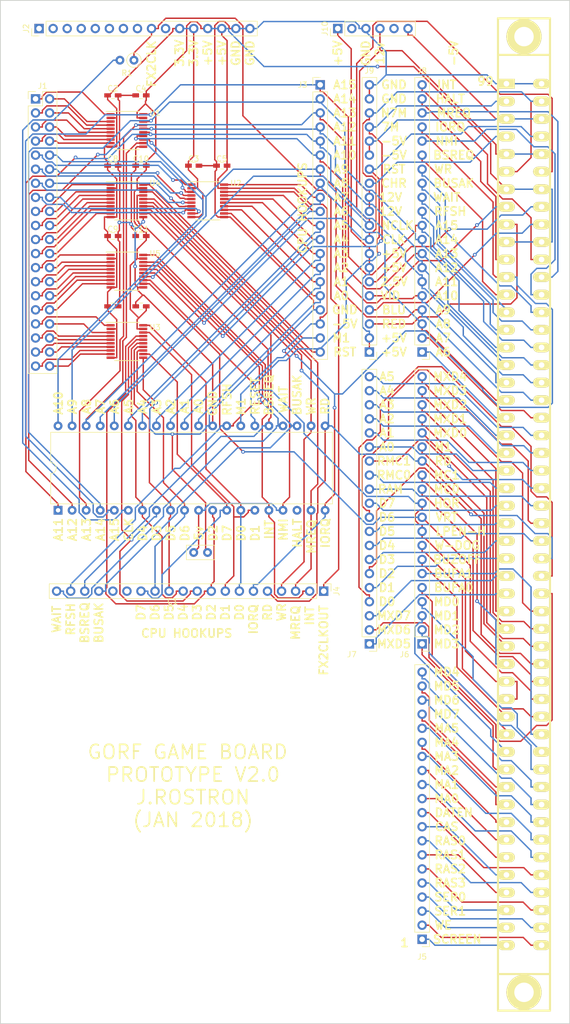
<source format=kicad_pcb>
(kicad_pcb (version 4) (host pcbnew 4.0.7)
  (layers (0 F.Cu signal) (31 B.Cu signal hide) (34 B.Paste user) (35 F.Paste user) (36 B.SilkS user) (37 F.SilkS user) (38 B.Mask user) (39 F.Mask user) (44 Edge.Cuts user))
  (net 0 "")
  (net 1 +5V)
  (net 2 GND)
  (net 3 A15)
  (net 4 A14)
  (net 5 A13)
  (net 6 A12)
  (net 7 A11)
  (net 8 10)
  (net 9 A9)
  (net 10 A8)
  (net 11 A7)
  (net 12 A6)
  (net 13 A5)
  (net 14 A4)
  (net 15 A3)
  (net 16 A2)
  (net 17 A1)
  (net 18 A0)
  (net 19 z_I_M1)
  (net 20 O_CPU_RESET)
  (net 21 z_O_INT)
  (net 22 z_I_MREQ)
  (net 23 z_I_WR)
  (net 24 z_I_RD)
  (net 25 z_I_IORQ)
  (net 26 z_OUT_BUSRQ)
  (net 27 z_I_RFSH)
  (net 28 z_O_WAIT)
  (net 29 z_I_BUSAK)
  (net 30 FX2_IO<36>)
  (net 31 FX2_IO<37>)
  (net 32 FX2_IO<38>)
  (net 33 FX2_IO<39>)
  (net 34 FX2_IO<40>)
  (net 35 z_data_io[0])
  (net 36 z_data_io[1])
  (net 37 z_data_io[2])
  (net 38 z_data_io[3])
  (net 39 z_data_io[4])
  (net 40 z_data_io[5])
  (net 41 z_data_io[6])
  (net 42 z_data_io[7])
  (net 43 "Net-(J2-Pad1)")
  (net 44 "Net-(J2-Pad2)")
  (net 45 "Net-(J2-Pad3)")
  (net 46 "Net-(J2-Pad4)")
  (net 47 "Net-(J2-Pad5)")
  (net 48 "Net-(J2-Pad6)")
  (net 49 "Net-(J2-Pad7)")
  (net 50 "Net-(J2-Pad8)")
  (net 51 FX2CLKOUT)
  (net 52 "Net-(J2-Pad10)")
  (net 53 +3V3)
  (net 54 A8_5v)
  (net 55 A9_5v)
  (net 56 A10_5v)
  (net 57 A11_5v)
  (net 58 A12_5v)
  (net 59 A13_5v)
  (net 60 A14_5v)
  (net 61 A15_5v)
  (net 62 A0_5v)
  (net 63 A1_5v)
  (net 64 A2_5v)
  (net 65 A3_5v)
  (net 66 A4_5v)
  (net 67 A5_5v)
  (net 68 A6_5v)
  (net 69 A7_5v)
  (net 70 D7)
  (net 71 D6)
  (net 72 D5)
  (net 73 D4)
  (net 74 D3)
  (net 75 D2)
  (net 76 D1)
  (net 77 D0)
  (net 78 BUSRQ)
  (net 79 IORQ)
  (net 80 RD)
  (net 81 WR)
  (net 82 MREQ)
  (net 83 INT)
  (net 84 RESET)
  (net 85 M1)
  (net 86 BUSAK)
  (net 87 WAIT)
  (net 88 RFSH)
  (net 89 "Net-(U6-Pad18)")
  (net 90 "Net-(J4-Pad15)")
  (net 91 "Net-(J4-Pad16)")
  (net 92 7M)
  (net 93 NOT_7M)
  (net 94 NOT_PHI)
  (net 95 HORIZDR)
  (net 96 VERTDR)
  (net 97 "Net-(J5-Pad1)")
  (net 98 "Net-(J5-Pad2)")
  (net 99 "Net-(J5-Pad3)")
  (net 100 "Net-(J5-Pad4)")
  (net 101 "Net-(J5-Pad5)")
  (net 102 "Net-(J5-Pad6)")
  (net 103 "Net-(J5-Pad7)")
  (net 104 "Net-(J5-Pad8)")
  (net 105 "Net-(J5-Pad9)")
  (net 106 "Net-(J5-Pad10)")
  (net 107 "Net-(J5-Pad11)")
  (net 108 "Net-(J5-Pad12)")
  (net 109 "Net-(J5-Pad13)")
  (net 110 "Net-(J5-Pad14)")
  (net 111 "Net-(J5-Pad15)")
  (net 112 "Net-(J5-Pad16)")
  (net 113 "Net-(J5-Pad17)")
  (net 114 "Net-(J5-Pad18)")
  (net 115 "Net-(J5-Pad19)")
  (net 116 "Net-(J5-Pad20)")
  (net 117 "Net-(J6-Pad1)")
  (net 118 "Net-(J6-Pad2)")
  (net 119 "Net-(J6-Pad3)")
  (net 120 "Net-(J6-Pad4)")
  (net 121 "Net-(J6-Pad5)")
  (net 122 "Net-(J6-Pad6)")
  (net 123 "Net-(J6-Pad7)")
  (net 124 "Net-(J6-Pad8)")
  (net 125 "Net-(J6-Pad12)")
  (net 126 "Net-(J6-Pad13)")
  (net 127 "Net-(J6-Pad15)")
  (net 128 "Net-(J6-Pad16)")
  (net 129 "Net-(J6-Pad17)")
  (net 130 "Net-(J6-Pad18)")
  (net 131 "Net-(J6-Pad19)")
  (net 132 "Net-(J6-Pad20)")
  (net 133 "Net-(J7-Pad1)")
  (net 134 "Net-(J7-Pad2)")
  (net 135 "Net-(J7-Pad3)")
  (net 136 "Net-(J7-Pad4)")
  (net 137 "Net-(J7-Pad5)")
  (net 138 "Net-(J7-Pad6)")
  (net 139 "Net-(J7-Pad7)")
  (net 140 "Net-(J7-Pad8)")
  (net 141 "Net-(J7-Pad9)")
  (net 142 "Net-(J7-Pad10)")
  (net 143 "Net-(J7-Pad11)")
  (net 144 "Net-(J7-Pad12)")
  (net 145 "Net-(J7-Pad13)")
  (net 146 "Net-(J7-Pad14)")
  (net 147 "Net-(J7-Pad15)")
  (net 148 "Net-(J7-Pad16)")
  (net 149 "Net-(J7-Pad17)")
  (net 150 "Net-(J7-Pad18)")
  (net 151 "Net-(J7-Pad19)")
  (net 152 "Net-(J7-Pad20)")
  (net 153 "Net-(J8-Pad1)")
  (net 154 "Net-(J8-Pad2)")
  (net 155 "Net-(J8-Pad11)")
  (net 156 "Net-(J8-Pad12)")
  (net 157 "Net-(J8-Pad13)")
  (net 158 "Net-(J8-Pad14)")
  (net 159 "Net-(J8-Pad15)")
  (net 160 "Net-(J8-Pad16)")
  (net 161 "Net-(J8-Pad18)")
  (net 162 "Net-(J8-Pad19)")
  (net 163 "Net-(J8-Pad20)")
  (net 164 "Net-(J9-Pad3)")
  (net 165 "Net-(J9-Pad4)")
  (net 166 "Net-(J9-Pad5)")
  (net 167 "Net-(J9-Pad6)")
  (net 168 "Net-(J9-Pad13)")
  (net 169 "Net-(J10-Pad1)")
  (net 170 "Net-(J10-Pad4)")
  (net 171 "Net-(J10-Pad6)")
  (net 172 "Net-(J10-Pad2)")
  (net 173 "Net-(J10-Pad5)")
  (net 174 "Net-(R1-Pad2)")
  (module Socket_Strips:Socket_Strip_Straight_1x16_Pitch2.54mm (layer F.Cu) (at 43.307 17.145 90)
    (fp_text reference J2 (at 0 -2.33 90) (layer F.SilkS))
    (fp_text value Conn_01x16 hide)
    (pad 1 thru_hole rect (at 0 0 90) (size 1.7 1.7) (drill 1) (layers *.Cu *.Mask) (net 43 "Net-(J2-Pad1)"))
    (pad 2 thru_hole oval (at 0 2.54 90) (size 1.7 1.7) (drill 1) (layers *.Cu *.Mask) (net 44 "Net-(J2-Pad2)"))
    (pad 3 thru_hole oval (at 0 5.08 90) (size 1.7 1.7) (drill 1) (layers *.Cu *.Mask) (net 45 "Net-(J2-Pad3)"))
    (pad 4 thru_hole oval (at 0 7.62 90) (size 1.7 1.7) (drill 1) (layers *.Cu *.Mask) (net 46 "Net-(J2-Pad4)"))
    (pad 5 thru_hole oval (at 0 10.16 90) (size 1.7 1.7) (drill 1) (layers *.Cu *.Mask) (net 47 "Net-(J2-Pad5)"))
    (pad 6 thru_hole oval (at 0 12.7 90) (size 1.7 1.7) (drill 1) (layers *.Cu *.Mask) (net 48 "Net-(J2-Pad6)"))
    (pad 7 thru_hole oval (at 0 15.24 90) (size 1.7 1.7) (drill 1) (layers *.Cu *.Mask) (net 49 "Net-(J2-Pad7)"))
    (pad 8 thru_hole oval (at 0 17.78 90) (size 1.7 1.7) (drill 1) (layers *.Cu *.Mask) (net 50 "Net-(J2-Pad8)"))
    (pad 9 thru_hole oval (at 0 20.32 90) (size 1.7 1.7) (drill 1) (layers *.Cu *.Mask) (net 51 FX2CLKOUT))
    (pad 10 thru_hole oval (at 0 22.86 90) (size 1.7 1.7) (drill 1) (layers *.Cu *.Mask) (net 52 "Net-(J2-Pad10)"))
    (pad 11 thru_hole oval (at 0 25.4 90) (size 1.7 1.7) (drill 1) (layers *.Cu *.Mask) (net 53 +3V3))
    (pad 12 thru_hole oval (at 0 27.94 90) (size 1.7 1.7) (drill 1) (layers *.Cu *.Mask) (net 53 +3V3))
    (pad 13 thru_hole oval (at 0 30.48 90) (size 1.7 1.7) (drill 1) (layers *.Cu *.Mask) (net 1 +5V))
    (pad 14 thru_hole oval (at 0 33.02 90) (size 1.7 1.7) (drill 1) (layers *.Cu *.Mask) (net 1 +5V))
    (pad 15 thru_hole oval (at 0 35.56 90) (size 1.7 1.7) (drill 1) (layers *.Cu *.Mask) (net 2 GND))
    (pad 16 thru_hole oval (at 0 38.1 90) (size 1.7 1.7) (drill 1) (layers *.Cu *.Mask) (net 2 GND))
  )
  (module Housings_SSOP:TSSOP-20_4.4x6.5mm_Pitch0.65mm (layer F.Cu) (at 73.787 48.26)
    (fp_text reference U2 (at 5.08 -3.175) (layer F.SilkS))
    (fp_text value TXB0108 hide)
    (pad 1 smd rect (at -2.95 -2.925) (size 1.45 0.45) (layers F.Cu F.Paste F.Mask) (net 11 A7))
    (pad 2 smd rect (at -2.95 -2.275) (size 1.45 0.45) (layers F.Cu F.Paste F.Mask) (net 53 +3V3))
    (pad 3 smd rect (at -2.95 -1.625) (size 1.45 0.45) (layers F.Cu F.Paste F.Mask) (net 12 A6))
    (pad 4 smd rect (at -2.95 -0.975) (size 1.45 0.45) (layers F.Cu F.Paste F.Mask) (net 13 A5))
    (pad 5 smd rect (at -2.95 -0.325) (size 1.45 0.45) (layers F.Cu F.Paste F.Mask) (net 14 A4))
    (pad 6 smd rect (at -2.95 0.325) (size 1.45 0.45) (layers F.Cu F.Paste F.Mask) (net 15 A3))
    (pad 7 smd rect (at -2.95 0.975) (size 1.45 0.45) (layers F.Cu F.Paste F.Mask) (net 16 A2))
    (pad 8 smd rect (at -2.95 1.625) (size 1.45 0.45) (layers F.Cu F.Paste F.Mask) (net 17 A1))
    (pad 9 smd rect (at -2.95 2.275) (size 1.45 0.45) (layers F.Cu F.Paste F.Mask) (net 18 A0))
    (pad 10 smd rect (at -2.95 2.925) (size 1.45 0.45) (layers F.Cu F.Paste F.Mask) (net 53 +3V3))
    (pad 11 smd rect (at 2.95 2.925) (size 1.45 0.45) (layers F.Cu F.Paste F.Mask) (net 2 GND))
    (pad 12 smd rect (at 2.95 2.275) (size 1.45 0.45) (layers F.Cu F.Paste F.Mask) (net 62 A0_5v))
    (pad 13 smd rect (at 2.95 1.625) (size 1.45 0.45) (layers F.Cu F.Paste F.Mask) (net 63 A1_5v))
    (pad 14 smd rect (at 2.95 0.975) (size 1.45 0.45) (layers F.Cu F.Paste F.Mask) (net 64 A2_5v))
    (pad 15 smd rect (at 2.95 0.325) (size 1.45 0.45) (layers F.Cu F.Paste F.Mask) (net 65 A3_5v))
    (pad 16 smd rect (at 2.95 -0.325) (size 1.45 0.45) (layers F.Cu F.Paste F.Mask) (net 66 A4_5v))
    (pad 17 smd rect (at 2.95 -0.975) (size 1.45 0.45) (layers F.Cu F.Paste F.Mask) (net 67 A5_5v))
    (pad 18 smd rect (at 2.95 -1.625) (size 1.45 0.45) (layers F.Cu F.Paste F.Mask) (net 68 A6_5v))
    (pad 19 smd rect (at 2.95 -2.275) (size 1.45 0.45) (layers F.Cu F.Paste F.Mask) (net 1 +5V))
    (pad 20 smd rect (at 2.95 -2.925) (size 1.45 0.45) (layers F.Cu F.Paste F.Mask) (net 69 A7_5v))
  )
  (module Housings_SSOP:TSSOP-20_4.4x6.5mm_Pitch0.65mm (layer F.Cu) (at 59.182 35.56)
    (fp_text reference U1 (at 5.08 -3.175) (layer F.SilkS))
    (fp_text value "" hide)
    (pad 1 smd rect (at -2.95 -2.925) (size 1.45 0.45) (layers F.Cu F.Paste F.Mask) (net 3 A15))
    (pad 2 smd rect (at -2.95 -2.275) (size 1.45 0.45) (layers F.Cu F.Paste F.Mask) (net 53 +3V3))
    (pad 3 smd rect (at -2.95 -1.625) (size 1.45 0.45) (layers F.Cu F.Paste F.Mask) (net 4 A14))
    (pad 4 smd rect (at -2.95 -0.975) (size 1.45 0.45) (layers F.Cu F.Paste F.Mask) (net 5 A13))
    (pad 5 smd rect (at -2.95 -0.325) (size 1.45 0.45) (layers F.Cu F.Paste F.Mask) (net 6 A12))
    (pad 6 smd rect (at -2.95 0.325) (size 1.45 0.45) (layers F.Cu F.Paste F.Mask) (net 7 A11))
    (pad 7 smd rect (at -2.95 0.975) (size 1.45 0.45) (layers F.Cu F.Paste F.Mask) (net 8 10))
    (pad 8 smd rect (at -2.95 1.625) (size 1.45 0.45) (layers F.Cu F.Paste F.Mask) (net 9 A9))
    (pad 9 smd rect (at -2.95 2.275) (size 1.45 0.45) (layers F.Cu F.Paste F.Mask) (net 10 A8))
    (pad 10 smd rect (at -2.95 2.925) (size 1.45 0.45) (layers F.Cu F.Paste F.Mask) (net 53 +3V3))
    (pad 11 smd rect (at 2.95 2.925) (size 1.45 0.45) (layers F.Cu F.Paste F.Mask) (net 2 GND))
    (pad 12 smd rect (at 2.95 2.275) (size 1.45 0.45) (layers F.Cu F.Paste F.Mask) (net 54 A8_5v))
    (pad 13 smd rect (at 2.95 1.625) (size 1.45 0.45) (layers F.Cu F.Paste F.Mask) (net 55 A9_5v))
    (pad 14 smd rect (at 2.95 0.975) (size 1.45 0.45) (layers F.Cu F.Paste F.Mask) (net 56 A10_5v))
    (pad 15 smd rect (at 2.95 0.325) (size 1.45 0.45) (layers F.Cu F.Paste F.Mask) (net 57 A11_5v))
    (pad 16 smd rect (at 2.95 -0.325) (size 1.45 0.45) (layers F.Cu F.Paste F.Mask) (net 58 A12_5v))
    (pad 17 smd rect (at 2.95 -0.975) (size 1.45 0.45) (layers F.Cu F.Paste F.Mask) (net 59 A13_5v))
    (pad 18 smd rect (at 2.95 -1.625) (size 1.45 0.45) (layers F.Cu F.Paste F.Mask) (net 60 A14_5v))
    (pad 19 smd rect (at 2.95 -2.275) (size 1.45 0.45) (layers F.Cu F.Paste F.Mask) (net 1 +5V))
    (pad 20 smd rect (at 2.95 -2.925) (size 1.45 0.45) (layers F.Cu F.Paste F.Mask) (net 61 A15_5v))
  )
  (module Housings_SSOP:TSSOP-20_4.4x6.5mm_Pitch0.65mm (layer F.Cu) (at 59.182 73.66)
    (fp_text reference U3 (at 5.08 -2.54) (layer F.SilkS))
    (fp_text value "" hide)
    (pad 1 smd rect (at -2.95 -2.925) (size 1.45 0.45) (layers F.Cu F.Paste F.Mask) (net 35 z_data_io[0]))
    (pad 2 smd rect (at -2.95 -2.275) (size 1.45 0.45) (layers F.Cu F.Paste F.Mask) (net 53 +3V3))
    (pad 3 smd rect (at -2.95 -1.625) (size 1.45 0.45) (layers F.Cu F.Paste F.Mask) (net 36 z_data_io[1]))
    (pad 4 smd rect (at -2.95 -0.975) (size 1.45 0.45) (layers F.Cu F.Paste F.Mask) (net 37 z_data_io[2]))
    (pad 5 smd rect (at -2.95 -0.325) (size 1.45 0.45) (layers F.Cu F.Paste F.Mask) (net 38 z_data_io[3]))
    (pad 6 smd rect (at -2.95 0.325) (size 1.45 0.45) (layers F.Cu F.Paste F.Mask) (net 39 z_data_io[4]))
    (pad 7 smd rect (at -2.95 0.975) (size 1.45 0.45) (layers F.Cu F.Paste F.Mask) (net 40 z_data_io[5]))
    (pad 8 smd rect (at -2.95 1.625) (size 1.45 0.45) (layers F.Cu F.Paste F.Mask) (net 41 z_data_io[6]))
    (pad 9 smd rect (at -2.95 2.275) (size 1.45 0.45) (layers F.Cu F.Paste F.Mask) (net 42 z_data_io[7]))
    (pad 10 smd rect (at -2.95 2.925) (size 1.45 0.45) (layers F.Cu F.Paste F.Mask) (net 53 +3V3))
    (pad 11 smd rect (at 2.95 2.925) (size 1.45 0.45) (layers F.Cu F.Paste F.Mask) (net 2 GND))
    (pad 12 smd rect (at 2.95 2.275) (size 1.45 0.45) (layers F.Cu F.Paste F.Mask) (net 70 D7))
    (pad 13 smd rect (at 2.95 1.625) (size 1.45 0.45) (layers F.Cu F.Paste F.Mask) (net 71 D6))
    (pad 14 smd rect (at 2.95 0.975) (size 1.45 0.45) (layers F.Cu F.Paste F.Mask) (net 72 D5))
    (pad 15 smd rect (at 2.95 0.325) (size 1.45 0.45) (layers F.Cu F.Paste F.Mask) (net 73 D4))
    (pad 16 smd rect (at 2.95 -0.325) (size 1.45 0.45) (layers F.Cu F.Paste F.Mask) (net 74 D3))
    (pad 17 smd rect (at 2.95 -0.975) (size 1.45 0.45) (layers F.Cu F.Paste F.Mask) (net 75 D2))
    (pad 18 smd rect (at 2.95 -1.625) (size 1.45 0.45) (layers F.Cu F.Paste F.Mask) (net 76 D1))
    (pad 19 smd rect (at 2.95 -2.275) (size 1.45 0.45) (layers F.Cu F.Paste F.Mask) (net 1 +5V))
    (pad 20 smd rect (at 2.95 -2.925) (size 1.45 0.45) (layers F.Cu F.Paste F.Mask) (net 77 D0))
  )
  (module Housings_SSOP:TSSOP-20_4.4x6.5mm_Pitch0.65mm (layer F.Cu) (at 59.182 48.26)
    (fp_text reference U4 (at 5.08 -3.175) (layer F.SilkS))
    (fp_text value "" hide)
    (pad 1 smd rect (at -2.95 -2.925) (size 1.45 0.45) (layers F.Cu F.Paste F.Mask) (net 19 z_I_M1))
    (pad 2 smd rect (at -2.95 -2.275) (size 1.45 0.45) (layers F.Cu F.Paste F.Mask) (net 53 +3V3))
    (pad 3 smd rect (at -2.95 -1.625) (size 1.45 0.45) (layers F.Cu F.Paste F.Mask) (net 20 O_CPU_RESET))
    (pad 4 smd rect (at -2.95 -0.975) (size 1.45 0.45) (layers F.Cu F.Paste F.Mask) (net 21 z_O_INT))
    (pad 5 smd rect (at -2.95 -0.325) (size 1.45 0.45) (layers F.Cu F.Paste F.Mask) (net 22 z_I_MREQ))
    (pad 6 smd rect (at -2.95 0.325) (size 1.45 0.45) (layers F.Cu F.Paste F.Mask) (net 23 z_I_WR))
    (pad 7 smd rect (at -2.95 0.975) (size 1.45 0.45) (layers F.Cu F.Paste F.Mask) (net 24 z_I_RD))
    (pad 8 smd rect (at -2.95 1.625) (size 1.45 0.45) (layers F.Cu F.Paste F.Mask) (net 25 z_I_IORQ))
    (pad 9 smd rect (at -2.95 2.275) (size 1.45 0.45) (layers F.Cu F.Paste F.Mask) (net 26 z_OUT_BUSRQ))
    (pad 10 smd rect (at -2.95 2.925) (size 1.45 0.45) (layers F.Cu F.Paste F.Mask) (net 53 +3V3))
    (pad 11 smd rect (at 2.95 2.925) (size 1.45 0.45) (layers F.Cu F.Paste F.Mask) (net 2 GND))
    (pad 12 smd rect (at 2.95 2.275) (size 1.45 0.45) (layers F.Cu F.Paste F.Mask) (net 78 BUSRQ))
    (pad 13 smd rect (at 2.95 1.625) (size 1.45 0.45) (layers F.Cu F.Paste F.Mask) (net 79 IORQ))
    (pad 14 smd rect (at 2.95 0.975) (size 1.45 0.45) (layers F.Cu F.Paste F.Mask) (net 80 RD))
    (pad 15 smd rect (at 2.95 0.325) (size 1.45 0.45) (layers F.Cu F.Paste F.Mask) (net 81 WR))
    (pad 16 smd rect (at 2.95 -0.325) (size 1.45 0.45) (layers F.Cu F.Paste F.Mask) (net 82 MREQ))
    (pad 17 smd rect (at 2.95 -0.975) (size 1.45 0.45) (layers F.Cu F.Paste F.Mask) (net 83 INT))
    (pad 18 smd rect (at 2.95 -1.625) (size 1.45 0.45) (layers F.Cu F.Paste F.Mask) (net 84 RESET))
    (pad 19 smd rect (at 2.95 -2.275) (size 1.45 0.45) (layers F.Cu F.Paste F.Mask) (net 1 +5V))
    (pad 20 smd rect (at 2.95 -2.925) (size 1.45 0.45) (layers F.Cu F.Paste F.Mask) (net 85 M1))
  )
  (module Housings_SSOP:TSSOP-20_4.4x6.5mm_Pitch0.65mm (layer F.Cu) (at 59.182 60.96)
    (fp_text reference U5 (at 5.08 -3.175) (layer F.SilkS))
    (fp_text value "" hide)
    (pad 1 smd rect (at -2.95 -2.925) (size 1.45 0.45) (layers F.Cu F.Paste F.Mask) (net 27 z_I_RFSH))
    (pad 2 smd rect (at -2.95 -2.275) (size 1.45 0.45) (layers F.Cu F.Paste F.Mask) (net 53 +3V3))
    (pad 3 smd rect (at -2.95 -1.625) (size 1.45 0.45) (layers F.Cu F.Paste F.Mask) (net 28 z_O_WAIT))
    (pad 4 smd rect (at -2.95 -0.975) (size 1.45 0.45) (layers F.Cu F.Paste F.Mask) (net 29 z_I_BUSAK))
    (pad 5 smd rect (at -2.95 -0.325) (size 1.45 0.45) (layers F.Cu F.Paste F.Mask) (net 30 FX2_IO<36>))
    (pad 6 smd rect (at -2.95 0.325) (size 1.45 0.45) (layers F.Cu F.Paste F.Mask) (net 31 FX2_IO<37>))
    (pad 7 smd rect (at -2.95 0.975) (size 1.45 0.45) (layers F.Cu F.Paste F.Mask) (net 32 FX2_IO<38>))
    (pad 8 smd rect (at -2.95 1.625) (size 1.45 0.45) (layers F.Cu F.Paste F.Mask) (net 33 FX2_IO<39>))
    (pad 9 smd rect (at -2.95 2.275) (size 1.45 0.45) (layers F.Cu F.Paste F.Mask) (net 34 FX2_IO<40>))
    (pad 10 smd rect (at -2.95 2.925) (size 1.45 0.45) (layers F.Cu F.Paste F.Mask) (net 53 +3V3))
    (pad 11 smd rect (at 2.95 2.925) (size 1.45 0.45) (layers F.Cu F.Paste F.Mask) (net 2 GND))
    (pad 12 smd rect (at 2.95 2.275) (size 1.45 0.45) (layers F.Cu F.Paste F.Mask) (net 96 VERTDR))
    (pad 13 smd rect (at 2.95 1.625) (size 1.45 0.45) (layers F.Cu F.Paste F.Mask) (net 95 HORIZDR))
    (pad 14 smd rect (at 2.95 0.975) (size 1.45 0.45) (layers F.Cu F.Paste F.Mask) (net 94 NOT_PHI))
    (pad 15 smd rect (at 2.95 0.325) (size 1.45 0.45) (layers F.Cu F.Paste F.Mask) (net 93 NOT_7M))
    (pad 16 smd rect (at 2.95 -0.325) (size 1.45 0.45) (layers F.Cu F.Paste F.Mask) (net 92 7M))
    (pad 17 smd rect (at 2.95 -0.975) (size 1.45 0.45) (layers F.Cu F.Paste F.Mask) (net 86 BUSAK))
    (pad 18 smd rect (at 2.95 -1.625) (size 1.45 0.45) (layers F.Cu F.Paste F.Mask) (net 87 WAIT))
    (pad 19 smd rect (at 2.95 -2.275) (size 1.45 0.45) (layers F.Cu F.Paste F.Mask) (net 1 +5V))
    (pad 20 smd rect (at 2.95 -2.925) (size 1.45 0.45) (layers F.Cu F.Paste F.Mask) (net 88 RFSH))
  )
  (module Housings_DIP:DIP-40_W15.24mm (layer F.Cu) (at 46.736 104.14 90)
    (fp_text reference U6 hide)
    (fp_text value Z80CPU)
    (pad 1 thru_hole rect (at 0 0 90) (size 1.6 1.6) (drill 0.8) (layers *.Cu *.Mask) (net 57 A11_5v))
    (pad 21 thru_hole oval (at 15.24 48.26 90) (size 1.6 1.6) (drill 0.8) (layers *.Cu *.Mask) (net 80 RD))
    (pad 2 thru_hole oval (at 0 2.54 90) (size 1.6 1.6) (drill 0.8) (layers *.Cu *.Mask) (net 58 A12_5v))
    (pad 22 thru_hole oval (at 15.24 45.72 90) (size 1.6 1.6) (drill 0.8) (layers *.Cu *.Mask) (net 81 WR))
    (pad 3 thru_hole oval (at 0 5.08 90) (size 1.6 1.6) (drill 0.8) (layers *.Cu *.Mask) (net 59 A13_5v))
    (pad 23 thru_hole oval (at 15.24 43.18 90) (size 1.6 1.6) (drill 0.8) (layers *.Cu *.Mask) (net 86 BUSAK))
    (pad 4 thru_hole oval (at 0 7.62 90) (size 1.6 1.6) (drill 0.8) (layers *.Cu *.Mask) (net 60 A14_5v))
    (pad 24 thru_hole oval (at 15.24 40.64 90) (size 1.6 1.6) (drill 0.8) (layers *.Cu *.Mask) (net 87 WAIT))
    (pad 5 thru_hole oval (at 0 10.16 90) (size 1.6 1.6) (drill 0.8) (layers *.Cu *.Mask) (net 61 A15_5v))
    (pad 25 thru_hole oval (at 15.24 38.1 90) (size 1.6 1.6) (drill 0.8) (layers *.Cu *.Mask) (net 78 BUSRQ))
    (pad 6 thru_hole oval (at 0 12.7 90) (size 1.6 1.6) (drill 0.8) (layers *.Cu *.Mask) (net 174 "Net-(R1-Pad2)"))
    (pad 26 thru_hole oval (at 15.24 35.56 90) (size 1.6 1.6) (drill 0.8) (layers *.Cu *.Mask) (net 84 RESET))
    (pad 7 thru_hole oval (at 0 15.24 90) (size 1.6 1.6) (drill 0.8) (layers *.Cu *.Mask) (net 73 D4))
    (pad 27 thru_hole oval (at 15.24 33.02 90) (size 1.6 1.6) (drill 0.8) (layers *.Cu *.Mask) (net 85 M1))
    (pad 8 thru_hole oval (at 0 17.78 90) (size 1.6 1.6) (drill 0.8) (layers *.Cu *.Mask) (net 74 D3))
    (pad 28 thru_hole oval (at 15.24 30.48 90) (size 1.6 1.6) (drill 0.8) (layers *.Cu *.Mask) (net 88 RFSH))
    (pad 9 thru_hole oval (at 0 20.32 90) (size 1.6 1.6) (drill 0.8) (layers *.Cu *.Mask) (net 72 D5))
    (pad 29 thru_hole oval (at 15.24 27.94 90) (size 1.6 1.6) (drill 0.8) (layers *.Cu *.Mask) (net 2 GND))
    (pad 10 thru_hole oval (at 0 22.86 90) (size 1.6 1.6) (drill 0.8) (layers *.Cu *.Mask) (net 71 D6))
    (pad 30 thru_hole oval (at 15.24 25.4 90) (size 1.6 1.6) (drill 0.8) (layers *.Cu *.Mask) (net 62 A0_5v))
    (pad 11 thru_hole oval (at 0 25.4 90) (size 1.6 1.6) (drill 0.8) (layers *.Cu *.Mask) (net 1 +5V))
    (pad 31 thru_hole oval (at 15.24 22.86 90) (size 1.6 1.6) (drill 0.8) (layers *.Cu *.Mask) (net 63 A1_5v))
    (pad 12 thru_hole oval (at 0 27.94 90) (size 1.6 1.6) (drill 0.8) (layers *.Cu *.Mask) (net 75 D2))
    (pad 32 thru_hole oval (at 15.24 20.32 90) (size 1.6 1.6) (drill 0.8) (layers *.Cu *.Mask) (net 64 A2_5v))
    (pad 13 thru_hole oval (at 0 30.48 90) (size 1.6 1.6) (drill 0.8) (layers *.Cu *.Mask) (net 70 D7))
    (pad 33 thru_hole oval (at 15.24 17.78 90) (size 1.6 1.6) (drill 0.8) (layers *.Cu *.Mask) (net 65 A3_5v))
    (pad 14 thru_hole oval (at 0 33.02 90) (size 1.6 1.6) (drill 0.8) (layers *.Cu *.Mask) (net 77 D0))
    (pad 34 thru_hole oval (at 15.24 15.24 90) (size 1.6 1.6) (drill 0.8) (layers *.Cu *.Mask) (net 66 A4_5v))
    (pad 15 thru_hole oval (at 0 35.56 90) (size 1.6 1.6) (drill 0.8) (layers *.Cu *.Mask) (net 76 D1))
    (pad 35 thru_hole oval (at 15.24 12.7 90) (size 1.6 1.6) (drill 0.8) (layers *.Cu *.Mask) (net 67 A5_5v))
    (pad 16 thru_hole oval (at 0 38.1 90) (size 1.6 1.6) (drill 0.8) (layers *.Cu *.Mask) (net 83 INT))
    (pad 36 thru_hole oval (at 15.24 10.16 90) (size 1.6 1.6) (drill 0.8) (layers *.Cu *.Mask) (net 68 A6_5v))
    (pad 17 thru_hole oval (at 0 40.64 90) (size 1.6 1.6) (drill 0.8) (layers *.Cu *.Mask) (net 1 +5V))
    (pad 37 thru_hole oval (at 15.24 7.62 90) (size 1.6 1.6) (drill 0.8) (layers *.Cu *.Mask) (net 69 A7_5v))
    (pad 18 thru_hole oval (at 0 43.18 90) (size 1.6 1.6) (drill 0.8) (layers *.Cu *.Mask) (net 89 "Net-(U6-Pad18)"))
    (pad 38 thru_hole oval (at 15.24 5.08 90) (size 1.6 1.6) (drill 0.8) (layers *.Cu *.Mask) (net 54 A8_5v))
    (pad 19 thru_hole oval (at 0 45.72 90) (size 1.6 1.6) (drill 0.8) (layers *.Cu *.Mask) (net 82 MREQ))
    (pad 39 thru_hole oval (at 15.24 2.54 90) (size 1.6 1.6) (drill 0.8) (layers *.Cu *.Mask) (net 55 A9_5v))
    (pad 20 thru_hole oval (at 0 48.26 90) (size 1.6 1.6) (drill 0.8) (layers *.Cu *.Mask) (net 79 IORQ))
    (pad 40 thru_hole oval (at 15.24 0 90) (size 1.6 1.6) (drill 0.8) (layers *.Cu *.Mask) (net 56 A10_5v))
  )
  (module Capacitors_SMD:C_0603_HandSoldering (layer F.Cu) (at 56.642 29.21)
    (fp_text reference C2 (at 0 -1.25) (layer F.SilkS))
    (fp_text value 0.1uF hide)
    (pad 1 smd rect (at -0.95 0) (size 1.2 0.75) (layers F.Cu F.Paste F.Mask) (net 53 +3V3))
    (pad 2 smd rect (at 0.95 0) (size 1.2 0.75) (layers F.Cu F.Paste F.Mask) (net 2 GND))
  )
  (module Capacitors_SMD:C_0603_HandSoldering (layer F.Cu) (at 71.247 41.91)
    (fp_text reference C3 (at 0 -1.25) (layer F.SilkS))
    (fp_text value 0.1uF hide)
    (pad 1 smd rect (at -0.95 0) (size 1.2 0.75) (layers F.Cu F.Paste F.Mask) (net 53 +3V3))
    (pad 2 smd rect (at 0.95 0) (size 1.2 0.75) (layers F.Cu F.Paste F.Mask) (net 2 GND))
  )
  (module Capacitors_SMD:C_0603_HandSoldering (layer F.Cu) (at 61.722 29.21)
    (fp_text reference C4 (at 0 -1.25) (layer F.SilkS))
    (fp_text value 0.1uF hide)
    (pad 1 smd rect (at -0.95 0) (size 1.2 0.75) (layers F.Cu F.Paste F.Mask) (net 2 GND))
    (pad 2 smd rect (at 0.95 0) (size 1.2 0.75) (layers F.Cu F.Paste F.Mask) (net 1 +5V))
  )
  (module Capacitors_SMD:C_0603_HandSoldering (layer F.Cu) (at 76.327 41.91)
    (fp_text reference C5 (at 0 -1.25) (layer F.SilkS))
    (fp_text value 0.1uF hide)
    (pad 1 smd rect (at -0.95 0) (size 1.2 0.75) (layers F.Cu F.Paste F.Mask) (net 2 GND))
    (pad 2 smd rect (at 0.95 0) (size 1.2 0.75) (layers F.Cu F.Paste F.Mask) (net 1 +5V))
  )
  (module Capacitors_SMD:C_0603_HandSoldering (layer F.Cu) (at 56.642 67.31)
    (fp_text reference C6 hide)
    (fp_text value 0.1uF hide)
    (pad 1 smd rect (at -0.95 0) (size 1.2 0.75) (layers F.Cu F.Paste F.Mask) (net 53 +3V3))
    (pad 2 smd rect (at 0.95 0) (size 1.2 0.75) (layers F.Cu F.Paste F.Mask) (net 2 GND))
  )
  (module Capacitors_SMD:C_0603_HandSoldering (layer F.Cu) (at 61.722 67.31)
    (fp_text reference C7 hide)
    (fp_text value 0.1uF hide)
    (pad 1 smd rect (at -0.95 0) (size 1.2 0.75) (layers F.Cu F.Paste F.Mask) (net 2 GND))
    (pad 2 smd rect (at 0.95 0) (size 1.2 0.75) (layers F.Cu F.Paste F.Mask) (net 1 +5V))
  )
  (module Capacitors_SMD:C_0603_HandSoldering (layer F.Cu) (at 56.642 41.91)
    (fp_text reference C8 (at 0 -1.25) (layer F.SilkS))
    (fp_text value 0.1uF hide)
    (pad 1 smd rect (at -0.95 0) (size 1.2 0.75) (layers F.Cu F.Paste F.Mask) (net 53 +3V3))
    (pad 2 smd rect (at 0.95 0) (size 1.2 0.75) (layers F.Cu F.Paste F.Mask) (net 2 GND))
  )
  (module Capacitors_SMD:C_0603_HandSoldering (layer F.Cu) (at 56.642 54.61)
    (fp_text reference C9 (at 0 -1.25) (layer F.SilkS))
    (fp_text value 0.1uF hide)
    (pad 1 smd rect (at -0.95 0) (size 1.2 0.75) (layers F.Cu F.Paste F.Mask) (net 53 +3V3))
    (pad 2 smd rect (at 0.95 0) (size 1.2 0.75) (layers F.Cu F.Paste F.Mask) (net 2 GND))
  )
  (module Capacitors_SMD:C_0603_HandSoldering (layer F.Cu) (at 61.722 41.91)
    (fp_text reference C10 (at 0 -1.25) (layer F.SilkS))
    (fp_text value 0.1uF hide)
    (pad 1 smd rect (at -0.95 0) (size 1.2 0.75) (layers F.Cu F.Paste F.Mask) (net 2 GND))
    (pad 2 smd rect (at 0.95 0) (size 1.2 0.75) (layers F.Cu F.Paste F.Mask) (net 1 +5V))
  )
  (module Capacitors_SMD:C_0603_HandSoldering (layer F.Cu) (at 61.722 54.61)
    (fp_text reference C11 (at 0 -1.25) (layer F.SilkS))
    (fp_text value 0.1uF hide)
    (pad 1 smd rect (at -0.95 0) (size 1.2 0.75) (layers F.Cu F.Paste F.Mask) (net 2 GND))
    (pad 2 smd rect (at 0.95 0) (size 1.2 0.75) (layers F.Cu F.Paste F.Mask) (net 1 +5V))
  )
  (module Pin_Headers:Pin_Header_Straight_1x20_Pitch2.54mm (layer F.Cu) (at 94.107 27.305)
    (fp_text reference J3 (at -3.175 0) (layer F.SilkS))
    (fp_text value "" hide)
    (pad 1 thru_hole rect (at 0 0) (size 1.7 1.7) (drill 1) (layers *.Cu *.Mask) (net 61 A15_5v))
    (pad 2 thru_hole oval (at 0 2.54) (size 1.7 1.7) (drill 1) (layers *.Cu *.Mask) (net 60 A14_5v))
    (pad 3 thru_hole oval (at 0 5.08) (size 1.7 1.7) (drill 1) (layers *.Cu *.Mask) (net 59 A13_5v))
    (pad 4 thru_hole oval (at 0 7.62) (size 1.7 1.7) (drill 1) (layers *.Cu *.Mask) (net 58 A12_5v))
    (pad 5 thru_hole oval (at 0 10.16) (size 1.7 1.7) (drill 1) (layers *.Cu *.Mask) (net 57 A11_5v))
    (pad 6 thru_hole oval (at 0 12.7) (size 1.7 1.7) (drill 1) (layers *.Cu *.Mask) (net 56 A10_5v))
    (pad 7 thru_hole oval (at 0 15.24) (size 1.7 1.7) (drill 1) (layers *.Cu *.Mask) (net 55 A9_5v))
    (pad 8 thru_hole oval (at 0 17.78) (size 1.7 1.7) (drill 1) (layers *.Cu *.Mask) (net 54 A8_5v))
    (pad 9 thru_hole oval (at 0 20.32) (size 1.7 1.7) (drill 1) (layers *.Cu *.Mask) (net 69 A7_5v))
    (pad 10 thru_hole oval (at 0 22.86) (size 1.7 1.7) (drill 1) (layers *.Cu *.Mask) (net 68 A6_5v))
    (pad 11 thru_hole oval (at 0 25.4) (size 1.7 1.7) (drill 1) (layers *.Cu *.Mask) (net 67 A5_5v))
    (pad 12 thru_hole oval (at 0 27.94) (size 1.7 1.7) (drill 1) (layers *.Cu *.Mask) (net 66 A4_5v))
    (pad 13 thru_hole oval (at 0 30.48) (size 1.7 1.7) (drill 1) (layers *.Cu *.Mask) (net 65 A3_5v))
    (pad 14 thru_hole oval (at 0 33.02) (size 1.7 1.7) (drill 1) (layers *.Cu *.Mask) (net 64 A2_5v))
    (pad 15 thru_hole oval (at 0 35.56) (size 1.7 1.7) (drill 1) (layers *.Cu *.Mask) (net 63 A1_5v))
    (pad 16 thru_hole oval (at 0 38.1) (size 1.7 1.7) (drill 1) (layers *.Cu *.Mask) (net 62 A0_5v))
    (pad 17 thru_hole oval (at 0 40.64) (size 1.7 1.7) (drill 1) (layers *.Cu *.Mask) (net 2 GND))
    (pad 18 thru_hole oval (at 0 43.18) (size 1.7 1.7) (drill 1) (layers *.Cu *.Mask) (net 1 +5V))
    (pad 19 thru_hole oval (at 0 45.72) (size 1.7 1.7) (drill 1) (layers *.Cu *.Mask) (net 85 M1))
    (pad 20 thru_hole oval (at 0 48.26) (size 1.7 1.7) (drill 1) (layers *.Cu *.Mask) (net 84 RESET))
  )
  (module Pin_Headers:Pin_Header_Straight_1x20_Pitch2.54mm (layer F.Cu) (at 94.742 118.745 270)
    (fp_text reference J4 (at 0 -2.33 270) (layer F.SilkS))
    (fp_text value Conn_01x20_Male hide)
    (pad 1 thru_hole rect (at 0 0 270) (size 1.7 1.7) (drill 1) (layers *.Cu *.Mask) (net 51 FX2CLKOUT))
    (pad 2 thru_hole oval (at 0 2.54 270) (size 1.7 1.7) (drill 1) (layers *.Cu *.Mask) (net 83 INT))
    (pad 3 thru_hole oval (at 0 5.08 270) (size 1.7 1.7) (drill 1) (layers *.Cu *.Mask) (net 82 MREQ))
    (pad 4 thru_hole oval (at 0 7.62 270) (size 1.7 1.7) (drill 1) (layers *.Cu *.Mask) (net 81 WR))
    (pad 5 thru_hole oval (at 0 10.16 270) (size 1.7 1.7) (drill 1) (layers *.Cu *.Mask) (net 80 RD))
    (pad 6 thru_hole oval (at 0 12.7 270) (size 1.7 1.7) (drill 1) (layers *.Cu *.Mask) (net 79 IORQ))
    (pad 7 thru_hole oval (at 0 15.24 270) (size 1.7 1.7) (drill 1) (layers *.Cu *.Mask) (net 77 D0))
    (pad 8 thru_hole oval (at 0 17.78 270) (size 1.7 1.7) (drill 1) (layers *.Cu *.Mask) (net 76 D1))
    (pad 9 thru_hole oval (at 0 20.32 270) (size 1.7 1.7) (drill 1) (layers *.Cu *.Mask) (net 75 D2))
    (pad 10 thru_hole oval (at 0 22.86 270) (size 1.7 1.7) (drill 1) (layers *.Cu *.Mask) (net 74 D3))
    (pad 11 thru_hole oval (at 0 25.4 270) (size 1.7 1.7) (drill 1) (layers *.Cu *.Mask) (net 73 D4))
    (pad 12 thru_hole oval (at 0 27.94 270) (size 1.7 1.7) (drill 1) (layers *.Cu *.Mask) (net 72 D5))
    (pad 13 thru_hole oval (at 0 30.48 270) (size 1.7 1.7) (drill 1) (layers *.Cu *.Mask) (net 71 D6))
    (pad 14 thru_hole oval (at 0 33.02 270) (size 1.7 1.7) (drill 1) (layers *.Cu *.Mask) (net 70 D7))
    (pad 15 thru_hole oval (at 0 35.56 270) (size 1.7 1.7) (drill 1) (layers *.Cu *.Mask) (net 90 "Net-(J4-Pad15)"))
    (pad 16 thru_hole oval (at 0 38.1 270) (size 1.7 1.7) (drill 1) (layers *.Cu *.Mask) (net 91 "Net-(J4-Pad16)"))
    (pad 17 thru_hole oval (at 0 40.64 270) (size 1.7 1.7) (drill 1) (layers *.Cu *.Mask) (net 86 BUSAK))
    (pad 18 thru_hole oval (at 0 43.18 270) (size 1.7 1.7) (drill 1) (layers *.Cu *.Mask) (net 78 BUSRQ))
    (pad 19 thru_hole oval (at 0 45.72 270) (size 1.7 1.7) (drill 1) (layers *.Cu *.Mask) (net 88 RFSH))
    (pad 20 thru_hole oval (at 0 48.26 270) (size 1.7 1.7) (drill 1) (layers *.Cu *.Mask) (net 87 WAIT))
  )
  (module Pin_Headers:Pin_Header_Straight_2x20_Pitch2.54mm (layer F.Cu) (at 42.672 29.845)
    (fp_text reference J1 (at 1.27 -2.33) (layer F.SilkS))
    (fp_text value Conn_02x20_Odd_Even hide)
    (pad 1 thru_hole rect (at 0 0) (size 1.7 1.7) (drill 1) (layers *.Cu *.Mask) (net 3 A15))
    (pad 2 thru_hole oval (at 2.54 0) (size 1.7 1.7) (drill 1) (layers *.Cu *.Mask) (net 4 A14))
    (pad 3 thru_hole oval (at 0 2.54) (size 1.7 1.7) (drill 1) (layers *.Cu *.Mask) (net 5 A13))
    (pad 4 thru_hole oval (at 2.54 2.54) (size 1.7 1.7) (drill 1) (layers *.Cu *.Mask) (net 6 A12))
    (pad 5 thru_hole oval (at 0 5.08) (size 1.7 1.7) (drill 1) (layers *.Cu *.Mask) (net 7 A11))
    (pad 6 thru_hole oval (at 2.54 5.08) (size 1.7 1.7) (drill 1) (layers *.Cu *.Mask) (net 8 10))
    (pad 7 thru_hole oval (at 0 7.62) (size 1.7 1.7) (drill 1) (layers *.Cu *.Mask) (net 9 A9))
    (pad 8 thru_hole oval (at 2.54 7.62) (size 1.7 1.7) (drill 1) (layers *.Cu *.Mask) (net 10 A8))
    (pad 9 thru_hole oval (at 0 10.16) (size 1.7 1.7) (drill 1) (layers *.Cu *.Mask) (net 11 A7))
    (pad 10 thru_hole oval (at 2.54 10.16) (size 1.7 1.7) (drill 1) (layers *.Cu *.Mask) (net 12 A6))
    (pad 11 thru_hole oval (at 0 12.7) (size 1.7 1.7) (drill 1) (layers *.Cu *.Mask) (net 13 A5))
    (pad 12 thru_hole oval (at 2.54 12.7) (size 1.7 1.7) (drill 1) (layers *.Cu *.Mask) (net 14 A4))
    (pad 13 thru_hole oval (at 0 15.24) (size 1.7 1.7) (drill 1) (layers *.Cu *.Mask) (net 15 A3))
    (pad 14 thru_hole oval (at 2.54 15.24) (size 1.7 1.7) (drill 1) (layers *.Cu *.Mask) (net 16 A2))
    (pad 15 thru_hole oval (at 0 17.78) (size 1.7 1.7) (drill 1) (layers *.Cu *.Mask) (net 17 A1))
    (pad 16 thru_hole oval (at 2.54 17.78) (size 1.7 1.7) (drill 1) (layers *.Cu *.Mask) (net 18 A0))
    (pad 17 thru_hole oval (at 0 20.32) (size 1.7 1.7) (drill 1) (layers *.Cu *.Mask) (net 19 z_I_M1))
    (pad 18 thru_hole oval (at 2.54 20.32) (size 1.7 1.7) (drill 1) (layers *.Cu *.Mask) (net 20 O_CPU_RESET))
    (pad 19 thru_hole oval (at 0 22.86) (size 1.7 1.7) (drill 1) (layers *.Cu *.Mask) (net 21 z_O_INT))
    (pad 20 thru_hole oval (at 2.54 22.86) (size 1.7 1.7) (drill 1) (layers *.Cu *.Mask) (net 22 z_I_MREQ))
    (pad 21 thru_hole oval (at 0 25.4) (size 1.7 1.7) (drill 1) (layers *.Cu *.Mask) (net 23 z_I_WR))
    (pad 22 thru_hole oval (at 2.54 25.4) (size 1.7 1.7) (drill 1) (layers *.Cu *.Mask) (net 24 z_I_RD))
    (pad 23 thru_hole oval (at 0 27.94) (size 1.7 1.7) (drill 1) (layers *.Cu *.Mask) (net 25 z_I_IORQ))
    (pad 24 thru_hole oval (at 2.54 27.94) (size 1.7 1.7) (drill 1) (layers *.Cu *.Mask) (net 26 z_OUT_BUSRQ))
    (pad 25 thru_hole oval (at 0 30.48) (size 1.7 1.7) (drill 1) (layers *.Cu *.Mask) (net 27 z_I_RFSH))
    (pad 26 thru_hole oval (at 2.54 30.48) (size 1.7 1.7) (drill 1) (layers *.Cu *.Mask) (net 28 z_O_WAIT))
    (pad 27 thru_hole oval (at 0 33.02) (size 1.7 1.7) (drill 1) (layers *.Cu *.Mask) (net 29 z_I_BUSAK))
    (pad 28 thru_hole oval (at 2.54 33.02) (size 1.7 1.7) (drill 1) (layers *.Cu *.Mask) (net 30 FX2_IO<36>))
    (pad 29 thru_hole oval (at 0 35.56) (size 1.7 1.7) (drill 1) (layers *.Cu *.Mask) (net 31 FX2_IO<37>))
    (pad 30 thru_hole oval (at 2.54 35.56) (size 1.7 1.7) (drill 1) (layers *.Cu *.Mask) (net 32 FX2_IO<38>))
    (pad 31 thru_hole oval (at 0 38.1) (size 1.7 1.7) (drill 1) (layers *.Cu *.Mask) (net 33 FX2_IO<39>))
    (pad 32 thru_hole oval (at 2.54 38.1) (size 1.7 1.7) (drill 1) (layers *.Cu *.Mask) (net 34 FX2_IO<40>))
    (pad 33 thru_hole oval (at 0 40.64) (size 1.7 1.7) (drill 1) (layers *.Cu *.Mask) (net 35 z_data_io[0]))
    (pad 34 thru_hole oval (at 2.54 40.64) (size 1.7 1.7) (drill 1) (layers *.Cu *.Mask) (net 36 z_data_io[1]))
    (pad 35 thru_hole oval (at 0 43.18) (size 1.7 1.7) (drill 1) (layers *.Cu *.Mask) (net 37 z_data_io[2]))
    (pad 36 thru_hole oval (at 2.54 43.18) (size 1.7 1.7) (drill 1) (layers *.Cu *.Mask) (net 38 z_data_io[3]))
    (pad 37 thru_hole oval (at 0 45.72) (size 1.7 1.7) (drill 1) (layers *.Cu *.Mask) (net 39 z_data_io[4]))
    (pad 38 thru_hole oval (at 2.54 45.72) (size 1.7 1.7) (drill 1) (layers *.Cu *.Mask) (net 40 z_data_io[5]))
    (pad 39 thru_hole oval (at 0 48.26) (size 1.7 1.7) (drill 1) (layers *.Cu *.Mask) (net 41 z_data_io[6]))
    (pad 40 thru_hole oval (at 2.54 48.26) (size 1.7 1.7) (drill 1) (layers *.Cu *.Mask) (net 42 z_data_io[7]))
  )
  (module Pin_Headers:Pin_Header_Straight_1x20_Pitch2.54mm (layer F.Cu) (at 112.522 181.61 180)
    (fp_text reference J5 (at 0 -3.175 180) (layer F.SilkS))
    (fp_text value Conn_01x20_Male hide)
    (pad 1 thru_hole rect (at 0 0 180) (size 1.7 1.7) (drill 1) (layers *.Cu *.Mask) (net 97 "Net-(J5-Pad1)"))
    (pad 2 thru_hole oval (at 0 2.54 180) (size 1.7 1.7) (drill 1) (layers *.Cu *.Mask) (net 98 "Net-(J5-Pad2)"))
    (pad 3 thru_hole oval (at 0 5.08 180) (size 1.7 1.7) (drill 1) (layers *.Cu *.Mask) (net 99 "Net-(J5-Pad3)"))
    (pad 4 thru_hole oval (at 0 7.62 180) (size 1.7 1.7) (drill 1) (layers *.Cu *.Mask) (net 100 "Net-(J5-Pad4)"))
    (pad 5 thru_hole oval (at 0 10.16 180) (size 1.7 1.7) (drill 1) (layers *.Cu *.Mask) (net 101 "Net-(J5-Pad5)"))
    (pad 6 thru_hole oval (at 0 12.7 180) (size 1.7 1.7) (drill 1) (layers *.Cu *.Mask) (net 102 "Net-(J5-Pad6)"))
    (pad 7 thru_hole oval (at 0 15.24 180) (size 1.7 1.7) (drill 1) (layers *.Cu *.Mask) (net 103 "Net-(J5-Pad7)"))
    (pad 8 thru_hole oval (at 0 17.78 180) (size 1.7 1.7) (drill 1) (layers *.Cu *.Mask) (net 104 "Net-(J5-Pad8)"))
    (pad 9 thru_hole oval (at 0 20.32 180) (size 1.7 1.7) (drill 1) (layers *.Cu *.Mask) (net 105 "Net-(J5-Pad9)"))
    (pad 10 thru_hole oval (at 0 22.86 180) (size 1.7 1.7) (drill 1) (layers *.Cu *.Mask) (net 106 "Net-(J5-Pad10)"))
    (pad 11 thru_hole oval (at 0 25.4 180) (size 1.7 1.7) (drill 1) (layers *.Cu *.Mask) (net 107 "Net-(J5-Pad11)"))
    (pad 12 thru_hole oval (at 0 27.94 180) (size 1.7 1.7) (drill 1) (layers *.Cu *.Mask) (net 108 "Net-(J5-Pad12)"))
    (pad 13 thru_hole oval (at 0 30.48 180) (size 1.7 1.7) (drill 1) (layers *.Cu *.Mask) (net 109 "Net-(J5-Pad13)"))
    (pad 14 thru_hole oval (at 0 33.02 180) (size 1.7 1.7) (drill 1) (layers *.Cu *.Mask) (net 110 "Net-(J5-Pad14)"))
    (pad 15 thru_hole oval (at 0 35.56 180) (size 1.7 1.7) (drill 1) (layers *.Cu *.Mask) (net 111 "Net-(J5-Pad15)"))
    (pad 16 thru_hole oval (at 0 38.1 180) (size 1.7 1.7) (drill 1) (layers *.Cu *.Mask) (net 112 "Net-(J5-Pad16)"))
    (pad 17 thru_hole oval (at 0 40.64 180) (size 1.7 1.7) (drill 1) (layers *.Cu *.Mask) (net 113 "Net-(J5-Pad17)"))
    (pad 18 thru_hole oval (at 0 43.18 180) (size 1.7 1.7) (drill 1) (layers *.Cu *.Mask) (net 114 "Net-(J5-Pad18)"))
    (pad 19 thru_hole oval (at 0 45.72 180) (size 1.7 1.7) (drill 1) (layers *.Cu *.Mask) (net 115 "Net-(J5-Pad19)"))
    (pad 20 thru_hole oval (at 0 48.26 180) (size 1.7 1.7) (drill 1) (layers *.Cu *.Mask) (net 116 "Net-(J5-Pad20)"))
  )
  (module Pin_Headers:Pin_Header_Straight_1x20_Pitch2.54mm (layer F.Cu) (at 112.522 128.27 180)
    (fp_text reference J6 (at 3.175 -1.905 180) (layer F.SilkS))
    (fp_text value "" hide)
    (pad 1 thru_hole rect (at 0 0 180) (size 1.7 1.7) (drill 1) (layers *.Cu *.Mask) (net 117 "Net-(J6-Pad1)"))
    (pad 2 thru_hole oval (at 0 2.54 180) (size 1.7 1.7) (drill 1) (layers *.Cu *.Mask) (net 118 "Net-(J6-Pad2)"))
    (pad 3 thru_hole oval (at 0 5.08 180) (size 1.7 1.7) (drill 1) (layers *.Cu *.Mask) (net 119 "Net-(J6-Pad3)"))
    (pad 4 thru_hole oval (at 0 7.62 180) (size 1.7 1.7) (drill 1) (layers *.Cu *.Mask) (net 120 "Net-(J6-Pad4)"))
    (pad 5 thru_hole oval (at 0 10.16 180) (size 1.7 1.7) (drill 1) (layers *.Cu *.Mask) (net 121 "Net-(J6-Pad5)"))
    (pad 6 thru_hole oval (at 0 12.7 180) (size 1.7 1.7) (drill 1) (layers *.Cu *.Mask) (net 122 "Net-(J6-Pad6)"))
    (pad 7 thru_hole oval (at 0 15.24 180) (size 1.7 1.7) (drill 1) (layers *.Cu *.Mask) (net 123 "Net-(J6-Pad7)"))
    (pad 8 thru_hole oval (at 0 17.78 180) (size 1.7 1.7) (drill 1) (layers *.Cu *.Mask) (net 124 "Net-(J6-Pad8)"))
    (pad 9 thru_hole oval (at 0 20.32 180) (size 1.7 1.7) (drill 1) (layers *.Cu *.Mask) (net 95 HORIZDR))
    (pad 10 thru_hole oval (at 0 22.86 180) (size 1.7 1.7) (drill 1) (layers *.Cu *.Mask) (net 96 VERTDR))
    (pad 11 thru_hole oval (at 0 25.4 180) (size 1.7 1.7) (drill 1) (layers *.Cu *.Mask) (net 95 HORIZDR))
    (pad 12 thru_hole oval (at 0 27.94 180) (size 1.7 1.7) (drill 1) (layers *.Cu *.Mask) (net 125 "Net-(J6-Pad12)"))
    (pad 13 thru_hole oval (at 0 30.48 180) (size 1.7 1.7) (drill 1) (layers *.Cu *.Mask) (net 126 "Net-(J6-Pad13)"))
    (pad 14 thru_hole oval (at 0 33.02 180) (size 1.7 1.7) (drill 1) (layers *.Cu *.Mask) (net 80 RD))
    (pad 15 thru_hole oval (at 0 35.56 180) (size 1.7 1.7) (drill 1) (layers *.Cu *.Mask) (net 127 "Net-(J6-Pad15)"))
    (pad 16 thru_hole oval (at 0 38.1 180) (size 1.7 1.7) (drill 1) (layers *.Cu *.Mask) (net 128 "Net-(J6-Pad16)"))
    (pad 17 thru_hole oval (at 0 40.64 180) (size 1.7 1.7) (drill 1) (layers *.Cu *.Mask) (net 129 "Net-(J6-Pad17)"))
    (pad 18 thru_hole oval (at 0 43.18 180) (size 1.7 1.7) (drill 1) (layers *.Cu *.Mask) (net 130 "Net-(J6-Pad18)"))
    (pad 19 thru_hole oval (at 0 45.72 180) (size 1.7 1.7) (drill 1) (layers *.Cu *.Mask) (net 131 "Net-(J6-Pad19)"))
    (pad 20 thru_hole oval (at 0 48.26 180) (size 1.7 1.7) (drill 1) (layers *.Cu *.Mask) (net 132 "Net-(J6-Pad20)"))
  )
  (module Pin_Headers:Pin_Header_Straight_1x20_Pitch2.54mm (layer F.Cu) (at 102.997 128.27 180)
    (fp_text reference J7 (at 3.175 -1.905 180) (layer F.SilkS))
    (fp_text value "" hide)
    (pad 1 thru_hole rect (at 0 0 180) (size 1.7 1.7) (drill 1) (layers *.Cu *.Mask) (net 133 "Net-(J7-Pad1)"))
    (pad 2 thru_hole oval (at 0 2.54 180) (size 1.7 1.7) (drill 1) (layers *.Cu *.Mask) (net 134 "Net-(J7-Pad2)"))
    (pad 3 thru_hole oval (at 0 5.08 180) (size 1.7 1.7) (drill 1) (layers *.Cu *.Mask) (net 135 "Net-(J7-Pad3)"))
    (pad 4 thru_hole oval (at 0 7.62 180) (size 1.7 1.7) (drill 1) (layers *.Cu *.Mask) (net 136 "Net-(J7-Pad4)"))
    (pad 5 thru_hole oval (at 0 10.16 180) (size 1.7 1.7) (drill 1) (layers *.Cu *.Mask) (net 137 "Net-(J7-Pad5)"))
    (pad 6 thru_hole oval (at 0 12.7 180) (size 1.7 1.7) (drill 1) (layers *.Cu *.Mask) (net 138 "Net-(J7-Pad6)"))
    (pad 7 thru_hole oval (at 0 15.24 180) (size 1.7 1.7) (drill 1) (layers *.Cu *.Mask) (net 139 "Net-(J7-Pad7)"))
    (pad 8 thru_hole oval (at 0 17.78 180) (size 1.7 1.7) (drill 1) (layers *.Cu *.Mask) (net 140 "Net-(J7-Pad8)"))
    (pad 9 thru_hole oval (at 0 20.32 180) (size 1.7 1.7) (drill 1) (layers *.Cu *.Mask) (net 141 "Net-(J7-Pad9)"))
    (pad 10 thru_hole oval (at 0 22.86 180) (size 1.7 1.7) (drill 1) (layers *.Cu *.Mask) (net 142 "Net-(J7-Pad10)"))
    (pad 11 thru_hole oval (at 0 25.4 180) (size 1.7 1.7) (drill 1) (layers *.Cu *.Mask) (net 143 "Net-(J7-Pad11)"))
    (pad 12 thru_hole oval (at 0 27.94 180) (size 1.7 1.7) (drill 1) (layers *.Cu *.Mask) (net 144 "Net-(J7-Pad12)"))
    (pad 13 thru_hole oval (at 0 30.48 180) (size 1.7 1.7) (drill 1) (layers *.Cu *.Mask) (net 145 "Net-(J7-Pad13)"))
    (pad 14 thru_hole oval (at 0 33.02 180) (size 1.7 1.7) (drill 1) (layers *.Cu *.Mask) (net 146 "Net-(J7-Pad14)"))
    (pad 15 thru_hole oval (at 0 35.56 180) (size 1.7 1.7) (drill 1) (layers *.Cu *.Mask) (net 147 "Net-(J7-Pad15)"))
    (pad 16 thru_hole oval (at 0 38.1 180) (size 1.7 1.7) (drill 1) (layers *.Cu *.Mask) (net 148 "Net-(J7-Pad16)"))
    (pad 17 thru_hole oval (at 0 40.64 180) (size 1.7 1.7) (drill 1) (layers *.Cu *.Mask) (net 149 "Net-(J7-Pad17)"))
    (pad 18 thru_hole oval (at 0 43.18 180) (size 1.7 1.7) (drill 1) (layers *.Cu *.Mask) (net 150 "Net-(J7-Pad18)"))
    (pad 19 thru_hole oval (at 0 45.72 180) (size 1.7 1.7) (drill 1) (layers *.Cu *.Mask) (net 151 "Net-(J7-Pad19)"))
    (pad 20 thru_hole oval (at 0 48.26 180) (size 1.7 1.7) (drill 1) (layers *.Cu *.Mask) (net 152 "Net-(J7-Pad20)"))
  )
  (module Pin_Headers:Pin_Header_Straight_1x20_Pitch2.54mm (layer F.Cu) (at 112.522 75.565 180)
    (fp_text reference J8 (at 0 50.8 180) (layer F.SilkS))
    (fp_text value Conn_01x20_Male hide)
    (pad 1 thru_hole rect (at 0 0 180) (size 1.7 1.7) (drill 1) (layers *.Cu *.Mask) (net 153 "Net-(J8-Pad1)"))
    (pad 2 thru_hole oval (at 0 2.54 180) (size 1.7 1.7) (drill 1) (layers *.Cu *.Mask) (net 154 "Net-(J8-Pad2)"))
    (pad 3 thru_hole oval (at 0 5.08 180) (size 1.7 1.7) (drill 1) (layers *.Cu *.Mask) (net 54 A8_5v))
    (pad 4 thru_hole oval (at 0 7.62 180) (size 1.7 1.7) (drill 1) (layers *.Cu *.Mask) (net 55 A9_5v))
    (pad 5 thru_hole oval (at 0 10.16 180) (size 1.7 1.7) (drill 1) (layers *.Cu *.Mask) (net 56 A10_5v))
    (pad 6 thru_hole oval (at 0 12.7 180) (size 1.7 1.7) (drill 1) (layers *.Cu *.Mask) (net 57 A11_5v))
    (pad 7 thru_hole oval (at 0 15.24 180) (size 1.7 1.7) (drill 1) (layers *.Cu *.Mask) (net 58 A12_5v))
    (pad 8 thru_hole oval (at 0 17.78 180) (size 1.7 1.7) (drill 1) (layers *.Cu *.Mask) (net 59 A13_5v))
    (pad 9 thru_hole oval (at 0 20.32 180) (size 1.7 1.7) (drill 1) (layers *.Cu *.Mask) (net 60 A14_5v))
    (pad 10 thru_hole oval (at 0 22.86 180) (size 1.7 1.7) (drill 1) (layers *.Cu *.Mask) (net 61 A15_5v))
    (pad 11 thru_hole oval (at 0 25.4 180) (size 1.7 1.7) (drill 1) (layers *.Cu *.Mask) (net 155 "Net-(J8-Pad11)"))
    (pad 12 thru_hole oval (at 0 27.94 180) (size 1.7 1.7) (drill 1) (layers *.Cu *.Mask) (net 156 "Net-(J8-Pad12)"))
    (pad 13 thru_hole oval (at 0 30.48 180) (size 1.7 1.7) (drill 1) (layers *.Cu *.Mask) (net 157 "Net-(J8-Pad13)"))
    (pad 14 thru_hole oval (at 0 33.02 180) (size 1.7 1.7) (drill 1) (layers *.Cu *.Mask) (net 158 "Net-(J8-Pad14)"))
    (pad 15 thru_hole oval (at 0 35.56 180) (size 1.7 1.7) (drill 1) (layers *.Cu *.Mask) (net 159 "Net-(J8-Pad15)"))
    (pad 16 thru_hole oval (at 0 38.1 180) (size 1.7 1.7) (drill 1) (layers *.Cu *.Mask) (net 160 "Net-(J8-Pad16)"))
    (pad 17 thru_hole oval (at 0 40.64 180) (size 1.7 1.7) (drill 1) (layers *.Cu *.Mask) (net 79 IORQ))
    (pad 18 thru_hole oval (at 0 43.18 180) (size 1.7 1.7) (drill 1) (layers *.Cu *.Mask) (net 161 "Net-(J8-Pad18)"))
    (pad 19 thru_hole oval (at 0 45.72 180) (size 1.7 1.7) (drill 1) (layers *.Cu *.Mask) (net 162 "Net-(J8-Pad19)"))
    (pad 20 thru_hole oval (at 0 48.26 180) (size 1.7 1.7) (drill 1) (layers *.Cu *.Mask) (net 163 "Net-(J8-Pad20)"))
  )
  (module Pin_Headers:Pin_Header_Straight_1x20_Pitch2.54mm (layer F.Cu) (at 102.997 75.565 180)
    (fp_text reference J9 (at 0 50.8 180) (layer F.SilkS))
    (fp_text value Conn_01x20_Male hide)
    (pad 1 thru_hole rect (at 0 0 180) (size 1.7 1.7) (drill 1) (layers *.Cu *.Mask) (net 169 "Net-(J10-Pad1)"))
    (pad 2 thru_hole oval (at 0 2.54 180) (size 1.7 1.7) (drill 1) (layers *.Cu *.Mask) (net 169 "Net-(J10-Pad1)"))
    (pad 3 thru_hole oval (at 0 5.08 180) (size 1.7 1.7) (drill 1) (layers *.Cu *.Mask) (net 164 "Net-(J9-Pad3)"))
    (pad 4 thru_hole oval (at 0 7.62 180) (size 1.7 1.7) (drill 1) (layers *.Cu *.Mask) (net 165 "Net-(J9-Pad4)"))
    (pad 5 thru_hole oval (at 0 10.16 180) (size 1.7 1.7) (drill 1) (layers *.Cu *.Mask) (net 166 "Net-(J9-Pad5)"))
    (pad 6 thru_hole oval (at 0 12.7 180) (size 1.7 1.7) (drill 1) (layers *.Cu *.Mask) (net 167 "Net-(J9-Pad6)"))
    (pad 7 thru_hole oval (at 0 15.24 180) (size 1.7 1.7) (drill 1) (layers *.Cu *.Mask) (net 169 "Net-(J10-Pad1)"))
    (pad 8 thru_hole oval (at 0 17.78 180) (size 1.7 1.7) (drill 1) (layers *.Cu *.Mask) (net 169 "Net-(J10-Pad1)"))
    (pad 9 thru_hole oval (at 0 20.32 180) (size 1.7 1.7) (drill 1) (layers *.Cu *.Mask) (net 93 NOT_7M))
    (pad 10 thru_hole oval (at 0 22.86 180) (size 1.7 1.7) (drill 1) (layers *.Cu *.Mask) (net 94 NOT_PHI))
    (pad 11 thru_hole oval (at 0 25.4 180) (size 1.7 1.7) (drill 1) (layers *.Cu *.Mask) (net 170 "Net-(J10-Pad4)"))
    (pad 12 thru_hole oval (at 0 27.94 180) (size 1.7 1.7) (drill 1) (layers *.Cu *.Mask) (net 170 "Net-(J10-Pad4)"))
    (pad 13 thru_hole oval (at 0 30.48 180) (size 1.7 1.7) (drill 1) (layers *.Cu *.Mask) (net 168 "Net-(J9-Pad13)"))
    (pad 14 thru_hole oval (at 0 33.02 180) (size 1.7 1.7) (drill 1) (layers *.Cu *.Mask) (net 84 RESET))
    (pad 15 thru_hole oval (at 0 35.56 180) (size 1.7 1.7) (drill 1) (layers *.Cu *.Mask) (net 171 "Net-(J10-Pad6)"))
    (pad 16 thru_hole oval (at 0 38.1 180) (size 1.7 1.7) (drill 1) (layers *.Cu *.Mask) (net 171 "Net-(J10-Pad6)"))
    (pad 17 thru_hole oval (at 0 40.64 180) (size 1.7 1.7) (drill 1) (layers *.Cu *.Mask) (net 92 7M))
    (pad 18 thru_hole oval (at 0 43.18 180) (size 1.7 1.7) (drill 1) (layers *.Cu *.Mask) (net 93 NOT_7M))
    (pad 19 thru_hole oval (at 0 45.72 180) (size 1.7 1.7) (drill 1) (layers *.Cu *.Mask) (net 2 GND))
    (pad 20 thru_hole oval (at 0 48.26 180) (size 1.7 1.7) (drill 1) (layers *.Cu *.Mask) (net 2 GND))
  )
  (module Pin_Headers:Pin_Header_Straight_1x06_Pitch2.54mm (layer F.Cu) (at 97.282 17.145 90)
    (fp_text reference J10 (at 0 -2.33 90) (layer F.SilkS))
    (fp_text value "Game B Power" hide)
    (pad 1 thru_hole rect (at 0 0 90) (size 1.7 1.7) (drill 1) (layers *.Cu *.Mask) (net 169 "Net-(J10-Pad1)"))
    (pad 2 thru_hole oval (at 0 2.54 90) (size 1.7 1.7) (drill 1) (layers *.Cu *.Mask) (net 172 "Net-(J10-Pad2)"))
    (pad 3 thru_hole oval (at 0 5.08 90) (size 1.7 1.7) (drill 1) (layers *.Cu *.Mask) (net 2 GND))
    (pad 4 thru_hole oval (at 0 7.62 90) (size 1.7 1.7) (drill 1) (layers *.Cu *.Mask) (net 170 "Net-(J10-Pad4)"))
    (pad 5 thru_hole oval (at 0 10.16 90) (size 1.7 1.7) (drill 1) (layers *.Cu *.Mask) (net 173 "Net-(J10-Pad5)"))
    (pad 6 thru_hole oval (at 0 12.7 90) (size 1.7 1.7) (drill 1) (layers *.Cu *.Mask) (net 171 "Net-(J10-Pad6)"))
  )
  (module S100:S100_FEMALE (layer F.Cu) (at 130.937 104.775 270)
    (fp_text reference P1 (at 0.127 -4.699 270) (layer F.SilkS) (effects (font (size 0.127 0.127) (thickness 0.0254))))
    (fp_text value S100_FEMALE hide)
    (pad 100 thru_hole oval (at -77.66558 -3.16992 270) (size 1.778 3.048) (drill 1.016) (layers *.Cu *.Mask F.SilkS) (net 2 GND))
    (pad 99 thru_hole rect (at -77.66558 3.18008 270) (size 1.778 3.048) (drill 1.016) (layers *.Cu *.Mask F.SilkS) (net 2 GND))
    (pad 90 thru_hole oval (at -61.79058 -3.16992 270) (size 1.778 3.048) (drill 1.016) (layers *.Cu *.Mask F.SilkS) (net 94 NOT_PHI))
    (pad 97 thru_hole oval (at -74.49058 3.18008 270) (size 1.778 3.048) (drill 1.016) (layers *.Cu *.Mask F.SilkS) (net 92 7M))
    (pad 88 thru_hole oval (at -58.61558 -3.16992 270) (size 1.778 3.048) (drill 1.016) (layers *.Cu *.Mask F.SilkS) (net 1 +5V))
    (pad 95 thru_hole oval (at -71.31558 3.18008 270) (size 1.778 3.048) (drill 1.016) (layers *.Cu *.Mask F.SilkS) (net 171 "Net-(J10-Pad6)"))
    (pad 86 thru_hole oval (at -55.44058 -3.16992 270) (size 1.778 3.048) (drill 1.016) (layers *.Cu *.Mask F.SilkS) (net 167 "Net-(J9-Pad6)"))
    (pad 93 thru_hole oval (at -68.14058 3.18008 270) (size 1.778 3.048) (drill 1.016) (layers *.Cu *.Mask F.SilkS) (net 168 "Net-(J9-Pad13)"))
    (pad 84 thru_hole oval (at -52.26558 -3.16992 270) (size 1.778 3.048) (drill 1.016) (layers *.Cu *.Mask F.SilkS) (net 165 "Net-(J9-Pad4)"))
    (pad 91 thru_hole oval (at -64.96558 3.18008 270) (size 1.778 3.048) (drill 1.016) (layers *.Cu *.Mask F.SilkS) (net 170 "Net-(J10-Pad4)"))
    (pad 82 thru_hole oval (at -49.09058 -3.16992 270) (size 1.778 3.048) (drill 1.016) (layers *.Cu *.Mask F.SilkS) (net 1 +5V))
    (pad 89 thru_hole oval (at -61.79058 3.18008 270) (size 1.778 3.048) (drill 1.016) (layers *.Cu *.Mask F.SilkS) (net 93 NOT_7M))
    (pad 80 thru_hole oval (at -45.91558 -3.16992 270) (size 1.778 3.048) (drill 1.016) (layers *.Cu *.Mask F.SilkS) (net 163 "Net-(J8-Pad20)"))
    (pad 87 thru_hole oval (at -58.61558 3.18008 270) (size 1.778 3.048) (drill 1.016) (layers *.Cu *.Mask F.SilkS) (net 1 +5V))
    (pad 78 thru_hole oval (at -42.74058 -3.16992 270) (size 1.778 3.048) (drill 1.016) (layers *.Cu *.Mask F.SilkS) (net 161 "Net-(J8-Pad18)"))
    (pad 85 thru_hole oval (at -55.44058 3.18008 270) (size 1.778 3.048) (drill 1.016) (layers *.Cu *.Mask F.SilkS) (net 166 "Net-(J9-Pad5)"))
    (pad 76 thru_hole oval (at -39.56558 -3.16992 270) (size 1.778 3.048) (drill 1.016) (layers *.Cu *.Mask F.SilkS) (net 160 "Net-(J8-Pad16)"))
    (pad 83 thru_hole oval (at -52.26558 3.18008 270) (size 1.778 3.048) (drill 1.016) (layers *.Cu *.Mask F.SilkS) (net 164 "Net-(J9-Pad3)"))
    (pad 74 thru_hole oval (at -36.39058 -3.16992 270) (size 1.778 3.048) (drill 1.016) (layers *.Cu *.Mask F.SilkS) (net 158 "Net-(J8-Pad14)"))
    (pad 81 thru_hole oval (at -49.09058 3.18008 270) (size 1.778 3.048) (drill 1.016) (layers *.Cu *.Mask F.SilkS) (net 1 +5V))
    (pad 72 thru_hole oval (at -33.21558 -3.16992 270) (size 1.778 3.048) (drill 1.016) (layers *.Cu *.Mask F.SilkS) (net 156 "Net-(J8-Pad12)"))
    (pad 79 thru_hole oval (at -45.91558 3.18008 270) (size 1.778 3.048) (drill 1.016) (layers *.Cu *.Mask F.SilkS) (net 162 "Net-(J8-Pad19)"))
    (pad 70 thru_hole oval (at -30.04058 -3.16992 270) (size 1.778 3.048) (drill 1.016) (layers *.Cu *.Mask F.SilkS) (net 61 A15_5v))
    (pad 77 thru_hole oval (at -42.74058 3.18008 270) (size 1.778 3.048) (drill 1.016) (layers *.Cu *.Mask F.SilkS) (net 79 IORQ))
    (pad 75 thru_hole oval (at -39.56558 3.18008 270) (size 1.778 3.048) (drill 1.016) (layers *.Cu *.Mask F.SilkS) (net 159 "Net-(J8-Pad15)"))
    (pad 68 thru_hole oval (at -26.86558 -3.16992 270) (size 1.778 3.048) (drill 1.016) (layers *.Cu *.Mask F.SilkS) (net 59 A13_5v))
    (pad 73 thru_hole oval (at -36.39058 3.18008 270) (size 1.778 3.048) (drill 1.016) (layers *.Cu *.Mask F.SilkS) (net 157 "Net-(J8-Pad13)"))
    (pad 69 thru_hole oval (at -30.04058 3.18008 270) (size 1.778 3.048) (drill 1.016) (layers *.Cu *.Mask F.SilkS) (net 60 A14_5v))
    (pad 67 thru_hole oval (at -26.86558 3.18008 270) (size 1.778 3.048) (drill 1.016) (layers *.Cu *.Mask F.SilkS) (net 58 A12_5v))
    (pad 65 thru_hole oval (at -23.69058 3.18008 270) (size 1.778 3.048) (drill 1.016) (layers *.Cu *.Mask F.SilkS) (net 56 A10_5v))
    (pad 63 thru_hole oval (at -20.51558 3.18008 270) (size 1.778 3.048) (drill 1.016) (layers *.Cu *.Mask F.SilkS) (net 54 A8_5v))
    (pad 66 thru_hole oval (at -23.69058 -3.16992 270) (size 1.778 3.048) (drill 1.016) (layers *.Cu *.Mask F.SilkS) (net 57 A11_5v))
    (pad 64 thru_hole oval (at -20.51558 -3.16992 270) (size 1.778 3.048) (drill 1.016) (layers *.Cu *.Mask F.SilkS) (net 55 A9_5v))
    (pad 98 thru_hole oval (at -74.49058 -3.16992 270) (size 1.778 3.048) (drill 1.016) (layers *.Cu *.Mask F.SilkS) (net 93 NOT_7M))
    (pad 96 thru_hole oval (at -71.31558 -3.16992 270) (size 1.778 3.048) (drill 1.016) (layers *.Cu *.Mask F.SilkS) (net 171 "Net-(J10-Pad6)"))
    (pad 94 thru_hole oval (at -68.14058 -3.16992 270) (size 1.778 3.048) (drill 1.016) (layers *.Cu *.Mask F.SilkS) (net 84 RESET))
    (pad 92 thru_hole oval (at -64.96558 -3.16992 270) (size 1.778 3.048) (drill 1.016) (layers *.Cu *.Mask F.SilkS) (net 170 "Net-(J10-Pad4)"))
    (pad 62 thru_hole oval (at -17.34058 -3.16992 270) (size 1.778 3.048) (drill 1.016) (layers *.Cu *.Mask F.SilkS) (net 154 "Net-(J8-Pad2)"))
    (pad 61 thru_hole oval (at -17.34058 3.18008 270) (size 1.778 3.048) (drill 1.016) (layers *.Cu *.Mask F.SilkS) (net 153 "Net-(J8-Pad1)"))
    (pad 71 thru_hole oval (at -33.21558 3.18008 270) (size 1.778 3.048) (drill 1.016) (layers *.Cu *.Mask F.SilkS) (net 155 "Net-(J8-Pad11)"))
    (pad 59 thru_hole oval (at -14.16558 3.18008 270) (size 1.778 3.048) (drill 1.016) (layers *.Cu *.Mask F.SilkS) (net 151 "Net-(J7-Pad19)"))
    (pad 60 thru_hole oval (at -14.16558 -3.16992 270) (size 1.778 3.048) (drill 1.016) (layers *.Cu *.Mask F.SilkS) (net 152 "Net-(J7-Pad20)"))
    (pad 57 thru_hole oval (at -10.99058 3.18008 270) (size 1.778 3.048) (drill 1.016) (layers *.Cu *.Mask F.SilkS) (net 149 "Net-(J7-Pad17)"))
    (pad 58 thru_hole oval (at -10.99058 -3.16992 270) (size 1.778 3.048) (drill 1.016) (layers *.Cu *.Mask F.SilkS) (net 150 "Net-(J7-Pad18)"))
    (pad 55 thru_hole oval (at -7.81558 3.18008 270) (size 1.778 3.048) (drill 1.016) (layers *.Cu *.Mask F.SilkS) (net 147 "Net-(J7-Pad15)"))
    (pad 56 thru_hole oval (at -7.81558 -3.16992 270) (size 1.778 3.048) (drill 1.016) (layers *.Cu *.Mask F.SilkS) (net 148 "Net-(J7-Pad16)"))
    (pad 53 thru_hole oval (at -4.64058 3.18008 270) (size 1.778 3.048) (drill 1.016) (layers *.Cu *.Mask F.SilkS) (net 145 "Net-(J7-Pad13)"))
    (pad 54 thru_hole oval (at -4.64058 -3.16992 270) (size 1.778 3.048) (drill 1.016) (layers *.Cu *.Mask F.SilkS) (net 146 "Net-(J7-Pad14)"))
    (pad 51 thru_hole oval (at -1.46558 3.18008 270) (size 1.778 3.048) (drill 1.016) (layers *.Cu *.Mask F.SilkS) (net 143 "Net-(J7-Pad11)"))
    (pad 52 thru_hole oval (at -1.46558 -3.16992 270) (size 1.778 3.048) (drill 1.016) (layers *.Cu *.Mask F.SilkS) (net 144 "Net-(J7-Pad12)"))
    (pad 49 thru_hole oval (at 1.70942 3.18008 270) (size 1.778 3.048) (drill 1.016) (layers *.Cu *.Mask F.SilkS) (net 141 "Net-(J7-Pad9)"))
    (pad 50 thru_hole oval (at 1.70942 -3.16992 270) (size 1.778 3.048) (drill 1.016) (layers *.Cu *.Mask F.SilkS) (net 142 "Net-(J7-Pad10)"))
    (pad 47 thru_hole oval (at 4.88442 3.18008 270) (size 1.778 3.048) (drill 1.016) (layers *.Cu *.Mask F.SilkS) (net 139 "Net-(J7-Pad7)"))
    (pad 48 thru_hole oval (at 4.88442 -3.16992 270) (size 1.778 3.048) (drill 1.016) (layers *.Cu *.Mask F.SilkS) (net 140 "Net-(J7-Pad8)"))
    (pad 45 thru_hole oval (at 8.05942 3.18008 270) (size 1.778 3.048) (drill 1.016) (layers *.Cu *.Mask F.SilkS) (net 137 "Net-(J7-Pad5)"))
    (pad 46 thru_hole oval (at 8.05942 -3.16992 270) (size 1.778 3.048) (drill 1.016) (layers *.Cu *.Mask F.SilkS) (net 138 "Net-(J7-Pad6)"))
    (pad 43 thru_hole oval (at 11.23442 3.18008 270) (size 1.778 3.048) (drill 1.016) (layers *.Cu *.Mask F.SilkS) (net 135 "Net-(J7-Pad3)"))
    (pad 44 thru_hole oval (at 11.23442 -3.16992 270) (size 1.778 3.048) (drill 1.016) (layers *.Cu *.Mask F.SilkS) (net 136 "Net-(J7-Pad4)"))
    (pad 41 thru_hole oval (at 14.40942 3.18008 270) (size 1.778 3.048) (drill 1.016) (layers *.Cu *.Mask F.SilkS) (net 133 "Net-(J7-Pad1)"))
    (pad 42 thru_hole oval (at 14.40942 -3.16992 270) (size 1.778 3.048) (drill 1.016) (layers *.Cu *.Mask F.SilkS) (net 134 "Net-(J7-Pad2)"))
    (pad 39 thru_hole oval (at 17.58442 3.18008 270) (size 1.778 3.048) (drill 1.016) (layers *.Cu *.Mask F.SilkS) (net 131 "Net-(J6-Pad19)"))
    (pad 40 thru_hole oval (at 17.58442 -3.16992 270) (size 1.778 3.048) (drill 1.016) (layers *.Cu *.Mask F.SilkS) (net 132 "Net-(J6-Pad20)"))
    (pad 37 thru_hole oval (at 20.75942 3.18008 270) (size 1.778 3.048) (drill 1.016) (layers *.Cu *.Mask F.SilkS) (net 129 "Net-(J6-Pad17)"))
    (pad 38 thru_hole oval (at 20.75942 -3.16992 270) (size 1.778 3.048) (drill 1.016) (layers *.Cu *.Mask F.SilkS) (net 130 "Net-(J6-Pad18)"))
    (pad 35 thru_hole oval (at 23.93442 3.18008 270) (size 1.778 3.048) (drill 1.016) (layers *.Cu *.Mask F.SilkS) (net 127 "Net-(J6-Pad15)"))
    (pad 36 thru_hole oval (at 23.93442 -3.16992 270) (size 1.778 3.048) (drill 1.016) (layers *.Cu *.Mask F.SilkS) (net 128 "Net-(J6-Pad16)"))
    (pad 33 thru_hole oval (at 27.10942 3.18008 270) (size 1.778 3.048) (drill 1.016) (layers *.Cu *.Mask F.SilkS) (net 126 "Net-(J6-Pad13)"))
    (pad 34 thru_hole oval (at 27.10942 -3.16992 270) (size 1.778 3.048) (drill 1.016) (layers *.Cu *.Mask F.SilkS) (net 80 RD))
    (pad 31 thru_hole oval (at 30.28442 3.18008 270) (size 1.778 3.048) (drill 1.016) (layers *.Cu *.Mask F.SilkS) (net 95 HORIZDR))
    (pad 32 thru_hole oval (at 30.28442 -3.16992 270) (size 1.778 3.048) (drill 1.016) (layers *.Cu *.Mask F.SilkS) (net 125 "Net-(J6-Pad12)"))
    (pad 29 thru_hole oval (at 33.45942 3.18008 270) (size 1.778 3.048) (drill 1.016) (layers *.Cu *.Mask F.SilkS) (net 95 HORIZDR))
    (pad 30 thru_hole oval (at 33.45942 -3.16992 270) (size 1.778 3.048) (drill 1.016) (layers *.Cu *.Mask F.SilkS) (net 96 VERTDR))
    (pad 27 thru_hole oval (at 36.63442 3.18008 270) (size 1.778 3.048) (drill 1.016) (layers *.Cu *.Mask F.SilkS) (net 123 "Net-(J6-Pad7)"))
    (pad 28 thru_hole oval (at 36.63442 -3.16992 270) (size 1.778 3.048) (drill 1.016) (layers *.Cu *.Mask F.SilkS) (net 124 "Net-(J6-Pad8)"))
    (pad 25 thru_hole oval (at 39.80942 3.18008 270) (size 1.778 3.048) (drill 1.016) (layers *.Cu *.Mask F.SilkS) (net 121 "Net-(J6-Pad5)"))
    (pad 26 thru_hole oval (at 39.80942 -3.16992 270) (size 1.778 3.048) (drill 1.016) (layers *.Cu *.Mask F.SilkS) (net 122 "Net-(J6-Pad6)"))
    (pad 23 thru_hole oval (at 42.98442 3.18008 270) (size 1.778 3.048) (drill 1.016) (layers *.Cu *.Mask F.SilkS) (net 119 "Net-(J6-Pad3)"))
    (pad 24 thru_hole oval (at 42.98442 -3.16992 270) (size 1.778 3.048) (drill 1.016) (layers *.Cu *.Mask F.SilkS) (net 120 "Net-(J6-Pad4)"))
    (pad 21 thru_hole oval (at 46.15942 3.18008 270) (size 1.778 3.048) (drill 1.016) (layers *.Cu *.Mask F.SilkS) (net 117 "Net-(J6-Pad1)"))
    (pad 22 thru_hole oval (at 46.15942 -3.16992 270) (size 1.778 3.048) (drill 1.016) (layers *.Cu *.Mask F.SilkS) (net 118 "Net-(J6-Pad2)"))
    (pad 19 thru_hole oval (at 49.33442 3.18008 270) (size 1.778 3.048) (drill 1.016) (layers *.Cu *.Mask F.SilkS) (net 115 "Net-(J5-Pad19)"))
    (pad 20 thru_hole oval (at 49.33442 -3.16992 270) (size 1.778 3.048) (drill 1.016) (layers *.Cu *.Mask F.SilkS) (net 116 "Net-(J5-Pad20)"))
    (pad 17 thru_hole oval (at 52.50942 3.18008 270) (size 1.778 3.048) (drill 1.016) (layers *.Cu *.Mask F.SilkS) (net 113 "Net-(J5-Pad17)"))
    (pad 18 thru_hole oval (at 52.50942 -3.16992 270) (size 1.778 3.048) (drill 1.016) (layers *.Cu *.Mask F.SilkS) (net 114 "Net-(J5-Pad18)"))
    (pad 15 thru_hole oval (at 55.68442 3.18008 270) (size 1.778 3.048) (drill 1.016) (layers *.Cu *.Mask F.SilkS) (net 111 "Net-(J5-Pad15)"))
    (pad 16 thru_hole oval (at 55.68442 -3.16992 270) (size 1.778 3.048) (drill 1.016) (layers *.Cu *.Mask F.SilkS) (net 112 "Net-(J5-Pad16)"))
    (pad 13 thru_hole oval (at 58.85942 3.18008 270) (size 1.778 3.048) (drill 1.016) (layers *.Cu *.Mask F.SilkS) (net 109 "Net-(J5-Pad13)"))
    (pad 14 thru_hole oval (at 58.85942 -3.16992 270) (size 1.778 3.048) (drill 1.016) (layers *.Cu *.Mask F.SilkS) (net 110 "Net-(J5-Pad14)"))
    (pad 11 thru_hole oval (at 62.03442 3.18008 270) (size 1.778 3.048) (drill 1.016) (layers *.Cu *.Mask F.SilkS) (net 107 "Net-(J5-Pad11)"))
    (pad 12 thru_hole oval (at 62.03442 -3.16992 270) (size 1.778 3.048) (drill 1.016) (layers *.Cu *.Mask F.SilkS) (net 108 "Net-(J5-Pad12)"))
    (pad 9 thru_hole oval (at 65.20942 3.18008 270) (size 1.778 3.048) (drill 1.016) (layers *.Cu *.Mask F.SilkS) (net 105 "Net-(J5-Pad9)"))
    (pad 10 thru_hole oval (at 65.20942 -3.16992 270) (size 1.778 3.048) (drill 1.016) (layers *.Cu *.Mask F.SilkS) (net 106 "Net-(J5-Pad10)"))
    (pad 7 thru_hole oval (at 68.38442 3.18008 270) (size 1.778 3.048) (drill 1.016) (layers *.Cu *.Mask F.SilkS) (net 103 "Net-(J5-Pad7)"))
    (pad 8 thru_hole oval (at 68.38442 -3.16992 270) (size 1.778 3.048) (drill 1.016) (layers *.Cu *.Mask F.SilkS) (net 104 "Net-(J5-Pad8)"))
    (pad 5 thru_hole oval (at 71.55942 3.18008 270) (size 1.778 3.048) (drill 1.016) (layers *.Cu *.Mask F.SilkS) (net 101 "Net-(J5-Pad5)"))
    (pad 6 thru_hole oval (at 71.55942 -3.16992 270) (size 1.778 3.048) (drill 1.016) (layers *.Cu *.Mask F.SilkS) (net 102 "Net-(J5-Pad6)"))
    (pad 3 thru_hole oval (at 74.73442 3.18008 270) (size 1.778 3.048) (drill 1.016) (layers *.Cu *.Mask F.SilkS) (net 99 "Net-(J5-Pad3)"))
    (pad 4 thru_hole oval (at 74.73442 -3.16992 270) (size 1.778 3.048) (drill 1.016) (layers *.Cu *.Mask F.SilkS) (net 100 "Net-(J5-Pad4)"))
    (pad 1 thru_hole oval (at 77.90942 3.18008 270) (size 1.778 3.048) (drill 1.016) (layers *.Cu *.Mask F.SilkS) (net 97 "Net-(J5-Pad1)"))
    (pad 2 thru_hole oval (at 77.90942 -3.16992 270) (size 1.778 3.048) (drill 1.016) (layers *.Cu *.Mask F.SilkS) (net 98 "Net-(J5-Pad2)"))
    (pad 102 thru_hole circle (at 86.41842 0.00508 270) (size 6.35 6.35) (drill 3.5052) (layers *.Cu *.Mask F.SilkS))
    (pad 101 thru_hole circle (at -86.17458 0.00508 270) (size 6.35 6.35) (drill 3.5052) (layers *.Cu *.Mask F.SilkS))
  )
  (module Capacitors_THT:C_Disc_D5.0mm_W2.5mm_P2.50mm (layer F.Cu) (at 71.247 111.76)
    (fp_text reference C1 (at -3.81 8.89) (layer F.SilkS))
    (fp_text value 100nf)
    (pad 1 thru_hole circle (at 0 0) (size 1.6 1.6) (drill 0.8) (layers *.Cu *.Mask) (net 1 +5V))
    (pad 2 thru_hole circle (at 2.5 0) (size 1.6 1.6) (drill 0.8) (layers *.Cu *.Mask) (net 2 GND))
  )
  (module Resistors_THT:R_Axial_DIN0207_L6.3mm_D2.5mm_P2.54mm_Vertical (layer F.Cu) (at 60.452 22.86 180)
    (fp_text reference R1 (at 1.27 -2.31 180) (layer F.SilkS))
    (fp_text value R_Small)
    (pad 1 thru_hole circle (at 0 0 180) (size 1.6 1.6) (drill 0.8) (layers *.Cu *.Mask) (net 51 FX2CLKOUT))
    (pad 2 thru_hole oval (at 2.54 0 180) (size 1.6 1.6) (drill 0.8) (layers *.Cu *.Mask) (net 174 "Net-(R1-Pad2)"))
  )
  (gr_text GND (at 74.676 84.836 90) (layer F.SilkS) (effects (font (size 1.5 1.5) (thickness 0.3))))
  (gr_text "A0\n" (at 72.136 85.344 90) (layer F.SilkS) (effects (font (size 1.5 1.5) (thickness 0.3))))
  (gr_text A1 (at 69.596 85.344 90) (layer F.SilkS) (effects (font (size 1.5 1.5) (thickness 0.3))))
  (gr_text A3 (at 64.5795 85.4075 90) (layer F.SilkS) (effects (font (size 1.5 1.5) (thickness 0.3))))
  (gr_text A2 (at 67.1195 85.4075 90) (layer F.SilkS) (effects (font (size 1.5 1.5) (thickness 0.3))))
  (gr_text A2 (at 67.1195 85.4075 90) (layer F.SilkS) (effects (font (size 1.5 1.5) (thickness 0.3))))
  (gr_text A3 (at 64.5795 85.4075 90) (layer F.SilkS) (effects (font (size 1.5 1.5) (thickness 0.3))))
  (gr_text A3 (at 64.5795 85.4075 90) (layer F.SilkS) (effects (font (size 1.5 1.5) (thickness 0.3))))
  (gr_text A2 (at 67.1195 85.4075 90) (layer F.SilkS) (effects (font (size 1.5 1.5) (thickness 0.3))))
  (gr_text A2 (at 67.1195 85.4075 90) (layer F.SilkS) (effects (font (size 1.5 1.5) (thickness 0.3))))
  (gr_text A3 (at 64.5795 85.4075 90) (layer F.SilkS) (effects (font (size 1.5 1.5) (thickness 0.3))))
  (gr_text A3 (at 64.5795 85.4075 90) (layer F.SilkS) (effects (font (size 1.5 1.5) (thickness 0.3))))
  (gr_text A2 (at 67.1195 85.4075 90) (layer F.SilkS) (effects (font (size 1.5 1.5) (thickness 0.3))))
  (gr_text A2 (at 67.1195 85.4075 90) (layer F.SilkS) (effects (font (size 1.5 1.5) (thickness 0.3))))
  (gr_text A3 (at 64.5795 85.4075 90) (layer F.SilkS) (effects (font (size 1.5 1.5) (thickness 0.3))))
  (gr_text "CPU HOOKUPS" (at 90.932 49.53 90) (layer F.SilkS) (effects (font (size 1.5 1.5) (thickness 0.3))))
  (gr_text "CPU HOOKUPS" (at 69.977 126.365 360) (layer F.SilkS) (effects (font (size 1.5 1.5) (thickness 0.3))))
  (gr_text GND (at 81.407 21.59 90) (layer F.SilkS) (effects (font (size 1.5 1.5) (thickness 0.3))))
  (gr_text +5V (at 73.787 21.59 90) (layer F.SilkS) (effects (font (size 1.5 1.5) (thickness 0.3))))
  (gr_text 3.3V (at 68.707 21.59 90) (layer F.SilkS) (effects (font (size 1.5 1.5) (thickness 0.3))))
  (gr_text FX2CLK (at 63.627 23.495 90) (layer F.SilkS) (effects (font (size 1.5 1.5) (thickness 0.3))))
  (gr_text GND (at 107.442 27.305 360) (layer F.SilkS) (effects (font (size 1.5 1.5) (thickness 0.3))))
  (gr_text GND (at 107.442 29.845 360) (layer F.SilkS) (effects (font (size 1.5 1.5) (thickness 0.3))))
  (gr_text N7M (at 107.442 32.385 360) (layer F.SilkS) (effects (font (size 1.5 1.5) (thickness 0.3))))
  (gr_text 7M (at 106.807 34.925 360) (layer F.SilkS) (effects (font (size 1.5 1.5) (thickness 0.3))))
  (gr_text -5V (at 107.442 37.465 360) (layer F.SilkS) (effects (font (size 1.5 1.5) (thickness 0.3))))
  (gr_text -5V (at 107.442 40.005 360) (layer F.SilkS) (effects (font (size 1.5 1.5) (thickness 0.3))))
  (gr_text RST (at 107.442 42.545 360) (layer F.SilkS) (effects (font (size 1.5 1.5) (thickness 0.3))))
  (gr_text CHR (at 107.442 45.085 360) (layer F.SilkS) (effects (font (size 1.5 1.5) (thickness 0.3))))
  (gr_text 12V (at 106.807 47.625 360) (layer F.SilkS) (effects (font (size 1.5 1.5) (thickness 0.3))))
  (gr_text 12V (at 106.807 50.165 360) (layer F.SilkS) (effects (font (size 1.5 1.5) (thickness 0.3))))
  (gr_text NCLK (at 108.077 52.705 360) (layer F.SilkS) (effects (font (size 1.5 1.5) (thickness 0.3))))
  (gr_text "CLK\n" (at 107.442 55.245 360) (layer F.SilkS) (effects (font (size 1.5 1.5) (thickness 0.3))))
  (gr_text +5V (at 107.442 57.785 360) (layer F.SilkS) (effects (font (size 1.5 1.5) (thickness 0.3))))
  (gr_text +5V (at 107.442 60.325 360) (layer F.SilkS) (effects (font (size 1.5 1.5) (thickness 0.3))))
  (gr_text 2.5V (at 107.442 62.865 360) (layer F.SilkS) (effects (font (size 1.5 1.5) (thickness 0.3))))
  (gr_text VID (at 106.807 65.405 360) (layer F.SilkS) (effects (font (size 1.5 1.5) (thickness 0.3))))
  (gr_text BLU (at 107.442 67.945 360) (layer F.SilkS) (effects (font (size 1.5 1.5) (thickness 0.3))))
  (gr_text RED (at 107.442 70.485 360) (layer F.SilkS) (effects (font (size 1.5 1.5) (thickness 0.3))))
  (gr_text +5V (at 107.442 73.025 360) (layer F.SilkS) (effects (font (size 1.5 1.5) (thickness 0.3))))
  (gr_text +5V (at 107.442 75.565 360) (layer F.SilkS) (effects (font (size 1.5 1.5) (thickness 0.3))))
  (gr_text INT (at 116.967 27.305 360) (layer F.SilkS) (effects (font (size 1.5 1.5) (thickness 0.3))))
  (gr_text HALT (at 117.602 29.845 360) (layer F.SilkS) (effects (font (size 1.5 1.5) (thickness 0.3))))
  (gr_text MREQ (at 118.237 32.385 360) (layer F.SilkS) (effects (font (size 1.5 1.5) (thickness 0.3))))
  (gr_text IORQ (at 117.602 34.925 360) (layer F.SilkS) (effects (font (size 1.5 1.5) (thickness 0.3))))
  (gr_text NMI (at 116.967 37.465 360) (layer F.SilkS) (effects (font (size 1.5 1.5) (thickness 0.3))))
  (gr_text BSREQ (at 118.237 40.005 360) (layer F.SilkS) (effects (font (size 1.5 1.5) (thickness 0.3))))
  (gr_text WR (at 116.332 42.545 360) (layer F.SilkS) (effects (font (size 1.5 1.5) (thickness 0.3))))
  (gr_text BUSAK (at 118.237 45.085 360) (layer F.SilkS) (effects (font (size 1.5 1.5) (thickness 0.3))))
  (gr_text WAIT (at 116.967 47.625 360) (layer F.SilkS) (effects (font (size 1.5 1.5) (thickness 0.3))))
  (gr_text RFSH (at 117.602 50.165 360) (layer F.SilkS) (effects (font (size 1.5 1.5) (thickness 0.3))))
  (gr_text A15 (at 116.967 52.705 360) (layer F.SilkS) (effects (font (size 1.5 1.5) (thickness 0.3))))
  (gr_text A14 (at 116.967 55.245 360) (layer F.SilkS) (effects (font (size 1.5 1.5) (thickness 0.3))))
  (gr_text A13 (at 116.967 57.785 360) (layer F.SilkS) (effects (font (size 1.5 1.5) (thickness 0.3))))
  (gr_text A12 (at 116.967 60.325 360) (layer F.SilkS) (effects (font (size 1.5 1.5) (thickness 0.3))))
  (gr_text A11 (at 116.967 62.865 360) (layer F.SilkS) (effects (font (size 1.5 1.5) (thickness 0.3))))
  (gr_text A10 (at 116.967 65.405 360) (layer F.SilkS) (effects (font (size 1.5 1.5) (thickness 0.3))))
  (gr_text "A9\n" (at 116.332 67.945 360) (layer F.SilkS) (effects (font (size 1.5 1.5) (thickness 0.3))))
  (gr_text "A8\n" (at 116.332 70.485 360) (layer F.SilkS) (effects (font (size 1.5 1.5) (thickness 0.3))))
  (gr_text A7 (at 116.332 73.025 360) (layer F.SilkS) (effects (font (size 1.5 1.5) (thickness 0.3))))
  (gr_text A5 (at 106.172 80.01 360) (layer F.SilkS) (effects (font (size 1.5 1.5) (thickness 0.3))))
  (gr_text A4 (at 106.172 82.55 360) (layer F.SilkS) (effects (font (size 1.5 1.5) (thickness 0.3))))
  (gr_text A3 (at 106.172 85.09 360) (layer F.SilkS) (effects (font (size 1.5 1.5) (thickness 0.3))))
  (gr_text A2 (at 106.172 87.63 360) (layer F.SilkS) (effects (font (size 1.5 1.5) (thickness 0.3))))
  (gr_text A1 (at 106.172 90.17 360) (layer F.SilkS) (effects (font (size 1.5 1.5) (thickness 0.3))))
  (gr_text A0 (at 106.172 92.71 360) (layer F.SilkS) (effects (font (size 1.5 1.5) (thickness 0.3))))
  (gr_text "RMC1\n" (at 107.442 95.25 360) (layer F.SilkS) (effects (font (size 1.5 1.5) (thickness 0.3))))
  (gr_text RMC0 (at 107.442 97.79 360) (layer F.SilkS) (effects (font (size 1.5 1.5) (thickness 0.3))))
  (gr_text RAM (at 106.807 100.33 360) (layer F.SilkS) (effects (font (size 1.5 1.5) (thickness 0.3))))
  (gr_text D7 (at 106.172 102.87 360) (layer F.SilkS) (effects (font (size 1.5 1.5) (thickness 0.3))))
  (gr_text D6 (at 106.172 105.41 360) (layer F.SilkS) (effects (font (size 1.5 1.5) (thickness 0.3))))
  (gr_text D5 (at 106.172 107.95 360) (layer F.SilkS) (effects (font (size 1.5 1.5) (thickness 0.3))))
  (gr_text D4 (at 106.172 110.49 360) (layer F.SilkS) (effects (font (size 1.5 1.5) (thickness 0.3))))
  (gr_text D3 (at 106.172 113.03 360) (layer F.SilkS) (effects (font (size 1.5 1.5) (thickness 0.3))))
  (gr_text D2 (at 106.172 115.57 360) (layer F.SilkS) (effects (font (size 1.5 1.5) (thickness 0.3))))
  (gr_text D1 (at 106.172 118.11 360) (layer F.SilkS) (effects (font (size 1.5 1.5) (thickness 0.3))))
  (gr_text D0 (at 106.172 120.65 360) (layer F.SilkS) (effects (font (size 1.5 1.5) (thickness 0.3))))
  (gr_text MXD7 (at 107.442 123.19 360) (layer F.SilkS) (effects (font (size 1.5 1.5) (thickness 0.3))))
  (gr_text MXD6 (at 107.442 125.73 360) (layer F.SilkS) (effects (font (size 1.5 1.5) (thickness 0.3))))
  (gr_text MXD5 (at 107.442 128.27 360) (layer F.SilkS) (effects (font (size 1.5 1.5) (thickness 0.3))))
  (gr_text A6 (at 116.332 75.565 360) (layer F.SilkS) (effects (font (size 1.5 1.5) (thickness 0.3))))
  (gr_text MXD4 (at 117.602 80.01 360) (layer F.SilkS) (effects (font (size 1.5 1.5) (thickness 0.3))))
  (gr_text MXD3 (at 117.602 82.55 360) (layer F.SilkS) (effects (font (size 1.5 1.5) (thickness 0.3))))
  (gr_text MXD2 (at 117.602 85.09 360) (layer F.SilkS) (effects (font (size 1.5 1.5) (thickness 0.3))))
  (gr_text "MXD1\n" (at 117.602 87.63 360) (layer F.SilkS) (effects (font (size 1.5 1.5) (thickness 0.3))))
  (gr_text MXD0 (at 117.602 90.17 360) (layer F.SilkS) (effects (font (size 1.5 1.5) (thickness 0.3))))
  (gr_text M1 (at 116.332 92.71 360) (layer F.SilkS) (effects (font (size 1.5 1.5) (thickness 0.3))))
  (gr_text RD (at 116.332 95.25 360) (layer F.SilkS) (effects (font (size 1.5 1.5) (thickness 0.3))))
  (gr_text MC1 (at 116.967 97.79 360) (layer F.SilkS) (effects (font (size 1.5 1.5) (thickness 0.3))))
  (gr_text MC0 (at 116.967 100.33 360) (layer F.SilkS) (effects (font (size 1.5 1.5) (thickness 0.3))))
  (gr_text LPEN-H (at 119.507 107.95 360) (layer F.SilkS) (effects (font (size 1.5 1.5) (thickness 0.3))))
  (gr_text W-DOG (at 118.872 110.49 360) (layer F.SilkS) (effects (font (size 1.5 1.5) (thickness 0.3))))
  (gr_text BUZOFF (at 118.872 113.03 360) (layer F.SilkS) (effects (font (size 1.5 1.5) (thickness 0.3))))
  (gr_text BUFA1 (at 118.237 115.57 360) (layer F.SilkS) (effects (font (size 1.5 1.5) (thickness 0.3))))
  (gr_text BUFA0 (at 118.237 118.11 360) (layer F.SilkS) (effects (font (size 1.5 1.5) (thickness 0.3))))
  (gr_text MD0 (at 116.967 120.65 360) (layer F.SilkS) (effects (font (size 1.5 1.5) (thickness 0.3))))
  (gr_text MD1 (at 116.967 123.19 360) (layer F.SilkS) (effects (font (size 1.5 1.5) (thickness 0.3))))
  (gr_text MD2 (at 116.967 125.73 360) (layer F.SilkS) (effects (font (size 1.5 1.5) (thickness 0.3))))
  (gr_text MD3 (at 116.967 128.27 360) (layer F.SilkS) (effects (font (size 1.5 1.5) (thickness 0.3))))
  (gr_text MD4 (at 116.967 133.35 360) (layer F.SilkS) (effects (font (size 1.5 1.5) (thickness 0.3))))
  (gr_text MD5 (at 116.967 135.89 360) (layer F.SilkS) (effects (font (size 1.5 1.5) (thickness 0.3))))
  (gr_text MD6 (at 116.967 138.43 360) (layer F.SilkS) (effects (font (size 1.5 1.5) (thickness 0.3))))
  (gr_text MD7 (at 116.967 140.97 360) (layer F.SilkS) (effects (font (size 1.5 1.5) (thickness 0.3))))
  (gr_text "MA5\n" (at 116.967 143.51 360) (layer F.SilkS) (effects (font (size 1.5 1.5) (thickness 0.3))))
  (gr_text MA4 (at 116.967 146.05 360) (layer F.SilkS) (effects (font (size 1.5 1.5) (thickness 0.3))))
  (gr_text MA3 (at 116.967 148.59 360) (layer F.SilkS) (effects (font (size 1.5 1.5) (thickness 0.3))))
  (gr_text "MA2\n" (at 116.967 151.13 360) (layer F.SilkS) (effects (font (size 1.5 1.5) (thickness 0.3))))
  (gr_text MA1 (at 116.967 153.67 360) (layer F.SilkS) (effects (font (size 1.5 1.5) (thickness 0.3))))
  (gr_text MA0 (at 116.967 156.21 360) (layer F.SilkS) (effects (font (size 1.5 1.5) (thickness 0.3))))
  (gr_text DATEN (at 118.237 158.75 360) (layer F.SilkS) (effects (font (size 1.5 1.5) (thickness 0.3))))
  (gr_text CAS (at 116.967 161.29 360) (layer F.SilkS) (effects (font (size 1.5 1.5) (thickness 0.3))))
  (gr_text RAS0 (at 117.602 163.83 360) (layer F.SilkS) (effects (font (size 1.5 1.5) (thickness 0.3))))
  (gr_text RAS1 (at 117.602 166.37 360) (layer F.SilkS) (effects (font (size 1.5 1.5) (thickness 0.3))))
  (gr_text RAS2 (at 117.602 168.91 360) (layer F.SilkS) (effects (font (size 1.5 1.5) (thickness 0.3))))
  (gr_text "RAS3\n" (at 117.602 171.45 360) (layer F.SilkS) (effects (font (size 1.5 1.5) (thickness 0.3))))
  (gr_text SER0 (at 117.602 173.99 360) (layer F.SilkS) (effects (font (size 1.5 1.5) (thickness 0.3))))
  (gr_text SER1 (at 117.602 176.53 360) (layer F.SilkS) (effects (font (size 1.5 1.5) (thickness 0.3))))
  (gr_text WE (at 116.332 179.07 360) (layer F.SilkS) (effects (font (size 1.5 1.5) (thickness 0.3))))
  (gr_text SCREEN (at 118.872 181.61 360) (layer F.SilkS) (effects (font (size 1.5 1.5) (thickness 0.3))))
  (gr_text "GORF GAME BOARD \nPROTOTYPE V2.0\nJ.ROSTRON\n(JAN 2018)\n" (at 71.12 153.924) (layer F.SilkS) (effects (font (size 2.54 2.54) (thickness 0.3))))
  (gr_text VRT (at 116.967 105.41 360) (layer F.SilkS) (effects (font (size 1.5 1.5) (thickness 0.3))))
  (gr_text HOR (at 116.967 102.87 360) (layer F.SilkS) (effects (font (size 1.5 1.5) (thickness 0.3))))
  (gr_text RST (at 98.552 75.565 360) (layer F.SilkS) (effects (font (size 1.5 1.5) (thickness 0.3))))
  (gr_text M1 (at 97.917 73.025 360) (layer F.SilkS) (effects (font (size 1.5 1.5) (thickness 0.3))))
  (gr_text -5V (at 98.552 70.485 360) (layer F.SilkS) (effects (font (size 1.5 1.5) (thickness 0.3))))
  (gr_text GND (at 98.552 67.945 360) (layer F.SilkS) (effects (font (size 1.5 1.5) (thickness 0.3))))
  (gr_text A0 (at 97.917 65.405 360) (layer F.SilkS) (effects (font (size 1.5 1.5) (thickness 0.3))))
  (gr_text A1 (at 97.917 62.865 360) (layer F.SilkS) (effects (font (size 1.5 1.5) (thickness 0.3))))
  (gr_text A2 (at 97.917 60.325 360) (layer F.SilkS) (effects (font (size 1.5 1.5) (thickness 0.3))))
  (gr_text A3 (at 97.917 57.785 360) (layer F.SilkS) (effects (font (size 1.5 1.5) (thickness 0.3))))
  (gr_text A4 (at 97.917 55.245 360) (layer F.SilkS) (effects (font (size 1.5 1.5) (thickness 0.3))))
  (gr_text A5 (at 97.917 52.705 360) (layer F.SilkS) (effects (font (size 1.5 1.5) (thickness 0.3))))
  (gr_text A6 (at 97.917 50.165 360) (layer F.SilkS) (effects (font (size 1.5 1.5) (thickness 0.3))))
  (gr_text A7 (at 97.917 47.625 360) (layer F.SilkS) (effects (font (size 1.5 1.5) (thickness 0.3))))
  (gr_text "A8\n" (at 97.917 45.085 360) (layer F.SilkS) (effects (font (size 1.5 1.5) (thickness 0.3))))
  (gr_text "A9\n" (at 97.917 42.545 360) (layer F.SilkS) (effects (font (size 1.5 1.5) (thickness 0.3))))
  (gr_text A10 (at 98.552 40.005 360) (layer F.SilkS) (effects (font (size 1.5 1.5) (thickness 0.3))))
  (gr_text A10 (at 46.7995 84.7725 90) (layer F.SilkS) (effects (font (size 1.5 1.5) (thickness 0.3))))
  (gr_text "A9\n" (at 49.3395 85.4075 90) (layer F.SilkS) (effects (font (size 1.5 1.5) (thickness 0.3))))
  (gr_text "A8\n" (at 51.8795 85.4075 90) (layer F.SilkS) (effects (font (size 1.5 1.5) (thickness 0.3))))
  (gr_text A7 (at 54.4195 85.4075 90) (layer F.SilkS) (effects (font (size 1.5 1.5) (thickness 0.3))))
  (gr_text A6 (at 56.9595 85.4075 90) (layer F.SilkS) (effects (font (size 1.5 1.5) (thickness 0.3))))
  (gr_text A5 (at 59.4995 85.4075 90) (layer F.SilkS) (effects (font (size 1.5 1.5) (thickness 0.3))))
  (gr_text A4 (at 62.0395 85.4075 90) (layer F.SilkS) (effects (font (size 1.5 1.5) (thickness 0.3))))
  (gr_text A3 (at 64.5795 85.4075 90) (layer F.SilkS) (effects (font (size 1.5 1.5) (thickness 0.3))))
  (gr_text A2 (at 67.1195 85.4075 90) (layer F.SilkS) (effects (font (size 1.5 1.5) (thickness 0.3))))
  (gr_text A11 (at 98.552 37.465 360) (layer F.SilkS) (effects (font (size 1.5 1.5) (thickness 0.3))))
  (gr_text A12 (at 98.552 34.925 360) (layer F.SilkS) (effects (font (size 1.5 1.5) (thickness 0.3))))
  (gr_text A13 (at 98.552 32.385 360) (layer F.SilkS) (effects (font (size 1.5 1.5) (thickness 0.3))))
  (gr_text A14 (at 98.552 29.845 360) (layer F.SilkS) (effects (font (size 1.5 1.5) (thickness 0.3))))
  (gr_text A15 (at 98.552 27.305 360) (layer F.SilkS) (effects (font (size 1.5 1.5) (thickness 0.3))))
  (gr_text FX2CLKOUT (at 94.742 127.635 90) (layer F.SilkS) (effects (font (size 1.5 1.5) (thickness 0.3))))
  (gr_text INT (at 92.202 123.19 90) (layer F.SilkS) (effects (font (size 1.5 1.5) (thickness 0.3))))
  (gr_text MREQ (at 89.662 124.46 90) (layer F.SilkS) (effects (font (size 1.5 1.5) (thickness 0.3))))
  (gr_text WR (at 87.122 122.555 90) (layer F.SilkS) (effects (font (size 1.5 1.5) (thickness 0.3))))
  (gr_text RD (at 84.582 122.555 90) (layer F.SilkS) (effects (font (size 1.5 1.5) (thickness 0.3))))
  (gr_text IORQ (at 82.042 123.825 90) (layer F.SilkS) (effects (font (size 1.5 1.5) (thickness 0.3))))
  (gr_text "D0\n" (at 79.502 122.555 90) (layer F.SilkS) (effects (font (size 1.5 1.5) (thickness 0.3))))
  (gr_text D1 (at 76.962 122.555 90) (layer F.SilkS) (effects (font (size 1.5 1.5) (thickness 0.3))))
  (gr_text D2 (at 74.422 122.555 90) (layer F.SilkS) (effects (font (size 1.5 1.5) (thickness 0.3))))
  (gr_text D3 (at 71.882 122.555 90) (layer F.SilkS) (effects (font (size 1.5 1.5) (thickness 0.3))))
  (gr_text D4 (at 69.342 122.555 90) (layer F.SilkS) (effects (font (size 1.5 1.5) (thickness 0.3))))
  (gr_text D5 (at 66.802 122.555 90) (layer F.SilkS) (effects (font (size 1.5 1.5) (thickness 0.3))))
  (gr_text D6 (at 64.262 122.555 90) (layer F.SilkS) (effects (font (size 1.5 1.5) (thickness 0.3))))
  (gr_text D7 (at 61.722 122.555 90) (layer F.SilkS) (effects (font (size 1.5 1.5) (thickness 0.3))))
  (gr_text BUSAK (at 54.102 124.46 90) (layer F.SilkS) (effects (font (size 1.5 1.5) (thickness 0.3))))
  (gr_text BSREQ (at 51.562 124.46 90) (layer F.SilkS) (effects (font (size 1.5 1.5) (thickness 0.3))))
  (gr_text RFSH (at 49.022 123.825 90) (layer F.SilkS) (effects (font (size 1.5 1.5) (thickness 0.3))))
  (gr_text WAIT (at 46.482 123.825 90) (layer F.SilkS) (effects (font (size 1.5 1.5) (thickness 0.3))))
  (gr_text RD (at 94.996 85.344 90) (layer F.SilkS) (effects (font (size 1.5 1.5) (thickness 0.3))))
  (gr_text WR (at 92.456 85.344 90) (layer F.SilkS) (effects (font (size 1.5 1.5) (thickness 0.3))))
  (gr_text BUSAK (at 89.916 83.312 90) (layer F.SilkS) (effects (font (size 1.5 1.5) (thickness 0.3))))
  (gr_text WAIT (at 87.4395 84.1375 90) (layer F.SilkS) (effects (font (size 1.5 1.5) (thickness 0.3))))
  (gr_text BSREQ (at 84.836 83.312 90) (layer F.SilkS) (effects (font (size 1.5 1.5) (thickness 0.3))))
  (gr_text RESET (at 82.3595 83.5025 90) (layer F.SilkS) (effects (font (size 1.5 1.5) (thickness 0.3))))
  (gr_text M1 (at 79.8195 85.4075 90) (layer F.SilkS) (effects (font (size 1.5 1.5) (thickness 0.3))))
  (gr_text RFSH (at 77.2795 84.1375 90) (layer F.SilkS) (effects (font (size 1.5 1.5) (thickness 0.3))))
  (gr_text A2 (at 67.1195 85.4075 90) (layer F.SilkS) (effects (font (size 1.5 1.5) (thickness 0.3))))
  (gr_text A3 (at 64.5795 85.4075 90) (layer F.SilkS) (effects (font (size 1.5 1.5) (thickness 0.3))))
  (gr_text A4 (at 62.0395 85.4075 90) (layer F.SilkS) (effects (font (size 1.5 1.5) (thickness 0.3))))
  (gr_text A5 (at 59.4995 85.4075 90) (layer F.SilkS) (effects (font (size 1.5 1.5) (thickness 0.3))))
  (gr_text A6 (at 56.9595 85.4075 90) (layer F.SilkS) (effects (font (size 1.5 1.5) (thickness 0.3))))
  (gr_text A7 (at 54.4195 85.4075 90) (layer F.SilkS) (effects (font (size 1.5 1.5) (thickness 0.3))))
  (gr_text "A8\n" (at 51.8795 85.4075 90) (layer F.SilkS) (effects (font (size 1.5 1.5) (thickness 0.3))))
  (gr_text "A9\n" (at 49.3395 85.4075 90) (layer F.SilkS) (effects (font (size 1.5 1.5) (thickness 0.3))))
  (gr_text A10 (at 46.7995 84.7725 90) (layer F.SilkS) (effects (font (size 1.5 1.5) (thickness 0.3))))
  (gr_text IORQ (at 95.0595 108.2675 90) (layer F.SilkS) (effects (font (size 1.5 1.5) (thickness 0.3))))
  (gr_text MREQ (at 92.5195 108.9025 90) (layer F.SilkS) (effects (font (size 1.5 1.5) (thickness 0.3))))
  (gr_text HALT (at 89.9795 108.2675 90) (layer F.SilkS) (effects (font (size 1.5 1.5) (thickness 0.3))))
  (gr_text NMI (at 87.4395 107.6325 90) (layer F.SilkS) (effects (font (size 1.5 1.5) (thickness 0.3))))
  (gr_text INT (at 84.8995 107.6325 90) (layer F.SilkS) (effects (font (size 1.5 1.5) (thickness 0.3))))
  (gr_text D1 (at 82.3595 108.2675 90) (layer F.SilkS) (effects (font (size 1.5 1.5) (thickness 0.3))))
  (gr_text "D0\n" (at 79.8195 108.2675 90) (layer F.SilkS) (effects (font (size 1.5 1.5) (thickness 0.3))))
  (gr_text D7 (at 77.2795 108.2675 90) (layer F.SilkS) (effects (font (size 1.5 1.5) (thickness 0.3))))
  (gr_text D2 (at 74.7395 108.2675 90) (layer F.SilkS) (effects (font (size 1.5 1.5) (thickness 0.3))))
  (gr_text 5v (at 72.1995 108.2675 90) (layer F.SilkS) (effects (font (size 1.5 1.5) (thickness 0.3))))
  (gr_text D6 (at 69.6595 108.2675 90) (layer F.SilkS) (effects (font (size 1.5 1.5) (thickness 0.3))))
  (gr_text D5 (at 67.1195 108.2675 90) (layer F.SilkS) (effects (font (size 1.5 1.5) (thickness 0.3))))
  (gr_text D3 (at 64.5795 108.2675 90) (layer F.SilkS) (effects (font (size 1.5 1.5) (thickness 0.3))))
  (gr_text D4 (at 62.0395 108.2675 90) (layer F.SilkS) (effects (font (size 1.5 1.5) (thickness 0.3))))
  (gr_text CLK (at 59.4995 107.6325 90) (layer F.SilkS) (effects (font (size 1.5 1.5) (thickness 0.3))))
  (gr_text A15 (at 56.9595 107.6325 90) (layer F.SilkS) (effects (font (size 1.5 1.5) (thickness 0.3))))
  (gr_text A14 (at 54.4195 107.6325 90) (layer F.SilkS) (effects (font (size 1.5 1.5) (thickness 0.3))))
  (gr_text A13 (at 51.8795 107.6325 90) (layer F.SilkS) (effects (font (size 1.5 1.5) (thickness 0.3))))
  (gr_text A12 (at 49.3395 107.6325 90) (layer F.SilkS) (effects (font (size 1.5 1.5) (thickness 0.3))))
  (gr_text A11 (at 46.7995 107.6325 90) (layer F.SilkS) (effects (font (size 1.5 1.5) (thickness 0.3))))
  (gr_text 99 (at 123.952 26.67 360) (layer F.SilkS) (effects (font (size 1.5 1.5) (thickness 0.3))))
  (gr_text 1 (at 109.347 182.245 360) (layer F.SilkS) (effects (font (size 1.5 1.5) (thickness 0.3))))
  (gr_text -5V (at 118.237 21.59 90) (layer F.SilkS) (effects (font (size 1.5 1.5) (thickness 0.3))))
  (gr_text 12v (at 104.902 21.59 90) (layer F.SilkS) (effects (font (size 1.5 1.5) (thickness 0.3))))
  (gr_text GND (at 102.362 21.59 90) (layer F.SilkS) (effects (font (size 1.5 1.5) (thickness 0.3))))
  (gr_text +5V (at 97.282 21.59 90) (layer F.SilkS) (effects (font (size 1.5 1.5) (thickness 0.3))))
  (gr_text GND (at 78.867 21.59 90) (layer F.SilkS) (effects (font (size 1.5 1.5) (thickness 0.3))))
  (gr_text +5V (at 76.327 21.59 90) (layer F.SilkS) (effects (font (size 1.5 1.5) (thickness 0.3))))
  (gr_text 3.3V (at 71.247 21.59 90) (layer F.SilkS) (effects (font (size 1.5 1.5) (thickness 0.3))))
  (gr_line (start 139.192 196.85) (end 36.322 196.85) (angle 90) (layer Edge.Cuts) (width 0.15))
  (gr_line (start 139.192 12.065) (end 139.192 196.85) (angle 90) (layer Edge.Cuts) (width 0.15))
  (gr_line (start 36.322 12.065) (end 139.192 12.065) (angle 90) (layer Edge.Cuts) (width 0.15))
  (gr_line (start 36.322 19.05) (end 36.322 12.065) (angle 90) (layer Edge.Cuts) (width 0.15))
  (gr_line (start 36.322 196.85) (end 36.322 19.05) (angle 90) (layer Edge.Cuts) (width 0.15))
  (via (at 87.5513 75.362) (size 0.6858) (layers F.Cu B.Cu) (net 1))
  (via (at 104.4657 24.007) (size 0.6858) (layers F.Cu B.Cu) (net 1))
  (segment (start 76.327 17.145) (end 76.327 18.3763) (width 0.254) (layer F.Cu) (net 1))
  (segment (start 62.672 29.21) (end 62.672 29.9663) (width 0.254) (layer F.Cu) (net 1))
  (segment (start 62.132 33.285) (end 61.0257 33.285) (width 0.254) (layer F.Cu) (net 1))
  (segment (start 86.1947 103.7729) (end 86.1947 104.14) (width 0.254) (layer B.Cu) (net 1))
  (segment (start 85.3634 102.9416) (end 86.1947 103.7729) (width 0.254) (layer B.Cu) (net 1))
  (segment (start 74.1465 102.9416) (end 85.3634 102.9416) (width 0.254) (layer B.Cu) (net 1))
  (segment (start 73.3173 103.7708) (end 74.1465 102.9416) (width 0.254) (layer B.Cu) (net 1))
  (segment (start 73.3173 104.14) (end 73.3173 103.7708) (width 0.254) (layer B.Cu) (net 1))
  (segment (start 72.136 104.14) (end 73.3173 104.14) (width 0.254) (layer B.Cu) (net 1))
  (segment (start 127.7569 55.6844) (end 129.6622 55.6844) (width 0.254) (layer B.Cu) (net 1))
  (segment (start 134.1069 55.6844) (end 132.2016 55.6844) (width 0.254) (layer B.Cu) (net 1))
  (segment (start 94.107 70.485) (end 94.107 69.2537) (width 0.254) (layer F.Cu) (net 1))
  (segment (start 77.277 19.3263) (end 77.277 41.91) (width 0.254) (layer F.Cu) (net 1))
  (segment (start 76.327 18.3763) (end 77.277 19.3263) (width 0.254) (layer F.Cu) (net 1))
  (segment (start 75.6307 44.3126) (end 75.6307 45.985) (width 0.254) (layer F.Cu) (net 1))
  (segment (start 77.277 42.6663) (end 75.6307 44.3126) (width 0.254) (layer F.Cu) (net 1))
  (segment (start 77.277 41.91) (end 77.277 42.6663) (width 0.254) (layer F.Cu) (net 1))
  (segment (start 76.737 45.985) (end 75.6307 45.985) (width 0.254) (layer F.Cu) (net 1))
  (segment (start 129.6622 55.6844) (end 132.2016 55.6844) (width 0.254) (layer B.Cu) (net 1))
  (segment (start 62.132 58.685) (end 61.0257 58.685) (width 0.254) (layer F.Cu) (net 1))
  (segment (start 62.672 41.91) (end 62.672 42.6663) (width 0.254) (layer F.Cu) (net 1))
  (segment (start 62.132 45.985) (end 61.1528 45.985) (width 0.254) (layer F.Cu) (net 1))
  (segment (start 62.672 67.31) (end 62.672 68.0663) (width 0.254) (layer F.Cu) (net 1))
  (segment (start 62.132 71.385) (end 61.0257 71.385) (width 0.254) (layer F.Cu) (net 1))
  (segment (start 87.376 104.14) (end 86.1947 104.14) (width 0.254) (layer B.Cu) (net 1))
  (segment (start 72.136 110.871) (end 72.136 104.14) (width 0.254) (layer F.Cu) (net 1))
  (segment (start 71.247 111.76) (end 72.136 110.871) (width 0.254) (layer F.Cu) (net 1))
  (segment (start 134.1069 55.6844) (end 136.0122 55.6844) (width 0.254) (layer B.Cu) (net 1))
  (segment (start 127.7569 46.1594) (end 134.1069 46.1594) (width 0.254) (layer B.Cu) (net 1))
  (segment (start 136.0122 46.1594) (end 136.0122 55.6844) (width 0.254) (layer B.Cu) (net 1))
  (segment (start 134.1069 46.1594) (end 136.0122 46.1594) (width 0.254) (layer B.Cu) (net 1))
  (segment (start 62.672 54.61) (end 62.672 55.3663) (width 0.254) (layer F.Cu) (net 1))
  (segment (start 69.977 21.1487) (end 62.672 28.4537) (width 0.254) (layer F.Cu) (net 1))
  (segment (start 69.977 16.6545) (end 69.977 21.1487) (width 0.254) (layer F.Cu) (net 1))
  (segment (start 70.7473 15.8842) (end 69.977 16.6545) (width 0.254) (layer F.Cu) (net 1))
  (segment (start 71.7566 15.8842) (end 70.7473 15.8842) (width 0.254) (layer F.Cu) (net 1))
  (segment (start 72.5557 16.6833) (end 71.7566 15.8842) (width 0.254) (layer F.Cu) (net 1))
  (segment (start 72.5557 17.145) (end 72.5557 16.6833) (width 0.254) (layer F.Cu) (net 1))
  (segment (start 73.787 17.145) (end 72.5557 17.145) (width 0.254) (layer F.Cu) (net 1))
  (segment (start 62.672 29.21) (end 62.672 28.4537) (width 0.254) (layer F.Cu) (net 1))
  (segment (start 62.672 54.61) (end 62.672 53.8537) (width 0.254) (layer F.Cu) (net 1))
  (segment (start 61.0257 45.8579) (end 61.1528 45.985) (width 0.254) (layer F.Cu) (net 1))
  (segment (start 61.0257 44.3126) (end 61.0257 45.8579) (width 0.254) (layer F.Cu) (net 1))
  (segment (start 62.672 42.6663) (end 61.0257 44.3126) (width 0.254) (layer F.Cu) (net 1))
  (segment (start 61.0257 57.0126) (end 61.0257 58.685) (width 0.254) (layer F.Cu) (net 1))
  (segment (start 62.672 55.3663) (end 61.0257 57.0126) (width 0.254) (layer F.Cu) (net 1))
  (segment (start 59.7906 67.8601) (end 61.3344 69.4039) (width 0.254) (layer F.Cu) (net 1))
  (segment (start 59.7906 59.9201) (end 59.7906 67.8601) (width 0.254) (layer F.Cu) (net 1))
  (segment (start 61.0257 58.685) (end 59.7906 59.9201) (width 0.254) (layer F.Cu) (net 1))
  (segment (start 61.0257 69.7126) (end 61.3344 69.4039) (width 0.254) (layer F.Cu) (net 1))
  (segment (start 61.0257 71.385) (end 61.0257 69.7126) (width 0.254) (layer F.Cu) (net 1))
  (segment (start 61.3344 69.4039) (end 62.672 68.0663) (width 0.254) (layer F.Cu) (net 1))
  (segment (start 62.185 53.8537) (end 62.672 53.8537) (width 0.254) (layer F.Cu) (net 1))
  (segment (start 60.6658 52.3345) (end 62.185 53.8537) (width 0.254) (layer F.Cu) (net 1))
  (segment (start 60.6658 52.1698) (end 60.6658 52.3345) (width 0.254) (layer F.Cu) (net 1))
  (segment (start 60.5138 52.0178) (end 60.6658 52.1698) (width 0.254) (layer F.Cu) (net 1))
  (segment (start 60.5138 46.624) (end 60.5138 52.0178) (width 0.254) (layer F.Cu) (net 1))
  (segment (start 61.1528 45.985) (end 60.5138 46.624) (width 0.254) (layer F.Cu) (net 1))
  (segment (start 87.376 104.14) (end 87.376 102.9587) (width 0.254) (layer F.Cu) (net 1))
  (segment (start 94.5687 69.2537) (end 94.107 69.2537) (width 0.254) (layer F.Cu) (net 1))
  (segment (start 95.3858 68.4366) (end 94.5687 69.2537) (width 0.254) (layer F.Cu) (net 1))
  (segment (start 95.3858 49.7) (end 95.3858 68.4366) (width 0.254) (layer F.Cu) (net 1))
  (segment (start 94.5808 48.895) (end 95.3858 49.7) (width 0.254) (layer F.Cu) (net 1))
  (segment (start 92.3429 48.895) (end 94.5808 48.895) (width 0.254) (layer F.Cu) (net 1))
  (segment (start 89.4329 45.985) (end 92.3429 48.895) (width 0.254) (layer F.Cu) (net 1))
  (segment (start 76.737 45.985) (end 89.4329 45.985) (width 0.254) (layer F.Cu) (net 1))
  (segment (start 124.915 43.3175) (end 127.7569 46.1594) (width 0.254) (layer F.Cu) (net 1))
  (segment (start 124.915 37.9218) (end 124.915 43.3175) (width 0.254) (layer F.Cu) (net 1))
  (segment (start 111.0002 24.007) (end 124.915 37.9218) (width 0.254) (layer F.Cu) (net 1))
  (segment (start 104.4657 24.007) (end 111.0002 24.007) (width 0.254) (layer F.Cu) (net 1))
  (segment (start 73.787 17.145) (end 76.327 17.145) (width 0.254) (layer B.Cu) (net 1))
  (segment (start 83.9586 24.007) (end 104.4657 24.007) (width 0.254) (layer B.Cu) (net 1))
  (segment (start 77.5583 17.6067) (end 83.9586 24.007) (width 0.254) (layer B.Cu) (net 1))
  (segment (start 77.5583 17.145) (end 77.5583 17.6067) (width 0.254) (layer B.Cu) (net 1))
  (segment (start 76.327 17.145) (end 77.5583 17.145) (width 0.254) (layer B.Cu) (net 1))
  (segment (start 92.4283 70.485) (end 87.5513 75.362) (width 0.254) (layer B.Cu) (net 1))
  (segment (start 94.107 70.485) (end 92.4283 70.485) (width 0.254) (layer B.Cu) (net 1))
  (segment (start 88.5666 76.3773) (end 87.5513 75.362) (width 0.254) (layer F.Cu) (net 1))
  (segment (start 88.5666 101.7681) (end 88.5666 76.3773) (width 0.254) (layer F.Cu) (net 1))
  (segment (start 87.376 102.9587) (end 88.5666 101.7681) (width 0.254) (layer F.Cu) (net 1))
  (segment (start 62.672 41.91) (end 62.672 41.1537) (width 0.254) (layer F.Cu) (net 1))
  (segment (start 61.0257 32.243) (end 61.0257 33.285) (width 0.254) (layer F.Cu) (net 1))
  (segment (start 62.5431 30.7256) (end 61.0257 32.243) (width 0.254) (layer F.Cu) (net 1))
  (segment (start 62.543 30.7256) (end 62.5431 30.7256) (width 0.254) (layer F.Cu) (net 1))
  (segment (start 62.543 30.2521) (end 62.543 30.7256) (width 0.254) (layer F.Cu) (net 1))
  (segment (start 62.6648 30.1303) (end 62.543 30.2521) (width 0.254) (layer F.Cu) (net 1))
  (segment (start 62.6648 29.9735) (end 62.6648 30.1303) (width 0.254) (layer F.Cu) (net 1))
  (segment (start 62.672 29.9663) (end 62.6648 29.9735) (width 0.254) (layer F.Cu) (net 1))
  (segment (start 64.392 39.4337) (end 62.672 41.1537) (width 0.254) (layer F.Cu) (net 1))
  (segment (start 64.392 32.5746) (end 64.392 39.4337) (width 0.254) (layer F.Cu) (net 1))
  (segment (start 62.5431 30.7256) (end 64.392 32.5746) (width 0.254) (layer F.Cu) (net 1))
  (via (at 67.3967 90.378) (size 0.6858) (layers F.Cu B.Cu) (net 2))
  (via (at 57.8211 52.1615) (size 0.6858) (layers F.Cu B.Cu) (net 2))
  (via (at 64.4579 84.7017) (size 0.6858) (layers F.Cu B.Cu) (net 2))
  (via (at 59.9358 52.4641) (size 0.6858) (layers F.Cu B.Cu) (net 2))
  (via (at 60.6623 60.094) (size 0.6858) (layers F.Cu B.Cu) (net 2))
  (via (at 62.132 52.0281) (size 0.6858) (layers F.Cu B.Cu) (net 2))
  (segment (start 102.997 27.305) (end 102.997 29.845) (width 0.254) (layer F.Cu) (net 2))
  (segment (start 57.8769 55.6512) (end 57.592 55.3663) (width 0.254) (layer F.Cu) (net 2))
  (segment (start 57.8769 66.2688) (end 57.8769 55.6512) (width 0.254) (layer F.Cu) (net 2))
  (segment (start 57.592 66.5537) (end 57.8769 66.2688) (width 0.254) (layer F.Cu) (net 2))
  (segment (start 57.592 67.31) (end 57.592 66.5537) (width 0.254) (layer F.Cu) (net 2))
  (segment (start 57.592 54.61) (end 57.592 55.3663) (width 0.254) (layer F.Cu) (net 2))
  (segment (start 75.057 40.8337) (end 75.377 41.1537) (width 0.254) (layer F.Cu) (net 2))
  (segment (start 75.057 16.6049) (end 75.057 40.8337) (width 0.254) (layer F.Cu) (net 2))
  (segment (start 75.82 15.8419) (end 75.057 16.6049) (width 0.254) (layer F.Cu) (net 2))
  (segment (start 76.7943 15.8419) (end 75.82 15.8419) (width 0.254) (layer F.Cu) (net 2))
  (segment (start 77.6357 16.6833) (end 76.7943 15.8419) (width 0.254) (layer F.Cu) (net 2))
  (segment (start 77.6357 17.145) (end 77.6357 16.6833) (width 0.254) (layer F.Cu) (net 2))
  (segment (start 78.867 17.145) (end 77.6357 17.145) (width 0.254) (layer F.Cu) (net 2))
  (segment (start 75.377 41.91) (end 75.377 41.1537) (width 0.254) (layer F.Cu) (net 2))
  (segment (start 57.592 54.61) (end 57.592 53.8537) (width 0.254) (layer F.Cu) (net 2))
  (segment (start 57.592 41.91) (end 57.592 42.6663) (width 0.254) (layer F.Cu) (net 2))
  (segment (start 57.592 29.21) (end 57.592 29.9663) (width 0.254) (layer F.Cu) (net 2))
  (segment (start 57.8467 30.221) (end 57.592 29.9663) (width 0.254) (layer F.Cu) (net 2))
  (segment (start 57.8467 40.899) (end 57.8467 30.221) (width 0.254) (layer F.Cu) (net 2))
  (segment (start 57.592 41.1537) (end 57.8467 40.899) (width 0.254) (layer F.Cu) (net 2))
  (segment (start 60.772 29.21) (end 57.592 29.21) (width 0.254) (layer F.Cu) (net 2))
  (segment (start 57.592 41.91) (end 57.592 41.1537) (width 0.254) (layer F.Cu) (net 2))
  (segment (start 101.1307 16.6348) (end 101.1307 17.145) (width 0.254) (layer B.Cu) (net 2))
  (segment (start 100.3749 15.879) (end 101.1307 16.6348) (width 0.254) (layer B.Cu) (net 2))
  (segment (start 83.9043 15.879) (end 100.3749 15.879) (width 0.254) (layer B.Cu) (net 2))
  (segment (start 82.6383 17.145) (end 83.9043 15.879) (width 0.254) (layer B.Cu) (net 2))
  (segment (start 81.407 17.145) (end 82.6383 17.145) (width 0.254) (layer B.Cu) (net 2))
  (segment (start 102.997 27.305) (end 104.2283 27.305) (width 0.254) (layer B.Cu) (net 2))
  (segment (start 134.1069 27.1094) (end 127.7569 27.1094) (width 0.254) (layer B.Cu) (net 2))
  (segment (start 127.7569 27.1094) (end 125.8516 27.1094) (width 0.254) (layer B.Cu) (net 2))
  (segment (start 102.362 17.145) (end 101.7829 17.145) (width 0.254) (layer B.Cu) (net 2))
  (segment (start 101.7829 17.145) (end 101.1307 17.145) (width 0.254) (layer B.Cu) (net 2))
  (segment (start 106.0222 21.3843) (end 106.0222 25.5111) (width 0.254) (layer B.Cu) (net 2))
  (segment (start 101.7829 17.145) (end 106.0222 21.3843) (width 0.254) (layer B.Cu) (net 2))
  (segment (start 106.0222 25.5111) (end 104.2283 27.305) (width 0.254) (layer B.Cu) (net 2))
  (segment (start 76.737 51.185) (end 75.6307 51.185) (width 0.254) (layer F.Cu) (net 2))
  (segment (start 75.377 41.91) (end 75.377 42.6663) (width 0.254) (layer F.Cu) (net 2))
  (segment (start 75.1158 42.9275) (end 75.377 42.6663) (width 0.254) (layer F.Cu) (net 2))
  (segment (start 75.1158 50.6701) (end 75.1158 42.9275) (width 0.254) (layer F.Cu) (net 2))
  (segment (start 75.6307 51.185) (end 75.1158 50.6701) (width 0.254) (layer F.Cu) (net 2))
  (segment (start 124.2533 25.5111) (end 106.0222 25.5111) (width 0.254) (layer B.Cu) (net 2))
  (segment (start 125.8516 27.1094) (end 124.2533 25.5111) (width 0.254) (layer B.Cu) (net 2))
  (segment (start 60.772 38.7387) (end 61.0257 38.485) (width 0.254) (layer F.Cu) (net 2))
  (segment (start 60.772 41.91) (end 60.772 38.7387) (width 0.254) (layer F.Cu) (net 2))
  (segment (start 60.772 67.31) (end 60.772 66.5537) (width 0.254) (layer F.Cu) (net 2))
  (segment (start 60.772 66.5537) (end 62.031 65.2947) (width 0.254) (layer F.Cu) (net 2))
  (segment (start 57.8908 52.0918) (end 57.8211 52.1615) (width 0.254) (layer F.Cu) (net 2))
  (segment (start 57.8908 42.9651) (end 57.8908 52.0918) (width 0.254) (layer F.Cu) (net 2))
  (segment (start 57.592 42.6663) (end 57.8908 42.9651) (width 0.254) (layer F.Cu) (net 2))
  (segment (start 57.8211 53.6246) (end 57.8211 52.1615) (width 0.254) (layer F.Cu) (net 2))
  (segment (start 57.592 53.8537) (end 57.8211 53.6246) (width 0.254) (layer F.Cu) (net 2))
  (segment (start 74.676 88.9) (end 74.676 87.7187) (width 0.254) (layer F.Cu) (net 2))
  (segment (start 67.3967 96.7713) (end 67.3967 90.378) (width 0.254) (layer F.Cu) (net 2))
  (segment (start 73.406 102.7806) (end 67.3967 96.7713) (width 0.254) (layer F.Cu) (net 2))
  (segment (start 73.406 111.419) (end 73.406 102.7806) (width 0.254) (layer F.Cu) (net 2))
  (segment (start 73.747 111.76) (end 73.406 111.419) (width 0.254) (layer F.Cu) (net 2))
  (segment (start 60.772 41.91) (end 60.772 42.6663) (width 0.254) (layer F.Cu) (net 2))
  (segment (start 60.772 54.61) (end 60.772 53.8537) (width 0.254) (layer F.Cu) (net 2))
  (segment (start 74.676 77.7378) (end 74.676 87.7187) (width 0.254) (layer F.Cu) (net 2))
  (segment (start 62.2329 65.2947) (end 74.676 77.7378) (width 0.254) (layer F.Cu) (net 2))
  (segment (start 62.031 65.2947) (end 62.2329 65.2947) (width 0.254) (layer F.Cu) (net 2))
  (segment (start 78.867 17.145) (end 81.407 17.145) (width 0.254) (layer B.Cu) (net 2))
  (segment (start 73.4947 89.2671) (end 73.4947 88.9) (width 0.254) (layer B.Cu) (net 2))
  (segment (start 72.3838 90.378) (end 73.4947 89.2671) (width 0.254) (layer B.Cu) (net 2))
  (segment (start 67.3967 90.378) (end 72.3838 90.378) (width 0.254) (layer B.Cu) (net 2))
  (segment (start 75.377 41.91) (end 72.197 41.91) (width 0.254) (layer F.Cu) (net 2))
  (segment (start 74.676 88.9) (end 74.0854 88.9) (width 0.254) (layer B.Cu) (net 2))
  (segment (start 74.0854 88.9) (end 73.4947 88.9) (width 0.254) (layer B.Cu) (net 2))
  (segment (start 74.0854 86.7353) (end 92.8757 67.945) (width 0.254) (layer B.Cu) (net 2))
  (segment (start 74.0854 88.9) (end 74.0854 86.7353) (width 0.254) (layer B.Cu) (net 2))
  (segment (start 94.107 67.945) (end 92.8757 67.945) (width 0.254) (layer B.Cu) (net 2))
  (segment (start 62.132 63.885) (end 61.1528 63.885) (width 0.254) (layer F.Cu) (net 2))
  (segment (start 61.1528 64.4165) (end 61.1528 63.885) (width 0.254) (layer F.Cu) (net 2))
  (segment (start 62.031 65.2947) (end 61.1528 64.4165) (width 0.254) (layer F.Cu) (net 2))
  (segment (start 60.6623 63.3945) (end 60.6623 60.094) (width 0.254) (layer F.Cu) (net 2))
  (segment (start 61.1528 63.885) (end 60.6623 63.3945) (width 0.254) (layer F.Cu) (net 2))
  (segment (start 59.9862 52.4641) (end 59.9358 52.4641) (width 0.254) (layer F.Cu) (net 2))
  (segment (start 59.9862 53.0679) (end 59.9862 52.4641) (width 0.254) (layer F.Cu) (net 2))
  (segment (start 60.772 53.8537) (end 59.9862 53.0679) (width 0.254) (layer F.Cu) (net 2))
  (segment (start 59.9862 43.4521) (end 60.772 42.6663) (width 0.254) (layer F.Cu) (net 2))
  (segment (start 59.9862 52.4641) (end 59.9862 43.4521) (width 0.254) (layer F.Cu) (net 2))
  (segment (start 59.6332 52.1615) (end 57.8211 52.1615) (width 0.254) (layer B.Cu) (net 2))
  (segment (start 59.9358 52.4641) (end 59.6332 52.1615) (width 0.254) (layer B.Cu) (net 2))
  (segment (start 62.132 51.185) (end 62.132 52.0281) (width 0.254) (layer F.Cu) (net 2))
  (segment (start 60.9695 53.1906) (end 62.132 52.0281) (width 0.254) (layer B.Cu) (net 2))
  (segment (start 60.6623 53.1906) (end 60.9695 53.1906) (width 0.254) (layer B.Cu) (net 2))
  (segment (start 60.6623 60.094) (end 60.6623 53.1906) (width 0.254) (layer B.Cu) (net 2))
  (segment (start 60.6623 53.1906) (end 59.9358 52.4641) (width 0.254) (layer B.Cu) (net 2))
  (segment (start 62.132 38.485) (end 61.0257 38.485) (width 0.254) (layer F.Cu) (net 2))
  (segment (start 92.8757 66.2174) (end 77.8433 51.185) (width 0.254) (layer F.Cu) (net 2))
  (segment (start 92.8757 67.945) (end 92.8757 66.2174) (width 0.254) (layer F.Cu) (net 2))
  (segment (start 94.107 67.945) (end 92.8757 67.945) (width 0.254) (layer F.Cu) (net 2))
  (segment (start 76.737 51.185) (end 77.8433 51.185) (width 0.254) (layer F.Cu) (net 2))
  (segment (start 63.3197 85.8399) (end 64.4579 84.7017) (width 0.254) (layer B.Cu) (net 2))
  (segment (start 63.3197 89.3886) (end 63.3197 85.8399) (width 0.254) (layer B.Cu) (net 2))
  (segment (start 64.3091 90.378) (end 63.3197 89.3886) (width 0.254) (layer B.Cu) (net 2))
  (segment (start 67.3967 90.378) (end 64.3091 90.378) (width 0.254) (layer B.Cu) (net 2))
  (segment (start 62.132 82.3758) (end 64.4579 84.7017) (width 0.254) (layer F.Cu) (net 2))
  (segment (start 62.132 76.585) (end 62.132 82.3758) (width 0.254) (layer F.Cu) (net 2))
  (segment (start 51.1025 28.6118) (end 55.1257 32.635) (width 0.254) (layer F.Cu) (net 3))
  (segment (start 44.6748 28.6118) (end 51.1025 28.6118) (width 0.254) (layer F.Cu) (net 3))
  (segment (start 43.9033 29.3833) (end 44.6748 28.6118) (width 0.254) (layer F.Cu) (net 3))
  (segment (start 43.9033 29.845) (end 43.9033 29.3833) (width 0.254) (layer F.Cu) (net 3))
  (segment (start 42.672 29.845) (end 43.9033 29.845) (width 0.254) (layer F.Cu) (net 3))
  (segment (start 56.232 32.635) (end 55.1257 32.635) (width 0.254) (layer F.Cu) (net 3))
  (segment (start 45.212 29.845) (end 46.4433 29.845) (width 0.254) (layer F.Cu) (net 4))
  (segment (start 47.8809 29.845) (end 46.4433 29.845) (width 0.254) (layer F.Cu) (net 4))
  (segment (start 51.9709 33.935) (end 47.8809 29.845) (width 0.254) (layer F.Cu) (net 4))
  (segment (start 56.232 33.935) (end 51.9709 33.935) (width 0.254) (layer F.Cu) (net 4))
  (segment (start 51.9021 34.585) (end 56.232 34.585) (width 0.254) (layer F.Cu) (net 5))
  (segment (start 48.4321 31.115) (end 51.9021 34.585) (width 0.254) (layer F.Cu) (net 5))
  (segment (start 44.7116 31.115) (end 48.4321 31.115) (width 0.254) (layer F.Cu) (net 5))
  (segment (start 43.9033 31.9233) (end 44.7116 31.115) (width 0.254) (layer F.Cu) (net 5))
  (segment (start 43.9033 32.385) (end 43.9033 31.9233) (width 0.254) (layer F.Cu) (net 5))
  (segment (start 42.672 32.385) (end 43.9033 32.385) (width 0.254) (layer F.Cu) (net 5))
  (segment (start 51.4739 35.235) (end 56.232 35.235) (width 0.254) (layer F.Cu) (net 6))
  (segment (start 48.6239 32.385) (end 51.4739 35.235) (width 0.254) (layer F.Cu) (net 6))
  (segment (start 46.4433 32.385) (end 48.6239 32.385) (width 0.254) (layer F.Cu) (net 6))
  (segment (start 45.212 32.385) (end 46.4433 32.385) (width 0.254) (layer F.Cu) (net 6))
  (segment (start 50.5016 35.885) (end 56.232 35.885) (width 0.254) (layer F.Cu) (net 7))
  (segment (start 48.2964 33.6798) (end 50.5016 35.885) (width 0.254) (layer F.Cu) (net 7))
  (segment (start 44.6868 33.6798) (end 48.2964 33.6798) (width 0.254) (layer F.Cu) (net 7))
  (segment (start 43.9033 34.4633) (end 44.6868 33.6798) (width 0.254) (layer F.Cu) (net 7))
  (segment (start 43.9033 34.925) (end 43.9033 34.4633) (width 0.254) (layer F.Cu) (net 7))
  (segment (start 42.672 34.925) (end 43.9033 34.925) (width 0.254) (layer F.Cu) (net 7))
  (segment (start 48.0533 36.535) (end 56.232 36.535) (width 0.254) (layer F.Cu) (net 8))
  (segment (start 46.4433 34.925) (end 48.0533 36.535) (width 0.254) (layer F.Cu) (net 8))
  (segment (start 45.212 34.925) (end 46.4433 34.925) (width 0.254) (layer F.Cu) (net 8))
  (segment (start 42.672 37.465) (end 43.9033 37.465) (width 0.254) (layer F.Cu) (net 9))
  (segment (start 47.7816 37.185) (end 56.232 37.185) (width 0.254) (layer F.Cu) (net 9))
  (segment (start 46.8298 36.2332) (end 47.7816 37.185) (width 0.254) (layer F.Cu) (net 9))
  (segment (start 44.6249 36.2332) (end 46.8298 36.2332) (width 0.254) (layer F.Cu) (net 9))
  (segment (start 43.9033 36.9548) (end 44.6249 36.2332) (width 0.254) (layer F.Cu) (net 9))
  (segment (start 43.9033 37.465) (end 43.9033 36.9548) (width 0.254) (layer F.Cu) (net 9))
  (segment (start 46.8133 37.835) (end 56.232 37.835) (width 0.254) (layer F.Cu) (net 10))
  (segment (start 46.4433 37.465) (end 46.8133 37.835) (width 0.254) (layer F.Cu) (net 10))
  (segment (start 45.212 37.465) (end 46.4433 37.465) (width 0.254) (layer F.Cu) (net 10))
  (via (at 67.5126 44.5043) (size 0.6858) (layers F.Cu B.Cu) (net 11))
  (segment (start 64.859 41.8507) (end 67.5126 44.5043) (width 0.254) (layer B.Cu) (net 11))
  (segment (start 46.2591 41.8507) (end 64.859 41.8507) (width 0.254) (layer B.Cu) (net 11))
  (segment (start 45.6447 41.2363) (end 46.2591 41.8507) (width 0.254) (layer B.Cu) (net 11))
  (segment (start 44.6728 41.2363) (end 45.6447 41.2363) (width 0.254) (layer B.Cu) (net 11))
  (segment (start 43.9033 40.4668) (end 44.6728 41.2363) (width 0.254) (layer B.Cu) (net 11))
  (segment (start 43.9033 40.005) (end 43.9033 40.4668) (width 0.254) (layer B.Cu) (net 11))
  (segment (start 68.9 44.5043) (end 69.7307 45.335) (width 0.254) (layer F.Cu) (net 11))
  (segment (start 67.5126 44.5043) (end 68.9 44.5043) (width 0.254) (layer F.Cu) (net 11))
  (segment (start 70.837 45.335) (end 69.7307 45.335) (width 0.254) (layer F.Cu) (net 11))
  (segment (start 42.672 40.005) (end 43.9033 40.005) (width 0.254) (layer B.Cu) (net 11))
  (via (at 69.2179 45.8935) (size 0.6858) (layers F.Cu B.Cu) (net 12))
  (segment (start 70.837 46.635) (end 69.7307 46.635) (width 0.254) (layer F.Cu) (net 12))
  (segment (start 45.212 40.005) (end 46.4433 40.005) (width 0.254) (layer B.Cu) (net 12))
  (segment (start 69.7307 46.4063) (end 69.2179 45.8935) (width 0.254) (layer F.Cu) (net 12))
  (segment (start 69.7307 46.635) (end 69.7307 46.4063) (width 0.254) (layer F.Cu) (net 12))
  (segment (start 47.6212 41.1829) (end 46.4433 40.005) (width 0.254) (layer B.Cu) (net 12))
  (segment (start 65.2364 41.1829) (end 47.6212 41.1829) (width 0.254) (layer B.Cu) (net 12))
  (segment (start 69.2179 45.1644) (end 65.2364 41.1829) (width 0.254) (layer B.Cu) (net 12))
  (segment (start 69.2179 45.8935) (end 69.2179 45.1644) (width 0.254) (layer B.Cu) (net 12))
  (via (at 68.9814 46.8339) (size 0.6858) (layers F.Cu B.Cu) (net 13))
  (segment (start 42.672 42.545) (end 43.9033 42.545) (width 0.254) (layer B.Cu) (net 13))
  (segment (start 67.0889 46.8339) (end 68.9814 46.8339) (width 0.254) (layer B.Cu) (net 13))
  (segment (start 64.0313 43.7763) (end 67.0889 46.8339) (width 0.254) (layer B.Cu) (net 13))
  (segment (start 44.6728 43.7763) (end 64.0313 43.7763) (width 0.254) (layer B.Cu) (net 13))
  (segment (start 43.9033 43.0068) (end 44.6728 43.7763) (width 0.254) (layer B.Cu) (net 13))
  (segment (start 43.9033 42.545) (end 43.9033 43.0068) (width 0.254) (layer B.Cu) (net 13))
  (segment (start 69.4325 47.285) (end 68.9814 46.8339) (width 0.254) (layer F.Cu) (net 13))
  (segment (start 70.837 47.285) (end 69.4325 47.285) (width 0.254) (layer F.Cu) (net 13))
  (via (at 64.7185 43.2273) (size 0.6858) (layers F.Cu B.Cu) (net 14))
  (segment (start 47.1256 43.2273) (end 64.7185 43.2273) (width 0.254) (layer B.Cu) (net 14))
  (segment (start 46.4433 42.545) (end 47.1256 43.2273) (width 0.254) (layer B.Cu) (net 14))
  (segment (start 45.212 42.545) (end 46.4433 42.545) (width 0.254) (layer B.Cu) (net 14))
  (segment (start 69.688 47.935) (end 70.837 47.935) (width 0.254) (layer F.Cu) (net 14))
  (segment (start 69.5463 47.7933) (end 69.688 47.935) (width 0.254) (layer F.Cu) (net 14))
  (segment (start 68.8275 47.7933) (end 69.5463 47.7933) (width 0.254) (layer F.Cu) (net 14))
  (segment (start 64.7185 43.6843) (end 68.8275 47.7933) (width 0.254) (layer F.Cu) (net 14))
  (segment (start 64.7185 43.2273) (end 64.7185 43.6843) (width 0.254) (layer F.Cu) (net 14))
  (via (at 69.2777 48.549) (size 0.6858) (layers F.Cu B.Cu) (net 15))
  (segment (start 70.837 48.585) (end 69.7307 48.585) (width 0.254) (layer F.Cu) (net 15))
  (segment (start 42.672 45.085) (end 43.9033 45.085) (width 0.254) (layer B.Cu) (net 15))
  (segment (start 66.6526 48.549) (end 69.2777 48.549) (width 0.254) (layer B.Cu) (net 15))
  (segment (start 64.4199 46.3163) (end 66.6526 48.549) (width 0.254) (layer B.Cu) (net 15))
  (segment (start 44.6728 46.3163) (end 64.4199 46.3163) (width 0.254) (layer B.Cu) (net 15))
  (segment (start 43.9033 45.5468) (end 44.6728 46.3163) (width 0.254) (layer B.Cu) (net 15))
  (segment (start 43.9033 45.085) (end 43.9033 45.5468) (width 0.254) (layer B.Cu) (net 15))
  (segment (start 69.2777 48.5491) (end 69.2777 48.549) (width 0.254) (layer F.Cu) (net 15))
  (segment (start 69.6948 48.5491) (end 69.2777 48.5491) (width 0.254) (layer F.Cu) (net 15))
  (segment (start 69.7307 48.585) (end 69.6948 48.5491) (width 0.254) (layer F.Cu) (net 15))
  (via (at 67.1496 47.8025) (size 0.6858) (layers F.Cu B.Cu) (net 16))
  (segment (start 70.837 49.235) (end 69.7307 49.235) (width 0.254) (layer F.Cu) (net 16))
  (segment (start 45.212 45.085) (end 46.4433 45.085) (width 0.254) (layer B.Cu) (net 16))
  (segment (start 64.4321 45.085) (end 67.1496 47.8025) (width 0.254) (layer B.Cu) (net 16))
  (segment (start 46.4433 45.085) (end 64.4321 45.085) (width 0.254) (layer B.Cu) (net 16))
  (segment (start 69.6784 49.2873) (end 69.7307 49.235) (width 0.254) (layer F.Cu) (net 16))
  (segment (start 68.6344 49.2873) (end 69.6784 49.2873) (width 0.254) (layer F.Cu) (net 16))
  (segment (start 67.1496 47.8025) (end 68.6344 49.2873) (width 0.254) (layer F.Cu) (net 16))
  (via (at 69.3574 50.3777) (size 0.6858) (layers F.Cu B.Cu) (net 17))
  (segment (start 49.196 50.3777) (end 69.3574 50.3777) (width 0.254) (layer B.Cu) (net 17))
  (segment (start 47.707 48.8887) (end 49.196 50.3777) (width 0.254) (layer B.Cu) (net 17))
  (segment (start 44.7053 48.8887) (end 47.707 48.8887) (width 0.254) (layer B.Cu) (net 17))
  (segment (start 43.9033 48.0867) (end 44.7053 48.8887) (width 0.254) (layer B.Cu) (net 17))
  (segment (start 43.9033 47.625) (end 43.9033 48.0867) (width 0.254) (layer B.Cu) (net 17))
  (segment (start 69.7307 50.0044) (end 69.3574 50.3777) (width 0.254) (layer F.Cu) (net 17))
  (segment (start 69.7307 49.885) (end 69.7307 50.0044) (width 0.254) (layer F.Cu) (net 17))
  (segment (start 42.672 47.625) (end 43.9033 47.625) (width 0.254) (layer B.Cu) (net 17))
  (segment (start 70.837 49.885) (end 69.7307 49.885) (width 0.254) (layer F.Cu) (net 17))
  (via (at 72.173 50.1527) (size 0.6858) (layers F.Cu B.Cu) (net 18))
  (segment (start 71.9433 50.3824) (end 72.173 50.1527) (width 0.254) (layer F.Cu) (net 18))
  (segment (start 71.9433 50.535) (end 71.9433 50.3824) (width 0.254) (layer F.Cu) (net 18))
  (segment (start 45.212 47.625) (end 46.4433 47.625) (width 0.254) (layer B.Cu) (net 18))
  (segment (start 70.837 50.535) (end 71.9433 50.535) (width 0.254) (layer F.Cu) (net 18))
  (segment (start 47.1621 47.625) (end 46.4433 47.625) (width 0.254) (layer B.Cu) (net 18))
  (segment (start 49.1815 49.6444) (end 47.1621 47.625) (width 0.254) (layer B.Cu) (net 18))
  (segment (start 71.6647 49.6444) (end 49.1815 49.6444) (width 0.254) (layer B.Cu) (net 18))
  (segment (start 72.173 50.1527) (end 71.6647 49.6444) (width 0.254) (layer B.Cu) (net 18))
  (segment (start 49.2469 45.335) (end 56.232 45.335) (width 0.254) (layer F.Cu) (net 19))
  (segment (start 45.6482 48.9337) (end 49.2469 45.335) (width 0.254) (layer F.Cu) (net 19))
  (segment (start 44.6728 48.9337) (end 45.6482 48.9337) (width 0.254) (layer F.Cu) (net 19))
  (segment (start 43.9033 49.7032) (end 44.6728 48.9337) (width 0.254) (layer F.Cu) (net 19))
  (segment (start 43.9033 50.165) (end 43.9033 49.7032) (width 0.254) (layer F.Cu) (net 19))
  (segment (start 42.672 50.165) (end 43.9033 50.165) (width 0.254) (layer F.Cu) (net 19))
  (segment (start 49.9733 46.635) (end 56.232 46.635) (width 0.254) (layer F.Cu) (net 20))
  (segment (start 46.4433 50.165) (end 49.9733 46.635) (width 0.254) (layer F.Cu) (net 20))
  (segment (start 45.212 50.165) (end 46.4433 50.165) (width 0.254) (layer F.Cu) (net 20))
  (segment (start 50.5934 47.285) (end 56.232 47.285) (width 0.254) (layer F.Cu) (net 21))
  (segment (start 46.4047 51.4737) (end 50.5934 47.285) (width 0.254) (layer F.Cu) (net 21))
  (segment (start 44.6728 51.4737) (end 46.4047 51.4737) (width 0.254) (layer F.Cu) (net 21))
  (segment (start 43.9033 52.2432) (end 44.6728 51.4737) (width 0.254) (layer F.Cu) (net 21))
  (segment (start 43.9033 52.705) (end 43.9033 52.2432) (width 0.254) (layer F.Cu) (net 21))
  (segment (start 42.672 52.705) (end 43.9033 52.705) (width 0.254) (layer F.Cu) (net 21))
  (segment (start 45.212 52.705) (end 46.4433 52.705) (width 0.254) (layer F.Cu) (net 22))
  (segment (start 51.2133 47.935) (end 56.232 47.935) (width 0.254) (layer F.Cu) (net 22))
  (segment (start 46.4433 52.705) (end 51.2133 47.935) (width 0.254) (layer F.Cu) (net 22))
  (segment (start 42.672 55.245) (end 43.9033 55.245) (width 0.254) (layer F.Cu) (net 23))
  (segment (start 52.0009 48.585) (end 56.232 48.585) (width 0.254) (layer F.Cu) (net 23))
  (segment (start 46.5722 54.0137) (end 52.0009 48.585) (width 0.254) (layer F.Cu) (net 23))
  (segment (start 44.6728 54.0137) (end 46.5722 54.0137) (width 0.254) (layer F.Cu) (net 23))
  (segment (start 43.9033 54.7832) (end 44.6728 54.0137) (width 0.254) (layer F.Cu) (net 23))
  (segment (start 43.9033 55.245) (end 43.9033 54.7832) (width 0.254) (layer F.Cu) (net 23))
  (segment (start 45.212 55.245) (end 46.4433 55.245) (width 0.254) (layer F.Cu) (net 24))
  (segment (start 52.4533 49.235) (end 56.232 49.235) (width 0.254) (layer F.Cu) (net 24))
  (segment (start 46.4433 55.245) (end 52.4533 49.235) (width 0.254) (layer F.Cu) (net 24))
  (segment (start 52.721 49.885) (end 56.232 49.885) (width 0.254) (layer F.Cu) (net 25))
  (segment (start 46.0523 56.5537) (end 52.721 49.885) (width 0.254) (layer F.Cu) (net 25))
  (segment (start 44.6728 56.5537) (end 46.0523 56.5537) (width 0.254) (layer F.Cu) (net 25))
  (segment (start 43.9033 57.3232) (end 44.6728 56.5537) (width 0.254) (layer F.Cu) (net 25))
  (segment (start 43.9033 57.785) (end 43.9033 57.3232) (width 0.254) (layer F.Cu) (net 25))
  (segment (start 42.672 57.785) (end 43.9033 57.785) (width 0.254) (layer F.Cu) (net 25))
  (segment (start 53.6933 50.535) (end 56.232 50.535) (width 0.254) (layer F.Cu) (net 26))
  (segment (start 46.4433 57.785) (end 53.6933 50.535) (width 0.254) (layer F.Cu) (net 26))
  (segment (start 45.212 57.785) (end 46.4433 57.785) (width 0.254) (layer F.Cu) (net 26))
  (segment (start 47.1045 58.035) (end 56.232 58.035) (width 0.254) (layer F.Cu) (net 27))
  (segment (start 46.0458 59.0937) (end 47.1045 58.035) (width 0.254) (layer F.Cu) (net 27))
  (segment (start 44.6728 59.0937) (end 46.0458 59.0937) (width 0.254) (layer F.Cu) (net 27))
  (segment (start 43.9033 59.8632) (end 44.6728 59.0937) (width 0.254) (layer F.Cu) (net 27))
  (segment (start 43.9033 60.325) (end 43.9033 59.8632) (width 0.254) (layer F.Cu) (net 27))
  (segment (start 42.672 60.325) (end 43.9033 60.325) (width 0.254) (layer F.Cu) (net 27))
  (segment (start 47.4333 59.335) (end 56.232 59.335) (width 0.254) (layer F.Cu) (net 28))
  (segment (start 46.4433 60.325) (end 47.4333 59.335) (width 0.254) (layer F.Cu) (net 28))
  (segment (start 45.212 60.325) (end 46.4433 60.325) (width 0.254) (layer F.Cu) (net 28))
  (segment (start 48.0534 59.985) (end 56.232 59.985) (width 0.254) (layer F.Cu) (net 29))
  (segment (start 46.4047 61.6337) (end 48.0534 59.985) (width 0.254) (layer F.Cu) (net 29))
  (segment (start 44.6728 61.6337) (end 46.4047 61.6337) (width 0.254) (layer F.Cu) (net 29))
  (segment (start 43.9033 62.4032) (end 44.6728 61.6337) (width 0.254) (layer F.Cu) (net 29))
  (segment (start 43.9033 62.865) (end 43.9033 62.4032) (width 0.254) (layer F.Cu) (net 29))
  (segment (start 42.672 62.865) (end 43.9033 62.865) (width 0.254) (layer F.Cu) (net 29))
  (segment (start 45.212 62.865) (end 46.4433 62.865) (width 0.254) (layer F.Cu) (net 30))
  (segment (start 48.6733 60.635) (end 56.232 60.635) (width 0.254) (layer F.Cu) (net 30))
  (segment (start 46.4433 62.865) (end 48.6733 60.635) (width 0.254) (layer F.Cu) (net 30))
  (segment (start 42.672 65.405) (end 43.9033 65.405) (width 0.254) (layer F.Cu) (net 31))
  (segment (start 49.4609 61.285) (end 56.232 61.285) (width 0.254) (layer F.Cu) (net 31))
  (segment (start 46.5722 64.1737) (end 49.4609 61.285) (width 0.254) (layer F.Cu) (net 31))
  (segment (start 44.6728 64.1737) (end 46.5722 64.1737) (width 0.254) (layer F.Cu) (net 31))
  (segment (start 43.9033 64.9432) (end 44.6728 64.1737) (width 0.254) (layer F.Cu) (net 31))
  (segment (start 43.9033 65.405) (end 43.9033 64.9432) (width 0.254) (layer F.Cu) (net 31))
  (segment (start 45.212 65.405) (end 46.4433 65.405) (width 0.254) (layer F.Cu) (net 32))
  (segment (start 49.9133 61.935) (end 56.232 61.935) (width 0.254) (layer F.Cu) (net 32))
  (segment (start 46.4433 65.405) (end 49.9133 61.935) (width 0.254) (layer F.Cu) (net 32))
  (segment (start 50.181 62.585) (end 56.232 62.585) (width 0.254) (layer F.Cu) (net 33))
  (segment (start 46.0523 66.7137) (end 50.181 62.585) (width 0.254) (layer F.Cu) (net 33))
  (segment (start 44.6728 66.7137) (end 46.0523 66.7137) (width 0.254) (layer F.Cu) (net 33))
  (segment (start 43.9033 67.4832) (end 44.6728 66.7137) (width 0.254) (layer F.Cu) (net 33))
  (segment (start 43.9033 67.945) (end 43.9033 67.4832) (width 0.254) (layer F.Cu) (net 33))
  (segment (start 42.672 67.945) (end 43.9033 67.945) (width 0.254) (layer F.Cu) (net 33))
  (segment (start 51.1533 63.235) (end 56.232 63.235) (width 0.254) (layer F.Cu) (net 34))
  (segment (start 46.4433 67.945) (end 51.1533 63.235) (width 0.254) (layer F.Cu) (net 34))
  (segment (start 45.212 67.945) (end 46.4433 67.945) (width 0.254) (layer F.Cu) (net 34))
  (segment (start 53.6057 69.215) (end 55.1257 70.735) (width 0.254) (layer F.Cu) (net 35))
  (segment (start 44.7116 69.215) (end 53.6057 69.215) (width 0.254) (layer F.Cu) (net 35))
  (segment (start 43.9033 70.0233) (end 44.7116 69.215) (width 0.254) (layer F.Cu) (net 35))
  (segment (start 43.9033 70.485) (end 43.9033 70.0233) (width 0.254) (layer F.Cu) (net 35))
  (segment (start 42.672 70.485) (end 43.9033 70.485) (width 0.254) (layer F.Cu) (net 35))
  (segment (start 56.232 70.735) (end 55.1257 70.735) (width 0.254) (layer F.Cu) (net 35))
  (segment (start 52.923 72.035) (end 56.232 72.035) (width 0.254) (layer F.Cu) (net 36))
  (segment (start 51.373 70.485) (end 52.923 72.035) (width 0.254) (layer F.Cu) (net 36))
  (segment (start 45.212 70.485) (end 51.373 70.485) (width 0.254) (layer F.Cu) (net 36))
  (segment (start 46.8223 72.685) (end 56.232 72.685) (width 0.254) (layer F.Cu) (net 37))
  (segment (start 45.9115 71.7742) (end 46.8223 72.685) (width 0.254) (layer F.Cu) (net 37))
  (segment (start 44.6924 71.7742) (end 45.9115 71.7742) (width 0.254) (layer F.Cu) (net 37))
  (segment (start 43.9033 72.5633) (end 44.6924 71.7742) (width 0.254) (layer F.Cu) (net 37))
  (segment (start 43.9033 73.025) (end 43.9033 72.5633) (width 0.254) (layer F.Cu) (net 37))
  (segment (start 42.672 73.025) (end 43.9033 73.025) (width 0.254) (layer F.Cu) (net 37))
  (segment (start 46.7533 73.335) (end 56.232 73.335) (width 0.254) (layer F.Cu) (net 38))
  (segment (start 46.4433 73.025) (end 46.7533 73.335) (width 0.254) (layer F.Cu) (net 38))
  (segment (start 45.212 73.025) (end 46.4433 73.025) (width 0.254) (layer F.Cu) (net 38))
  (segment (start 43.9033 75.0548) (end 43.9033 75.565) (width 0.254) (layer F.Cu) (net 39))
  (segment (start 44.6631 74.295) (end 43.9033 75.0548) (width 0.254) (layer F.Cu) (net 39))
  (segment (start 45.763 74.295) (end 44.6631 74.295) (width 0.254) (layer F.Cu) (net 39))
  (segment (start 46.073 73.985) (end 45.763 74.295) (width 0.254) (layer F.Cu) (net 39))
  (segment (start 56.232 73.985) (end 46.073 73.985) (width 0.254) (layer F.Cu) (net 39))
  (segment (start 42.672 75.565) (end 43.9033 75.565) (width 0.254) (layer F.Cu) (net 39))
  (segment (start 47.3733 74.635) (end 56.232 74.635) (width 0.254) (layer F.Cu) (net 40))
  (segment (start 46.4433 75.565) (end 47.3733 74.635) (width 0.254) (layer F.Cu) (net 40))
  (segment (start 45.212 75.565) (end 46.4433 75.565) (width 0.254) (layer F.Cu) (net 40))
  (segment (start 42.672 78.105) (end 43.9033 78.105) (width 0.254) (layer F.Cu) (net 41))
  (segment (start 50.703 75.285) (end 56.232 75.285) (width 0.254) (layer F.Cu) (net 41))
  (segment (start 49.1143 76.8737) (end 50.703 75.285) (width 0.254) (layer F.Cu) (net 41))
  (segment (start 44.6728 76.8737) (end 49.1143 76.8737) (width 0.254) (layer F.Cu) (net 41))
  (segment (start 43.9033 77.6432) (end 44.6728 76.8737) (width 0.254) (layer F.Cu) (net 41))
  (segment (start 43.9033 78.105) (end 43.9033 77.6432) (width 0.254) (layer F.Cu) (net 41))
  (segment (start 45.212 78.105) (end 46.4433 78.105) (width 0.254) (layer F.Cu) (net 42))
  (segment (start 50.7718 75.935) (end 56.232 75.935) (width 0.254) (layer F.Cu) (net 42))
  (segment (start 48.6018 78.105) (end 50.7718 75.935) (width 0.254) (layer F.Cu) (net 42))
  (segment (start 46.4433 78.105) (end 48.6018 78.105) (width 0.254) (layer F.Cu) (net 42))
  (segment (start 64.8583 16.6348) (end 64.8583 17.145) (width 0.254) (layer F.Cu) (net 51))
  (segment (start 66.2073 15.2858) (end 64.8583 16.6348) (width 0.254) (layer F.Cu) (net 51))
  (segment (start 78.75 15.2858) (end 66.2073 15.2858) (width 0.254) (layer F.Cu) (net 51))
  (segment (start 80.137 16.6728) (end 78.75 15.2858) (width 0.254) (layer F.Cu) (net 51))
  (segment (start 80.137 32.8998) (end 80.137 16.6728) (width 0.254) (layer F.Cu) (net 51))
  (segment (start 93.5922 46.355) (end 80.137 32.8998) (width 0.254) (layer F.Cu) (net 51))
  (segment (start 94.6253 46.355) (end 93.5922 46.355) (width 0.254) (layer F.Cu) (net 51))
  (segment (start 96.0413 47.771) (end 94.6253 46.355) (width 0.254) (layer F.Cu) (net 51))
  (segment (start 96.0413 65.9195) (end 96.0413 47.771) (width 0.254) (layer F.Cu) (net 51))
  (segment (start 97.4404 67.3186) (end 96.0413 65.9195) (width 0.254) (layer F.Cu) (net 51))
  (segment (start 97.4404 114.8153) (end 97.4404 67.3186) (width 0.254) (layer F.Cu) (net 51))
  (segment (start 94.742 117.5137) (end 97.4404 114.8153) (width 0.254) (layer F.Cu) (net 51))
  (segment (start 94.742 118.745) (end 94.742 117.5137) (width 0.254) (layer F.Cu) (net 51))
  (segment (start 63.627 17.145) (end 64.8583 17.145) (width 0.254) (layer F.Cu) (net 51))
  (segment (start 60.452 21.5513) (end 63.627 18.3763) (width 0.254) (layer F.Cu) (net 51))
  (segment (start 60.452 22.86) (end 60.452 21.5513) (width 0.254) (layer F.Cu) (net 51))
  (segment (start 63.627 17.145) (end 63.627 18.3763) (width 0.254) (layer F.Cu) (net 51))
  (segment (start 57.3383 58.685) (end 57.3383 63.885) (width 0.254) (layer F.Cu) (net 53))
  (segment (start 56.232 58.685) (end 57.3383 58.685) (width 0.254) (layer F.Cu) (net 53))
  (segment (start 57.3383 57.0126) (end 57.3383 58.685) (width 0.254) (layer F.Cu) (net 53))
  (segment (start 55.692 55.3663) (end 57.3383 57.0126) (width 0.254) (layer F.Cu) (net 53))
  (segment (start 56.232 51.185) (end 57.3383 51.185) (width 0.254) (layer F.Cu) (net 53))
  (segment (start 71.247 17.145) (end 68.707 17.145) (width 0.254) (layer B.Cu) (net 53))
  (segment (start 56.232 63.885) (end 56.5485 63.885) (width 0.254) (layer F.Cu) (net 53))
  (segment (start 56.5485 63.885) (end 57.3383 63.885) (width 0.254) (layer F.Cu) (net 53))
  (segment (start 55.692 54.9454) (end 55.692 55.3663) (width 0.254) (layer F.Cu) (net 53))
  (segment (start 56.232 45.985) (end 57.1477 45.985) (width 0.254) (layer F.Cu) (net 53))
  (segment (start 56.232 38.485) (end 57.3383 38.485) (width 0.254) (layer F.Cu) (net 53))
  (segment (start 55.1257 40.5874) (end 55.1257 38.485) (width 0.254) (layer F.Cu) (net 53))
  (segment (start 55.692 41.1537) (end 55.1257 40.5874) (width 0.254) (layer F.Cu) (net 53))
  (segment (start 56.232 38.485) (end 55.1257 38.485) (width 0.254) (layer F.Cu) (net 53))
  (segment (start 55.692 41.91) (end 55.692 41.1537) (width 0.254) (layer F.Cu) (net 53))
  (segment (start 55.692 54.9454) (end 55.692 54.61) (width 0.254) (layer F.Cu) (net 53))
  (segment (start 55.1257 53.2874) (end 55.1257 51.185) (width 0.254) (layer F.Cu) (net 53))
  (segment (start 55.692 53.8537) (end 55.1257 53.2874) (width 0.254) (layer F.Cu) (net 53))
  (segment (start 56.232 51.185) (end 55.1257 51.185) (width 0.254) (layer F.Cu) (net 53))
  (segment (start 55.692 54.61) (end 55.692 53.8537) (width 0.254) (layer F.Cu) (net 53))
  (segment (start 57.3383 45.985) (end 57.3383 51.185) (width 0.254) (layer F.Cu) (net 53))
  (segment (start 57.1477 45.985) (end 57.3383 45.985) (width 0.254) (layer F.Cu) (net 53))
  (segment (start 55.692 41.91) (end 55.692 42.6663) (width 0.254) (layer F.Cu) (net 53))
  (segment (start 56.232 33.285) (end 57.1477 33.285) (width 0.254) (layer F.Cu) (net 53))
  (segment (start 55.692 29.21) (end 55.692 29.9663) (width 0.254) (layer F.Cu) (net 53))
  (segment (start 57.3383 31.6126) (end 55.692 29.9663) (width 0.254) (layer F.Cu) (net 53))
  (segment (start 57.3383 33.285) (end 57.3383 31.6126) (width 0.254) (layer F.Cu) (net 53))
  (segment (start 57.1477 33.285) (end 57.3383 33.285) (width 0.254) (layer F.Cu) (net 53))
  (segment (start 57.3383 33.285) (end 57.3383 38.485) (width 0.254) (layer F.Cu) (net 53))
  (segment (start 55.9295 29.21) (end 55.692 29.21) (width 0.254) (layer F.Cu) (net 53))
  (segment (start 67.4757 17.6638) (end 55.9295 29.21) (width 0.254) (layer F.Cu) (net 53))
  (segment (start 67.4757 17.145) (end 67.4757 17.6638) (width 0.254) (layer F.Cu) (net 53))
  (segment (start 68.707 17.145) (end 67.4757 17.145) (width 0.254) (layer F.Cu) (net 53))
  (segment (start 71.9433 44.3126) (end 71.9433 45.985) (width 0.254) (layer F.Cu) (net 53))
  (segment (start 70.297 42.6663) (end 71.9433 44.3126) (width 0.254) (layer F.Cu) (net 53))
  (segment (start 70.297 41.91) (end 70.297 42.6663) (width 0.254) (layer F.Cu) (net 53))
  (segment (start 70.837 45.985) (end 71.9433 45.985) (width 0.254) (layer F.Cu) (net 53))
  (segment (start 57.3383 44.3126) (end 57.3383 45.985) (width 0.254) (layer F.Cu) (net 53))
  (segment (start 55.692 42.6663) (end 57.3383 44.3126) (width 0.254) (layer F.Cu) (net 53))
  (segment (start 56.232 71.385) (end 57.3383 71.385) (width 0.254) (layer F.Cu) (net 53))
  (segment (start 55.692 64.7415) (end 55.692 67.31) (width 0.254) (layer F.Cu) (net 53))
  (segment (start 56.5485 63.885) (end 55.692 64.7415) (width 0.254) (layer F.Cu) (net 53))
  (segment (start 57.3383 69.7126) (end 57.3383 71.385) (width 0.254) (layer F.Cu) (net 53))
  (segment (start 55.692 68.0663) (end 57.3383 69.7126) (width 0.254) (layer F.Cu) (net 53))
  (segment (start 55.692 67.31) (end 55.692 68.0663) (width 0.254) (layer F.Cu) (net 53))
  (segment (start 57.3383 76.585) (end 57.3383 71.385) (width 0.254) (layer F.Cu) (net 53))
  (segment (start 56.232 76.585) (end 57.3383 76.585) (width 0.254) (layer F.Cu) (net 53))
  (segment (start 72.9062 46.9479) (end 71.9433 45.985) (width 0.254) (layer F.Cu) (net 53))
  (segment (start 72.9062 50.5242) (end 72.9062 46.9479) (width 0.254) (layer F.Cu) (net 53))
  (segment (start 72.2454 51.185) (end 72.9062 50.5242) (width 0.254) (layer F.Cu) (net 53))
  (segment (start 70.837 51.185) (end 72.2454 51.185) (width 0.254) (layer F.Cu) (net 53))
  (segment (start 71.247 40.2037) (end 70.297 41.1537) (width 0.254) (layer F.Cu) (net 53))
  (segment (start 71.247 17.145) (end 71.247 40.2037) (width 0.254) (layer F.Cu) (net 53))
  (segment (start 70.297 41.91) (end 70.297 41.1537) (width 0.254) (layer F.Cu) (net 53))
  (segment (start 127.7569 84.2594) (end 125.8516 84.2594) (width 0.254) (layer F.Cu) (net 54))
  (segment (start 112.522 70.485) (end 112.522 71.7163) (width 0.254) (layer F.Cu) (net 54))
  (segment (start 51.816 88.9) (end 51.816 87.7187) (width 0.254) (layer F.Cu) (net 54))
  (segment (start 113.3085 71.7163) (end 112.522 71.7163) (width 0.254) (layer F.Cu) (net 54))
  (segment (start 125.8516 84.2594) (end 113.3085 71.7163) (width 0.254) (layer F.Cu) (net 54))
  (segment (start 58.4438 81.0909) (end 51.816 87.7187) (width 0.254) (layer F.Cu) (net 54))
  (segment (start 58.4438 73.5518) (end 58.4438 81.0909) (width 0.254) (layer F.Cu) (net 54))
  (segment (start 59.0817 72.9139) (end 58.4438 73.5518) (width 0.254) (layer F.Cu) (net 54))
  (segment (start 59.0817 39.6799) (end 59.0817 72.9139) (width 0.254) (layer F.Cu) (net 54))
  (segment (start 60.9266 37.835) (end 59.0817 39.6799) (width 0.254) (layer F.Cu) (net 54))
  (segment (start 62.132 37.835) (end 60.9266 37.835) (width 0.254) (layer F.Cu) (net 54))
  (segment (start 94.107 45.085) (end 94.107 45.6641) (width 0.254) (layer B.Cu) (net 54))
  (segment (start 52.0524 87.7187) (end 51.816 87.7187) (width 0.254) (layer B.Cu) (net 54))
  (segment (start 94.107 45.6641) (end 52.0524 87.7187) (width 0.254) (layer B.Cu) (net 54))
  (segment (start 51.816 88.9) (end 51.816 87.7187) (width 0.254) (layer B.Cu) (net 54))
  (segment (start 102.4179 53.975) (end 94.107 45.6641) (width 0.254) (layer B.Cu) (net 54))
  (segment (start 104.5711 53.975) (end 102.4179 53.975) (width 0.254) (layer B.Cu) (net 54))
  (segment (start 105.8142 55.2181) (end 104.5711 53.975) (width 0.254) (layer B.Cu) (net 54))
  (segment (start 105.8142 63.7772) (end 105.8142 55.2181) (width 0.254) (layer B.Cu) (net 54))
  (segment (start 112.522 70.485) (end 105.8142 63.7772) (width 0.254) (layer B.Cu) (net 54))
  (via (at 63.6275 37.7913) (size 0.6858) (layers F.Cu B.Cu) (net 55))
  (segment (start 113.192 69.1763) (end 112.522 69.1763) (width 0.254) (layer B.Cu) (net 55))
  (segment (start 126.8565 82.8408) (end 113.192 69.1763) (width 0.254) (layer B.Cu) (net 55))
  (segment (start 130.783 82.8408) (end 126.8565 82.8408) (width 0.254) (layer B.Cu) (net 55))
  (segment (start 132.2016 84.2594) (end 130.783 82.8408) (width 0.254) (layer B.Cu) (net 55))
  (segment (start 134.1069 84.2594) (end 132.2016 84.2594) (width 0.254) (layer B.Cu) (net 55))
  (segment (start 112.522 67.945) (end 112.522 69.1763) (width 0.254) (layer B.Cu) (net 55))
  (segment (start 93.98 42.545) (end 92.8757 42.545) (width 0.254) (layer B.Cu) (net 55))
  (segment (start 93.98 42.545) (end 94.107 42.545) (width 0.254) (layer B.Cu) (net 55))
  (segment (start 112.522 67.945) (end 111.2907 67.945) (width 0.254) (layer F.Cu) (net 55))
  (segment (start 94.107 42.545) (end 94.107 43.7763) (width 0.254) (layer F.Cu) (net 55))
  (segment (start 94.6172 43.7763) (end 94.107 43.7763) (width 0.254) (layer F.Cu) (net 55))
  (segment (start 96.9702 46.1293) (end 94.6172 43.7763) (width 0.254) (layer F.Cu) (net 55))
  (segment (start 96.9702 63.6616) (end 96.9702 46.1293) (width 0.254) (layer F.Cu) (net 55))
  (segment (start 102.5236 69.215) (end 96.9702 63.6616) (width 0.254) (layer F.Cu) (net 55))
  (segment (start 110.0207 69.215) (end 102.5236 69.215) (width 0.254) (layer F.Cu) (net 55))
  (segment (start 111.2907 67.945) (end 110.0207 69.215) (width 0.254) (layer F.Cu) (net 55))
  (segment (start 63.2383 37.4021) (end 63.2383 37.185) (width 0.254) (layer F.Cu) (net 55))
  (segment (start 63.6275 37.7913) (end 63.2383 37.4021) (width 0.254) (layer F.Cu) (net 55))
  (segment (start 62.132 37.185) (end 63.2383 37.185) (width 0.254) (layer F.Cu) (net 55))
  (segment (start 78.4011 42.545) (end 73.467 47.4791) (width 0.254) (layer B.Cu) (net 55))
  (segment (start 92.8757 42.545) (end 78.4011 42.545) (width 0.254) (layer B.Cu) (net 55))
  (segment (start 73.3153 47.4791) (end 63.6275 37.7913) (width 0.254) (layer B.Cu) (net 55))
  (segment (start 73.467 47.4791) (end 73.3153 47.4791) (width 0.254) (layer B.Cu) (net 55))
  (segment (start 73.467 51.0072) (end 73.467 47.4791) (width 0.254) (layer B.Cu) (net 55))
  (segment (start 49.276 75.1982) (end 73.467 51.0072) (width 0.254) (layer B.Cu) (net 55))
  (segment (start 49.276 88.9) (end 49.276 75.1982) (width 0.254) (layer B.Cu) (net 55))
  (via (at 60.8076 37.0358) (size 0.6858) (layers F.Cu B.Cu) (net 56))
  (segment (start 113.0322 66.6363) (end 112.522 66.6363) (width 0.254) (layer B.Cu) (net 56))
  (segment (start 125.8516 79.4557) (end 113.0322 66.6363) (width 0.254) (layer B.Cu) (net 56))
  (segment (start 125.8516 81.0844) (end 125.8516 79.4557) (width 0.254) (layer B.Cu) (net 56))
  (segment (start 127.7569 81.0844) (end 125.8516 81.0844) (width 0.254) (layer B.Cu) (net 56))
  (segment (start 112.522 65.405) (end 112.522 66.6363) (width 0.254) (layer B.Cu) (net 56))
  (segment (start 112.522 65.405) (end 111.2907 65.405) (width 0.254) (layer F.Cu) (net 56))
  (segment (start 94.107 40.005) (end 94.107 41.2363) (width 0.254) (layer F.Cu) (net 56))
  (segment (start 110.7823 65.9134) (end 111.2907 65.405) (width 0.254) (layer F.Cu) (net 56))
  (segment (start 105.1398 65.9134) (end 110.7823 65.9134) (width 0.254) (layer F.Cu) (net 56))
  (segment (start 104.3782 66.675) (end 105.1398 65.9134) (width 0.254) (layer F.Cu) (net 56))
  (segment (start 102.5229 66.675) (end 104.3782 66.675) (width 0.254) (layer F.Cu) (net 56))
  (segment (start 98.1698 62.3219) (end 102.5229 66.675) (width 0.254) (layer F.Cu) (net 56))
  (segment (start 98.1698 44.7889) (end 98.1698 62.3219) (width 0.254) (layer F.Cu) (net 56))
  (segment (start 94.6172 41.2363) (end 98.1698 44.7889) (width 0.254) (layer F.Cu) (net 56))
  (segment (start 94.107 41.2363) (end 94.6172 41.2363) (width 0.254) (layer F.Cu) (net 56))
  (segment (start 94.107 40.005) (end 92.8757 40.005) (width 0.254) (layer B.Cu) (net 56))
  (segment (start 62.132 36.535) (end 61.0257 36.535) (width 0.254) (layer F.Cu) (net 56))
  (segment (start 61.0257 36.8177) (end 60.8076 37.0358) (width 0.254) (layer F.Cu) (net 56))
  (segment (start 61.0257 36.535) (end 61.0257 36.8177) (width 0.254) (layer F.Cu) (net 56))
  (segment (start 89.9066 37.0359) (end 62.8642 37.0359) (width 0.254) (layer B.Cu) (net 56))
  (segment (start 92.8757 40.005) (end 89.9066 37.0359) (width 0.254) (layer B.Cu) (net 56))
  (segment (start 60.8076 37.0359) (end 60.8076 37.0358) (width 0.254) (layer B.Cu) (net 56))
  (segment (start 62.8642 37.0359) (end 60.8076 37.0359) (width 0.254) (layer B.Cu) (net 56))
  (segment (start 62.8642 38.0588) (end 62.8642 37.0359) (width 0.254) (layer B.Cu) (net 56))
  (segment (start 72.8975 48.0921) (end 62.8642 38.0588) (width 0.254) (layer B.Cu) (net 56))
  (segment (start 72.8975 50.7791) (end 72.8975 48.0921) (width 0.254) (layer B.Cu) (net 56))
  (segment (start 46.736 76.9406) (end 72.8975 50.7791) (width 0.254) (layer B.Cu) (net 56))
  (segment (start 46.736 88.9) (end 46.736 76.9406) (width 0.254) (layer B.Cu) (net 56))
  (via (at 63.4612 36.2567) (size 0.6858) (layers F.Cu B.Cu) (net 57))
  (via (at 49.9012 40.4233) (size 0.6858) (layers F.Cu B.Cu) (net 57))
  (segment (start 112.522 62.865) (end 112.522 61.6337) (width 0.254) (layer B.Cu) (net 57))
  (segment (start 112.9934 64.0963) (end 112.522 64.0963) (width 0.254) (layer B.Cu) (net 57))
  (segment (start 119.9601 71.063) (end 112.9934 64.0963) (width 0.254) (layer B.Cu) (net 57))
  (segment (start 119.9601 72.5774) (end 119.9601 71.063) (width 0.254) (layer B.Cu) (net 57))
  (segment (start 127.0594 79.6767) (end 119.9601 72.5774) (width 0.254) (layer B.Cu) (net 57))
  (segment (start 130.7939 79.6767) (end 127.0594 79.6767) (width 0.254) (layer B.Cu) (net 57))
  (segment (start 132.2016 81.0844) (end 130.7939 79.6767) (width 0.254) (layer B.Cu) (net 57))
  (segment (start 134.1069 81.0844) (end 132.2016 81.0844) (width 0.254) (layer B.Cu) (net 57))
  (segment (start 112.522 62.865) (end 112.522 64.0963) (width 0.254) (layer B.Cu) (net 57))
  (segment (start 94.107 37.465) (end 92.8757 37.465) (width 0.254) (layer B.Cu) (net 57))
  (segment (start 46.736 104.14) (end 46.736 102.9587) (width 0.254) (layer F.Cu) (net 57))
  (segment (start 91.6674 36.2567) (end 63.4612 36.2567) (width 0.254) (layer B.Cu) (net 57))
  (segment (start 92.8757 37.465) (end 91.6674 36.2567) (width 0.254) (layer B.Cu) (net 57))
  (segment (start 62.132 35.885) (end 63.2383 35.885) (width 0.254) (layer F.Cu) (net 57))
  (segment (start 94.107 37.465) (end 94.107 38.6963) (width 0.254) (layer B.Cu) (net 57))
  (segment (start 40.9265 97.1492) (end 46.736 102.9587) (width 0.254) (layer F.Cu) (net 57))
  (segment (start 40.9265 45.0387) (end 40.9265 97.1492) (width 0.254) (layer F.Cu) (net 57))
  (segment (start 42.1502 43.815) (end 40.9265 45.0387) (width 0.254) (layer F.Cu) (net 57))
  (segment (start 46.5095 43.815) (end 42.1502 43.815) (width 0.254) (layer F.Cu) (net 57))
  (segment (start 49.9012 40.4233) (end 46.5095 43.815) (width 0.254) (layer F.Cu) (net 57))
  (segment (start 50.1006 40.6227) (end 49.9012 40.4233) (width 0.254) (layer B.Cu) (net 57))
  (segment (start 55.7812 40.6227) (end 50.1006 40.6227) (width 0.254) (layer B.Cu) (net 57))
  (segment (start 60.1472 36.2567) (end 55.7812 40.6227) (width 0.254) (layer B.Cu) (net 57))
  (segment (start 63.4612 36.2567) (end 60.1472 36.2567) (width 0.254) (layer B.Cu) (net 57))
  (segment (start 94.6172 38.6963) (end 94.107 38.6963) (width 0.254) (layer B.Cu) (net 57))
  (segment (start 96.012 40.0911) (end 94.6172 38.6963) (width 0.254) (layer B.Cu) (net 57))
  (segment (start 96.012 44.9213) (end 96.012 40.0911) (width 0.254) (layer B.Cu) (net 57))
  (segment (start 102.5269 51.4362) (end 96.012 44.9213) (width 0.254) (layer B.Cu) (net 57))
  (segment (start 103.5382 51.4362) (end 102.5269 51.4362) (width 0.254) (layer B.Cu) (net 57))
  (segment (start 109.5106 57.4086) (end 103.5382 51.4362) (width 0.254) (layer B.Cu) (net 57))
  (segment (start 109.5106 59.0841) (end 109.5106 57.4086) (width 0.254) (layer B.Cu) (net 57))
  (segment (start 112.0602 61.6337) (end 109.5106 59.0841) (width 0.254) (layer B.Cu) (net 57))
  (segment (start 112.522 61.6337) (end 112.0602 61.6337) (width 0.254) (layer B.Cu) (net 57))
  (segment (start 63.2383 36.0338) (end 63.4612 36.2567) (width 0.254) (layer F.Cu) (net 57))
  (segment (start 63.2383 35.885) (end 63.2383 36.0338) (width 0.254) (layer F.Cu) (net 57))
  (via (at 63.6096 35.23) (size 0.6858) (layers F.Cu B.Cu) (net 58))
  (via (at 53.9226 39.8985) (size 0.6858) (layers F.Cu B.Cu) (net 58))
  (segment (start 113.8018 61.6048) (end 112.522 60.325) (width 0.254) (layer B.Cu) (net 58))
  (segment (start 113.8018 64.1469) (end 113.8018 61.6048) (width 0.254) (layer B.Cu) (net 58))
  (segment (start 127.5643 77.9094) (end 113.8018 64.1469) (width 0.254) (layer B.Cu) (net 58))
  (segment (start 127.7569 77.9094) (end 127.5643 77.9094) (width 0.254) (layer B.Cu) (net 58))
  (segment (start 94.6172 36.1563) (end 94.107 36.1563) (width 0.254) (layer B.Cu) (net 58))
  (segment (start 96.8708 38.4099) (end 94.6172 36.1563) (width 0.254) (layer B.Cu) (net 58))
  (segment (start 96.8708 43.2698) (end 96.8708 38.4099) (width 0.254) (layer B.Cu) (net 58))
  (segment (start 102.496 48.895) (end 96.8708 43.2698) (width 0.254) (layer B.Cu) (net 58))
  (segment (start 103.5312 48.895) (end 102.496 48.895) (width 0.254) (layer B.Cu) (net 58))
  (segment (start 111.2907 56.6545) (end 103.5312 48.895) (width 0.254) (layer B.Cu) (net 58))
  (segment (start 111.2907 58.3242) (end 111.2907 56.6545) (width 0.254) (layer B.Cu) (net 58))
  (segment (start 112.0602 59.0937) (end 111.2907 58.3242) (width 0.254) (layer B.Cu) (net 58))
  (segment (start 112.522 59.0937) (end 112.0602 59.0937) (width 0.254) (layer B.Cu) (net 58))
  (segment (start 94.107 34.925) (end 94.107 35.3126) (width 0.254) (layer B.Cu) (net 58))
  (segment (start 94.107 35.3126) (end 94.107 36.1563) (width 0.254) (layer B.Cu) (net 58))
  (segment (start 112.522 60.325) (end 112.522 59.0937) (width 0.254) (layer B.Cu) (net 58))
  (segment (start 63.6046 35.235) (end 62.132 35.235) (width 0.254) (layer F.Cu) (net 58))
  (segment (start 63.6096 35.23) (end 63.6046 35.235) (width 0.254) (layer F.Cu) (net 58))
  (segment (start 63.6922 35.3126) (end 63.6096 35.23) (width 0.254) (layer B.Cu) (net 58))
  (segment (start 94.107 35.3126) (end 63.6922 35.3126) (width 0.254) (layer B.Cu) (net 58))
  (segment (start 55.382 39.8985) (end 53.9226 39.8985) (width 0.254) (layer B.Cu) (net 58))
  (segment (start 59.9315 35.349) (end 55.382 39.8985) (width 0.254) (layer B.Cu) (net 58))
  (segment (start 63.4906 35.349) (end 59.9315 35.349) (width 0.254) (layer B.Cu) (net 58))
  (segment (start 63.6096 35.23) (end 63.4906 35.349) (width 0.254) (layer B.Cu) (net 58))
  (segment (start 41.4348 95.1175) (end 49.276 102.9587) (width 0.254) (layer F.Cu) (net 58))
  (segment (start 41.4348 47.1089) (end 41.4348 95.1175) (width 0.254) (layer F.Cu) (net 58))
  (segment (start 42.1887 46.355) (end 41.4348 47.1089) (width 0.254) (layer F.Cu) (net 58))
  (segment (start 47.4661 46.355) (end 42.1887 46.355) (width 0.254) (layer F.Cu) (net 58))
  (segment (start 53.9226 39.8985) (end 47.4661 46.355) (width 0.254) (layer F.Cu) (net 58))
  (segment (start 49.276 104.14) (end 49.276 102.9587) (width 0.254) (layer F.Cu) (net 58))
  (via (at 60.809 34.585) (size 0.6858) (layers F.Cu B.Cu) (net 59))
  (segment (start 94.107 32.385) (end 92.8757 32.385) (width 0.254) (layer B.Cu) (net 59))
  (segment (start 60.8882 34.5058) (end 60.809 34.585) (width 0.254) (layer B.Cu) (net 59))
  (segment (start 90.7549 34.5058) (end 60.8882 34.5058) (width 0.254) (layer B.Cu) (net 59))
  (segment (start 92.8757 32.385) (end 90.7549 34.5058) (width 0.254) (layer B.Cu) (net 59))
  (segment (start 112.522 57.785) (end 111.2907 57.785) (width 0.254) (layer F.Cu) (net 59))
  (segment (start 94.107 32.385) (end 94.107 33.6163) (width 0.254) (layer F.Cu) (net 59))
  (segment (start 104.9407 64.135) (end 111.2907 57.785) (width 0.254) (layer F.Cu) (net 59))
  (segment (start 102.4857 64.135) (end 104.9407 64.135) (width 0.254) (layer F.Cu) (net 59))
  (segment (start 98.6781 60.3274) (end 102.4857 64.135) (width 0.254) (layer F.Cu) (net 59))
  (segment (start 98.6781 37.6772) (end 98.6781 60.3274) (width 0.254) (layer F.Cu) (net 59))
  (segment (start 94.6172 33.6163) (end 98.6781 37.6772) (width 0.254) (layer F.Cu) (net 59))
  (segment (start 94.107 33.6163) (end 94.6172 33.6163) (width 0.254) (layer F.Cu) (net 59))
  (segment (start 117.1796 62.4426) (end 112.522 57.785) (width 0.254) (layer B.Cu) (net 59))
  (segment (start 117.1796 66.7814) (end 117.1796 62.4426) (width 0.254) (layer B.Cu) (net 59))
  (segment (start 126.9963 76.5981) (end 117.1796 66.7814) (width 0.254) (layer B.Cu) (net 59))
  (segment (start 130.8903 76.5981) (end 126.9963 76.5981) (width 0.254) (layer B.Cu) (net 59))
  (segment (start 132.2016 77.9094) (end 130.8903 76.5981) (width 0.254) (layer B.Cu) (net 59))
  (segment (start 134.1069 77.9094) (end 132.2016 77.9094) (width 0.254) (layer B.Cu) (net 59))
  (segment (start 62.132 34.585) (end 60.809 34.585) (width 0.254) (layer F.Cu) (net 59))
  (segment (start 50.6254 101.7681) (end 51.816 102.9587) (width 0.254) (layer F.Cu) (net 59))
  (segment (start 50.6254 86.2468) (end 50.6254 101.7681) (width 0.254) (layer F.Cu) (net 59))
  (segment (start 57.9353 78.9369) (end 50.6254 86.2468) (width 0.254) (layer F.Cu) (net 59))
  (segment (start 57.9353 73.3415) (end 57.9353 78.9369) (width 0.254) (layer F.Cu) (net 59))
  (segment (start 58.5734 72.7034) (end 57.9353 73.3415) (width 0.254) (layer F.Cu) (net 59))
  (segment (start 58.5734 36.8206) (end 58.5734 72.7034) (width 0.254) (layer F.Cu) (net 59))
  (segment (start 60.809 34.585) (end 58.5734 36.8206) (width 0.254) (layer F.Cu) (net 59))
  (segment (start 51.816 104.14) (end 51.816 102.9587) (width 0.254) (layer F.Cu) (net 59))
  (via (at 63.5288 33.7815) (size 0.6858) (layers F.Cu B.Cu) (net 60))
  (segment (start 54.356 104.14) (end 54.356 102.9587) (width 0.254) (layer B.Cu) (net 60))
  (segment (start 94.107 29.845) (end 94.107 30.4241) (width 0.254) (layer B.Cu) (net 60))
  (segment (start 98.552 34.8691) (end 94.107 30.4241) (width 0.254) (layer B.Cu) (net 60))
  (segment (start 98.552 42.4099) (end 98.552 34.8691) (width 0.254) (layer B.Cu) (net 60))
  (segment (start 102.4899 46.3478) (end 98.552 42.4099) (width 0.254) (layer B.Cu) (net 60))
  (segment (start 103.4829 46.3478) (end 102.4899 46.3478) (width 0.254) (layer B.Cu) (net 60))
  (segment (start 111.2907 54.1556) (end 103.4829 46.3478) (width 0.254) (layer B.Cu) (net 60))
  (segment (start 111.2907 55.245) (end 111.2907 54.1556) (width 0.254) (layer B.Cu) (net 60))
  (segment (start 112.522 55.245) (end 111.2907 55.245) (width 0.254) (layer B.Cu) (net 60))
  (segment (start 63.3753 33.935) (end 63.5288 33.7815) (width 0.254) (layer F.Cu) (net 60))
  (segment (start 62.132 33.935) (end 63.3753 33.935) (width 0.254) (layer F.Cu) (net 60))
  (segment (start 59.8198 33.7815) (end 63.5288 33.7815) (width 0.254) (layer B.Cu) (net 60))
  (segment (start 54.8663 38.735) (end 59.8198 33.7815) (width 0.254) (layer B.Cu) (net 60))
  (segment (start 42.1619 38.735) (end 54.8663 38.735) (width 0.254) (layer B.Cu) (net 60))
  (segment (start 41.3895 39.5074) (end 42.1619 38.735) (width 0.254) (layer B.Cu) (net 60))
  (segment (start 41.3895 89.9922) (end 41.3895 39.5074) (width 0.254) (layer B.Cu) (net 60))
  (segment (start 54.356 102.9587) (end 41.3895 89.9922) (width 0.254) (layer B.Cu) (net 60))
  (segment (start 66.8862 30.4241) (end 63.5288 33.7815) (width 0.254) (layer B.Cu) (net 60))
  (segment (start 94.107 30.4241) (end 66.8862 30.4241) (width 0.254) (layer B.Cu) (net 60))
  (segment (start 112.9547 56.4763) (end 112.522 56.4763) (width 0.254) (layer B.Cu) (net 60))
  (segment (start 119.191 62.7126) (end 112.9547 56.4763) (width 0.254) (layer B.Cu) (net 60))
  (segment (start 119.191 68.0738) (end 119.191 62.7126) (width 0.254) (layer B.Cu) (net 60))
  (segment (start 125.8516 74.7344) (end 119.191 68.0738) (width 0.254) (layer B.Cu) (net 60))
  (segment (start 127.7569 74.7344) (end 125.8516 74.7344) (width 0.254) (layer B.Cu) (net 60))
  (segment (start 112.522 55.245) (end 112.522 56.4763) (width 0.254) (layer B.Cu) (net 60))
  (via (at 63.4565 32.7188) (size 0.6858) (layers F.Cu B.Cu) (net 61))
  (segment (start 56.896 104.14) (end 55.7147 104.14) (width 0.254) (layer B.Cu) (net 61))
  (segment (start 68.8703 27.305) (end 63.4565 32.7188) (width 0.254) (layer B.Cu) (net 61))
  (segment (start 94.107 27.305) (end 68.8703 27.305) (width 0.254) (layer B.Cu) (net 61))
  (segment (start 63.3727 32.635) (end 63.4565 32.7188) (width 0.254) (layer F.Cu) (net 61))
  (segment (start 62.132 32.635) (end 63.3727 32.635) (width 0.254) (layer F.Cu) (net 61))
  (segment (start 134.1069 74.7344) (end 132.2016 74.7344) (width 0.254) (layer B.Cu) (net 61))
  (segment (start 112.522 52.705) (end 112.522 53.9363) (width 0.254) (layer B.Cu) (net 61))
  (segment (start 130.8903 73.4231) (end 132.2016 74.7344) (width 0.254) (layer B.Cu) (net 61))
  (segment (start 126.9963 73.4231) (end 130.8903 73.4231) (width 0.254) (layer B.Cu) (net 61))
  (segment (start 123.6381 70.0649) (end 126.9963 73.4231) (width 0.254) (layer B.Cu) (net 61))
  (segment (start 123.6381 66.4008) (end 123.6381 70.0649) (width 0.254) (layer B.Cu) (net 61))
  (segment (start 114.0962 56.8589) (end 123.6381 66.4008) (width 0.254) (layer B.Cu) (net 61))
  (segment (start 114.0962 55.0003) (end 114.0962 56.8589) (width 0.254) (layer B.Cu) (net 61))
  (segment (start 113.0322 53.9363) (end 114.0962 55.0003) (width 0.254) (layer B.Cu) (net 61))
  (segment (start 112.522 53.9363) (end 113.0322 53.9363) (width 0.254) (layer B.Cu) (net 61))
  (segment (start 55.2467 32.7188) (end 63.4565 32.7188) (width 0.254) (layer B.Cu) (net 61))
  (segment (start 51.7705 36.195) (end 55.2467 32.7188) (width 0.254) (layer B.Cu) (net 61))
  (segment (start 42.1489 36.195) (end 51.7705 36.195) (width 0.254) (layer B.Cu) (net 61))
  (segment (start 40.8604 37.4835) (end 42.1489 36.195) (width 0.254) (layer B.Cu) (net 61))
  (segment (start 40.8604 90.733) (end 40.8604 37.4835) (width 0.254) (layer B.Cu) (net 61))
  (segment (start 53.086 102.9586) (end 40.8604 90.733) (width 0.254) (layer B.Cu) (net 61))
  (segment (start 53.086 104.5814) (end 53.086 102.9586) (width 0.254) (layer B.Cu) (net 61))
  (segment (start 53.8562 105.3516) (end 53.086 104.5814) (width 0.254) (layer B.Cu) (net 61))
  (segment (start 54.8723 105.3516) (end 53.8562 105.3516) (width 0.254) (layer B.Cu) (net 61))
  (segment (start 55.7147 104.5092) (end 54.8723 105.3516) (width 0.254) (layer B.Cu) (net 61))
  (segment (start 55.7147 104.14) (end 55.7147 104.5092) (width 0.254) (layer B.Cu) (net 61))
  (segment (start 94.5687 28.5363) (end 94.107 28.5363) (width 0.254) (layer F.Cu) (net 61))
  (segment (start 99.1998 33.1674) (end 94.5687 28.5363) (width 0.254) (layer F.Cu) (net 61))
  (segment (start 99.1998 58.3294) (end 99.1998 33.1674) (width 0.254) (layer F.Cu) (net 61))
  (segment (start 102.4654 61.595) (end 99.1998 58.3294) (width 0.254) (layer F.Cu) (net 61))
  (segment (start 103.4862 61.595) (end 102.4654 61.595) (width 0.254) (layer F.Cu) (net 61))
  (segment (start 111.2907 53.7905) (end 103.4862 61.595) (width 0.254) (layer F.Cu) (net 61))
  (segment (start 111.2907 52.705) (end 111.2907 53.7905) (width 0.254) (layer F.Cu) (net 61))
  (segment (start 112.522 52.705) (end 111.2907 52.705) (width 0.254) (layer F.Cu) (net 61))
  (segment (start 94.107 27.305) (end 94.107 28.5363) (width 0.254) (layer F.Cu) (net 61))
  (segment (start 78.0057 50.535) (end 76.737 50.535) (width 0.254) (layer F.Cu) (net 62))
  (segment (start 92.8757 65.405) (end 78.0057 50.535) (width 0.254) (layer F.Cu) (net 62))
  (segment (start 94.107 65.405) (end 92.8757 65.405) (width 0.254) (layer F.Cu) (net 62))
  (segment (start 93.2184 66.6363) (end 72.136 87.7187) (width 0.254) (layer B.Cu) (net 62))
  (segment (start 94.107 66.6363) (end 93.2184 66.6363) (width 0.254) (layer B.Cu) (net 62))
  (segment (start 94.107 65.405) (end 94.107 66.6363) (width 0.254) (layer B.Cu) (net 62))
  (segment (start 72.136 88.9) (end 72.136 87.7187) (width 0.254) (layer B.Cu) (net 62))
  (segment (start 93.2184 64.0963) (end 69.596 87.7187) (width 0.254) (layer B.Cu) (net 63))
  (segment (start 94.107 64.0963) (end 93.2184 64.0963) (width 0.254) (layer B.Cu) (net 63))
  (segment (start 94.107 62.865) (end 94.107 64.0963) (width 0.254) (layer B.Cu) (net 63))
  (segment (start 69.596 88.9) (end 69.596 87.7187) (width 0.254) (layer B.Cu) (net 63))
  (segment (start 79.8957 49.885) (end 76.737 49.885) (width 0.254) (layer F.Cu) (net 63))
  (segment (start 92.8757 62.865) (end 79.8957 49.885) (width 0.254) (layer F.Cu) (net 63))
  (segment (start 94.107 62.865) (end 92.8757 62.865) (width 0.254) (layer F.Cu) (net 63))
  (segment (start 94.107 60.325) (end 94.107 61.5563) (width 0.254) (layer B.Cu) (net 64))
  (segment (start 67.056 88.9) (end 67.056 87.7187) (width 0.254) (layer B.Cu) (net 64))
  (segment (start 81.7857 49.235) (end 76.737 49.235) (width 0.254) (layer F.Cu) (net 64))
  (segment (start 92.8757 60.325) (end 81.7857 49.235) (width 0.254) (layer F.Cu) (net 64))
  (segment (start 94.107 60.325) (end 92.8757 60.325) (width 0.254) (layer F.Cu) (net 64))
  (segment (start 93.2184 61.5563) (end 94.107 61.5563) (width 0.254) (layer B.Cu) (net 64))
  (segment (start 67.056 87.7187) (end 93.2184 61.5563) (width 0.254) (layer B.Cu) (net 64))
  (segment (start 94.107 57.785) (end 94.107 59.0163) (width 0.254) (layer B.Cu) (net 65))
  (segment (start 64.516 88.9) (end 64.516 87.7187) (width 0.254) (layer B.Cu) (net 65))
  (segment (start 83.6757 48.585) (end 76.737 48.585) (width 0.254) (layer F.Cu) (net 65))
  (segment (start 92.8757 57.785) (end 83.6757 48.585) (width 0.254) (layer F.Cu) (net 65))
  (segment (start 94.107 57.785) (end 92.8757 57.785) (width 0.254) (layer F.Cu) (net 65))
  (segment (start 93.2184 59.0163) (end 64.516 87.7187) (width 0.254) (layer B.Cu) (net 65))
  (segment (start 94.107 59.0163) (end 93.2184 59.0163) (width 0.254) (layer B.Cu) (net 65))
  (segment (start 94.107 55.245) (end 92.8757 55.245) (width 0.254) (layer B.Cu) (net 66))
  (segment (start 85.5657 47.935) (end 76.737 47.935) (width 0.254) (layer F.Cu) (net 66))
  (segment (start 92.8757 55.245) (end 85.5657 47.935) (width 0.254) (layer F.Cu) (net 66))
  (segment (start 94.107 55.245) (end 92.8757 55.245) (width 0.254) (layer F.Cu) (net 66))
  (segment (start 61.976 86.1447) (end 92.8757 55.245) (width 0.254) (layer B.Cu) (net 66))
  (segment (start 61.976 88.9) (end 61.976 86.1447) (width 0.254) (layer B.Cu) (net 66))
  (segment (start 87.4557 47.285) (end 76.737 47.285) (width 0.254) (layer F.Cu) (net 67))
  (segment (start 92.8757 52.705) (end 87.4557 47.285) (width 0.254) (layer F.Cu) (net 67))
  (segment (start 94.107 52.705) (end 92.8757 52.705) (width 0.254) (layer F.Cu) (net 67))
  (segment (start 93.2184 53.9363) (end 59.436 87.7187) (width 0.254) (layer B.Cu) (net 67))
  (segment (start 94.107 53.9363) (end 93.2184 53.9363) (width 0.254) (layer B.Cu) (net 67))
  (segment (start 94.107 52.705) (end 94.107 53.9363) (width 0.254) (layer B.Cu) (net 67))
  (segment (start 59.436 88.9) (end 59.436 87.7187) (width 0.254) (layer B.Cu) (net 67))
  (segment (start 94.107 50.165) (end 92.8757 50.165) (width 0.254) (layer F.Cu) (net 68))
  (segment (start 94.107 50.165) (end 92.8757 50.165) (width 0.254) (layer B.Cu) (net 68))
  (segment (start 89.3457 46.635) (end 92.8757 50.165) (width 0.254) (layer F.Cu) (net 68))
  (segment (start 76.737 46.635) (end 89.3457 46.635) (width 0.254) (layer F.Cu) (net 68))
  (segment (start 56.896 85.4812) (end 56.896 88.9) (width 0.254) (layer B.Cu) (net 68))
  (segment (start 92.2122 50.165) (end 56.896 85.4812) (width 0.254) (layer B.Cu) (net 68))
  (segment (start 92.8757 50.165) (end 92.2122 50.165) (width 0.254) (layer B.Cu) (net 68))
  (segment (start 94.107 47.625) (end 94.107 48.8563) (width 0.254) (layer B.Cu) (net 69))
  (segment (start 54.356 88.9) (end 54.356 87.7187) (width 0.254) (layer B.Cu) (net 69))
  (segment (start 54.356 87.3024) (end 54.356 87.7187) (width 0.254) (layer B.Cu) (net 69))
  (segment (start 92.8021 48.8563) (end 54.356 87.3024) (width 0.254) (layer B.Cu) (net 69))
  (segment (start 94.107 48.8563) (end 92.8021 48.8563) (width 0.254) (layer B.Cu) (net 69))
  (segment (start 90.5857 45.335) (end 76.737 45.335) (width 0.254) (layer F.Cu) (net 69))
  (segment (start 92.8757 47.625) (end 90.5857 45.335) (width 0.254) (layer F.Cu) (net 69))
  (segment (start 94.107 47.625) (end 92.8757 47.625) (width 0.254) (layer F.Cu) (net 69))
  (segment (start 76.0347 105.2798) (end 76.0347 104.14) (width 0.254) (layer B.Cu) (net 70))
  (segment (start 65.532 115.7825) (end 76.0347 105.2798) (width 0.254) (layer B.Cu) (net 70))
  (segment (start 65.532 119.2699) (end 65.532 115.7825) (width 0.254) (layer B.Cu) (net 70))
  (segment (start 64.7752 120.0267) (end 65.532 119.2699) (width 0.254) (layer B.Cu) (net 70))
  (segment (start 63.7733 120.0267) (end 64.7752 120.0267) (width 0.254) (layer B.Cu) (net 70))
  (segment (start 62.9533 119.2067) (end 63.7733 120.0267) (width 0.254) (layer B.Cu) (net 70))
  (segment (start 62.9533 118.745) (end 62.9533 119.2067) (width 0.254) (layer B.Cu) (net 70))
  (segment (start 61.722 118.745) (end 62.9533 118.745) (width 0.254) (layer B.Cu) (net 70))
  (segment (start 77.216 104.14) (end 76.0347 104.14) (width 0.254) (layer B.Cu) (net 70))
  (segment (start 68.2811 80.9778) (end 63.2383 75.935) (width 0.254) (layer F.Cu) (net 70))
  (segment (start 68.2811 94.0238) (end 68.2811 80.9778) (width 0.254) (layer F.Cu) (net 70))
  (segment (start 77.216 102.9587) (end 68.2811 94.0238) (width 0.254) (layer F.Cu) (net 70))
  (segment (start 62.132 75.935) (end 63.2383 75.935) (width 0.254) (layer F.Cu) (net 70))
  (segment (start 77.216 104.14) (end 77.216 102.9587) (width 0.254) (layer F.Cu) (net 70))
  (segment (start 69.596 104.14) (end 69.596 102.9587) (width 0.254) (layer F.Cu) (net 71))
  (segment (start 61.2928 75.285) (end 62.132 75.285) (width 0.254) (layer F.Cu) (net 71))
  (segment (start 61.0257 75.5521) (end 61.2928 75.285) (width 0.254) (layer F.Cu) (net 71))
  (segment (start 61.0257 82.6745) (end 61.0257 75.5521) (width 0.254) (layer F.Cu) (net 71))
  (segment (start 65.786 87.4348) (end 61.0257 82.6745) (width 0.254) (layer F.Cu) (net 71))
  (segment (start 65.786 99.1487) (end 65.786 87.4348) (width 0.254) (layer F.Cu) (net 71))
  (segment (start 69.596 102.9587) (end 65.786 99.1487) (width 0.254) (layer F.Cu) (net 71))
  (segment (start 64.262 110.6553) (end 69.596 105.3213) (width 0.254) (layer B.Cu) (net 71))
  (segment (start 64.262 118.745) (end 64.262 110.6553) (width 0.254) (layer B.Cu) (net 71))
  (segment (start 69.596 104.14) (end 69.596 105.3213) (width 0.254) (layer B.Cu) (net 71))
  (segment (start 61.0947 74.635) (end 62.132 74.635) (width 0.254) (layer F.Cu) (net 72))
  (segment (start 60.5031 75.2266) (end 61.0947 74.635) (width 0.254) (layer F.Cu) (net 72))
  (segment (start 60.5031 84.9757) (end 60.5031 75.2266) (width 0.254) (layer F.Cu) (net 72))
  (segment (start 63.246 87.7186) (end 60.5031 84.9757) (width 0.254) (layer F.Cu) (net 72))
  (segment (start 63.246 99.1487) (end 63.246 87.7186) (width 0.254) (layer F.Cu) (net 72))
  (segment (start 67.056 102.9587) (end 63.246 99.1487) (width 0.254) (layer F.Cu) (net 72))
  (segment (start 67.056 104.14) (end 67.056 102.9587) (width 0.254) (layer F.Cu) (net 72))
  (segment (start 66.802 105.5753) (end 67.056 105.3213) (width 0.254) (layer F.Cu) (net 72))
  (segment (start 66.802 118.745) (end 66.802 105.5753) (width 0.254) (layer F.Cu) (net 72))
  (segment (start 67.056 104.14) (end 67.056 105.3213) (width 0.254) (layer F.Cu) (net 72))
  (segment (start 62.132 73.985) (end 61.0257 73.985) (width 0.254) (layer F.Cu) (net 73))
  (segment (start 61.976 104.14) (end 61.976 102.9587) (width 0.254) (layer F.Cu) (net 73))
  (segment (start 60.7947 101.7774) (end 61.976 102.9587) (width 0.254) (layer F.Cu) (net 73))
  (segment (start 60.7947 87.9209) (end 60.7947 101.7774) (width 0.254) (layer F.Cu) (net 73))
  (segment (start 59.9947 87.1209) (end 60.7947 87.9209) (width 0.254) (layer F.Cu) (net 73))
  (segment (start 59.9947 75.016) (end 59.9947 87.1209) (width 0.254) (layer F.Cu) (net 73))
  (segment (start 61.0257 73.985) (end 59.9947 75.016) (width 0.254) (layer F.Cu) (net 73))
  (segment (start 65.532 108.8773) (end 61.976 105.3213) (width 0.254) (layer F.Cu) (net 73))
  (segment (start 65.532 119.2939) (end 65.532 108.8773) (width 0.254) (layer F.Cu) (net 73))
  (segment (start 66.2165 119.9784) (end 65.532 119.2939) (width 0.254) (layer F.Cu) (net 73))
  (segment (start 67.339 119.9784) (end 66.2165 119.9784) (width 0.254) (layer F.Cu) (net 73))
  (segment (start 68.1107 119.2067) (end 67.339 119.9784) (width 0.254) (layer F.Cu) (net 73))
  (segment (start 68.1107 118.745) (end 68.1107 119.2067) (width 0.254) (layer F.Cu) (net 73))
  (segment (start 69.342 118.745) (end 68.1107 118.745) (width 0.254) (layer F.Cu) (net 73))
  (segment (start 61.976 104.14) (end 61.976 105.3213) (width 0.254) (layer F.Cu) (net 73))
  (via (at 60.0184 109.4458) (size 0.6858) (layers F.Cu B.Cu) (net 74))
  (segment (start 64.1429 105.3213) (end 60.0184 109.4458) (width 0.254) (layer B.Cu) (net 74))
  (segment (start 64.516 105.3213) (end 64.1429 105.3213) (width 0.254) (layer B.Cu) (net 74))
  (segment (start 64.516 104.14) (end 64.516 105.3213) (width 0.254) (layer B.Cu) (net 74))
  (segment (start 58.2391 107.6665) (end 60.0184 109.4458) (width 0.254) (layer F.Cu) (net 74))
  (segment (start 58.2391 84.4656) (end 58.2391 107.6665) (width 0.254) (layer F.Cu) (net 74))
  (segment (start 59.4604 83.2443) (end 58.2391 84.4656) (width 0.254) (layer F.Cu) (net 74))
  (segment (start 59.4604 74.7814) (end 59.4604 83.2443) (width 0.254) (layer F.Cu) (net 74))
  (segment (start 60.9068 73.335) (end 59.4604 74.7814) (width 0.254) (layer F.Cu) (net 74))
  (segment (start 62.132 73.335) (end 60.9068 73.335) (width 0.254) (layer F.Cu) (net 74))
  (segment (start 57.9186 111.5456) (end 60.0184 109.4458) (width 0.254) (layer F.Cu) (net 74))
  (segment (start 57.9186 119.2655) (end 57.9186 111.5456) (width 0.254) (layer F.Cu) (net 74))
  (segment (start 59.1785 120.5254) (end 57.9186 119.2655) (width 0.254) (layer F.Cu) (net 74))
  (segment (start 69.3321 120.5254) (end 59.1785 120.5254) (width 0.254) (layer F.Cu) (net 74))
  (segment (start 70.6507 119.2068) (end 69.3321 120.5254) (width 0.254) (layer F.Cu) (net 74))
  (segment (start 70.6507 118.745) (end 70.6507 119.2068) (width 0.254) (layer F.Cu) (net 74))
  (segment (start 71.882 118.745) (end 70.6507 118.745) (width 0.254) (layer F.Cu) (net 74))
  (segment (start 74.932 105.5773) (end 74.676 105.3213) (width 0.254) (layer F.Cu) (net 75))
  (segment (start 74.932 117.0037) (end 74.932 105.5773) (width 0.254) (layer F.Cu) (net 75))
  (segment (start 74.422 117.5137) (end 74.932 117.0037) (width 0.254) (layer F.Cu) (net 75))
  (segment (start 74.676 104.14) (end 74.676 105.3213) (width 0.254) (layer F.Cu) (net 75))
  (segment (start 74.422 118.1659) (end 74.422 117.5137) (width 0.254) (layer F.Cu) (net 75))
  (segment (start 74.422 118.1659) (end 74.422 118.745) (width 0.254) (layer F.Cu) (net 75))
  (segment (start 74.422 118.745) (end 73.1907 118.745) (width 0.254) (layer F.Cu) (net 75))
  (segment (start 73.1907 119.2067) (end 73.1907 118.745) (width 0.254) (layer F.Cu) (net 75))
  (segment (start 71.3637 121.0337) (end 73.1907 119.2067) (width 0.254) (layer F.Cu) (net 75))
  (segment (start 57.1693 121.0337) (end 71.3637 121.0337) (width 0.254) (layer F.Cu) (net 75))
  (segment (start 55.3786 119.243) (end 57.1693 121.0337) (width 0.254) (layer F.Cu) (net 75))
  (segment (start 55.3786 118.267) (end 55.3786 119.243) (width 0.254) (layer F.Cu) (net 75))
  (segment (start 55.5465 118.0991) (end 55.3786 118.267) (width 0.254) (layer F.Cu) (net 75))
  (segment (start 55.5465 86.4392) (end 55.5465 118.0991) (width 0.254) (layer F.Cu) (net 75))
  (segment (start 58.9521 83.0336) (end 55.5465 86.4392) (width 0.254) (layer F.Cu) (net 75))
  (segment (start 58.9521 74.5632) (end 58.9521 83.0336) (width 0.254) (layer F.Cu) (net 75))
  (segment (start 60.8303 72.685) (end 58.9521 74.5632) (width 0.254) (layer F.Cu) (net 75))
  (segment (start 62.132 72.685) (end 60.8303 72.685) (width 0.254) (layer F.Cu) (net 75))
  (segment (start 76.962 118.745) (end 76.962 117.5137) (width 0.254) (layer F.Cu) (net 76))
  (segment (start 62.132 72.035) (end 63.2383 72.035) (width 0.254) (layer F.Cu) (net 76))
  (segment (start 78.486 115.9897) (end 78.486 105.3412) (width 0.254) (layer F.Cu) (net 76))
  (segment (start 76.962 117.5137) (end 78.486 115.9897) (width 0.254) (layer F.Cu) (net 76))
  (segment (start 80.2827 105.3412) (end 78.486 105.3412) (width 0.254) (layer F.Cu) (net 76))
  (segment (start 81.1147 104.5092) (end 80.2827 105.3412) (width 0.254) (layer F.Cu) (net 76))
  (segment (start 81.1147 104.14) (end 81.1147 104.5092) (width 0.254) (layer F.Cu) (net 76))
  (segment (start 70.866 79.6627) (end 63.2383 72.035) (width 0.254) (layer F.Cu) (net 76))
  (segment (start 70.866 95.8897) (end 70.866 79.6627) (width 0.254) (layer F.Cu) (net 76))
  (segment (start 78.486 103.5097) (end 70.866 95.8897) (width 0.254) (layer F.Cu) (net 76))
  (segment (start 78.486 105.3412) (end 78.486 103.5097) (width 0.254) (layer F.Cu) (net 76))
  (segment (start 82.296 104.14) (end 81.1147 104.14) (width 0.254) (layer F.Cu) (net 76))
  (segment (start 79.756 117.2597) (end 79.756 104.14) (width 0.254) (layer B.Cu) (net 77))
  (segment (start 79.502 117.5137) (end 79.756 117.2597) (width 0.254) (layer B.Cu) (net 77))
  (segment (start 79.502 118.745) (end 79.502 117.5137) (width 0.254) (layer B.Cu) (net 77))
  (segment (start 79.756 104.14) (end 79.756 102.9587) (width 0.254) (layer F.Cu) (net 77))
  (segment (start 62.132 70.735) (end 63.2383 70.735) (width 0.254) (layer F.Cu) (net 77))
  (segment (start 73.4674 80.9641) (end 63.2383 70.735) (width 0.254) (layer F.Cu) (net 77))
  (segment (start 73.4674 96.6701) (end 73.4674 80.9641) (width 0.254) (layer F.Cu) (net 77))
  (segment (start 79.756 102.9587) (end 73.4674 96.6701) (width 0.254) (layer F.Cu) (net 77))
  (segment (start 51.562 118.745) (end 51.562 117.5137) (width 0.254) (layer B.Cu) (net 78))
  (segment (start 84.836 88.9) (end 83.6547 88.9) (width 0.254) (layer B.Cu) (net 78))
  (segment (start 51.562 116.8781) (end 51.562 117.5137) (width 0.254) (layer B.Cu) (net 78))
  (segment (start 63.246 105.1941) (end 51.562 116.8781) (width 0.254) (layer B.Cu) (net 78))
  (segment (start 63.246 103.7328) (end 63.246 105.1941) (width 0.254) (layer B.Cu) (net 78))
  (segment (start 76.1838 90.795) (end 63.246 103.7328) (width 0.254) (layer B.Cu) (net 78))
  (segment (start 82.1268 90.795) (end 76.1838 90.795) (width 0.254) (layer B.Cu) (net 78))
  (segment (start 83.6547 89.2671) (end 82.1268 90.795) (width 0.254) (layer B.Cu) (net 78))
  (segment (start 83.6547 88.9) (end 83.6547 89.2671) (width 0.254) (layer B.Cu) (net 78))
  (segment (start 84.836 88.9) (end 84.836 87.7187) (width 0.254) (layer F.Cu) (net 78))
  (segment (start 62.132 50.535) (end 63.2383 50.535) (width 0.254) (layer F.Cu) (net 78))
  (segment (start 85.1954 72.4921) (end 63.2383 50.535) (width 0.254) (layer F.Cu) (net 78))
  (segment (start 85.1954 87.3593) (end 85.1954 72.4921) (width 0.254) (layer F.Cu) (net 78))
  (segment (start 84.836 87.7187) (end 85.1954 87.3593) (width 0.254) (layer F.Cu) (net 78))
  (via (at 89.8458 76.274) (size 0.6858) (layers F.Cu B.Cu) (net 79))
  (via (at 96.7032 85.6147) (size 0.6858) (layers F.Cu B.Cu) (net 79))
  (segment (start 127.7569 62.0344) (end 129.6622 62.0344) (width 0.254) (layer B.Cu) (net 79))
  (segment (start 113.0322 36.1563) (end 112.522 36.1563) (width 0.254) (layer F.Cu) (net 79))
  (segment (start 125.3432 48.4673) (end 113.0322 36.1563) (width 0.254) (layer F.Cu) (net 79))
  (segment (start 125.3432 61.526) (end 125.3432 48.4673) (width 0.254) (layer F.Cu) (net 79))
  (segment (start 125.8516 62.0344) (end 125.3432 61.526) (width 0.254) (layer F.Cu) (net 79))
  (segment (start 127.7569 62.0344) (end 125.8516 62.0344) (width 0.254) (layer F.Cu) (net 79))
  (segment (start 112.522 34.925) (end 112.522 36.1563) (width 0.254) (layer F.Cu) (net 79))
  (segment (start 129.6622 63.4634) (end 129.6622 62.0344) (width 0.254) (layer B.Cu) (net 79))
  (segment (start 132.9957 66.7969) (end 129.6622 63.4634) (width 0.254) (layer B.Cu) (net 79))
  (segment (start 134.973 66.7969) (end 132.9957 66.7969) (width 0.254) (layer B.Cu) (net 79))
  (segment (start 136.0621 67.886) (end 134.973 66.7969) (width 0.254) (layer B.Cu) (net 79))
  (segment (start 136.0621 84.7729) (end 136.0621 67.886) (width 0.254) (layer B.Cu) (net 79))
  (segment (start 135.2823 85.5527) (end 136.0621 84.7729) (width 0.254) (layer B.Cu) (net 79))
  (segment (start 126.5505 85.5527) (end 135.2823 85.5527) (width 0.254) (layer B.Cu) (net 79))
  (segment (start 123.4883 82.4905) (end 126.5505 85.5527) (width 0.254) (layer B.Cu) (net 79))
  (segment (start 123.4883 82.2226) (end 123.4883 82.4905) (width 0.254) (layer B.Cu) (net 79))
  (segment (start 113.0207 71.755) (end 123.4883 82.2226) (width 0.254) (layer B.Cu) (net 79))
  (segment (start 109.5106 71.755) (end 113.0207 71.755) (width 0.254) (layer B.Cu) (net 79))
  (segment (start 98.1342 83.1314) (end 109.5106 71.755) (width 0.254) (layer B.Cu) (net 79))
  (segment (start 96.7032 83.1314) (end 98.1342 83.1314) (width 0.254) (layer B.Cu) (net 79))
  (segment (start 96.7032 83.1314) (end 96.7032 85.6147) (width 0.254) (layer B.Cu) (net 79))
  (segment (start 94.996 104.14) (end 94.996 102.9587) (width 0.254) (layer F.Cu) (net 79))
  (segment (start 96.7032 101.2515) (end 94.996 102.9587) (width 0.254) (layer F.Cu) (net 79))
  (segment (start 96.7032 85.6147) (end 96.7032 101.2515) (width 0.254) (layer F.Cu) (net 79))
  (segment (start 96.7032 83.1314) (end 89.8458 76.274) (width 0.254) (layer B.Cu) (net 79))
  (segment (start 63.4568 49.885) (end 89.8458 76.274) (width 0.254) (layer F.Cu) (net 79))
  (segment (start 62.132 49.885) (end 63.4568 49.885) (width 0.254) (layer F.Cu) (net 79))
  (segment (start 82.8036 117.5137) (end 82.042 117.5137) (width 0.254) (layer B.Cu) (net 79))
  (segment (start 94.996 105.3213) (end 82.8036 117.5137) (width 0.254) (layer B.Cu) (net 79))
  (segment (start 94.996 104.14) (end 94.996 105.3213) (width 0.254) (layer B.Cu) (net 79))
  (segment (start 82.042 118.745) (end 82.042 117.5137) (width 0.254) (layer B.Cu) (net 79))
  (via (at 90.7363 78.9018) (size 0.6858) (layers F.Cu B.Cu) (net 80))
  (segment (start 111.9064 95.25) (end 111.2907 95.25) (width 0.254) (layer B.Cu) (net 80))
  (segment (start 110.0594 94.0187) (end 111.2907 95.25) (width 0.254) (layer B.Cu) (net 80))
  (segment (start 101.296 94.0187) (end 110.0594 94.0187) (width 0.254) (layer B.Cu) (net 80))
  (segment (start 96.1773 88.9) (end 101.296 94.0187) (width 0.254) (layer B.Cu) (net 80))
  (segment (start 111.9064 95.25) (end 112.522 95.25) (width 0.254) (layer B.Cu) (net 80))
  (segment (start 86.3871 120.5501) (end 84.582 118.745) (width 0.254) (layer F.Cu) (net 80))
  (segment (start 92.1417 120.5501) (end 86.3871 120.5501) (width 0.254) (layer F.Cu) (net 80))
  (segment (start 93.5106 119.1812) (end 92.1417 120.5501) (width 0.254) (layer F.Cu) (net 80))
  (segment (start 93.5106 104.7561) (end 93.5106 119.1812) (width 0.254) (layer F.Cu) (net 80))
  (segment (start 93.6694 104.5973) (end 93.5106 104.7561) (width 0.254) (layer F.Cu) (net 80))
  (segment (start 93.6694 100.1226) (end 93.6694 104.5973) (width 0.254) (layer F.Cu) (net 80))
  (segment (start 94.996 98.796) (end 93.6694 100.1226) (width 0.254) (layer F.Cu) (net 80))
  (segment (start 94.996 88.9) (end 94.996 98.796) (width 0.254) (layer F.Cu) (net 80))
  (segment (start 94.996 88.9) (end 95.5867 88.9) (width 0.254) (layer B.Cu) (net 80))
  (segment (start 95.5867 88.9) (end 96.1773 88.9) (width 0.254) (layer B.Cu) (net 80))
  (segment (start 62.132 49.235) (end 63.2383 49.235) (width 0.254) (layer F.Cu) (net 80))
  (segment (start 134.1069 131.8844) (end 132.2016 131.8844) (width 0.254) (layer F.Cu) (net 80))
  (segment (start 130.3026 129.9854) (end 132.2016 131.8844) (width 0.254) (layer F.Cu) (net 80))
  (segment (start 126.5938 129.9854) (end 130.3026 129.9854) (width 0.254) (layer F.Cu) (net 80))
  (segment (start 123.19 126.5816) (end 126.5938 129.9854) (width 0.254) (layer F.Cu) (net 80))
  (segment (start 123.19 105.6664) (end 123.19 126.5816) (width 0.254) (layer F.Cu) (net 80))
  (segment (start 112.7736 95.25) (end 123.19 105.6664) (width 0.254) (layer F.Cu) (net 80))
  (segment (start 112.522 95.25) (end 112.7736 95.25) (width 0.254) (layer F.Cu) (net 80))
  (segment (start 95.5867 83.7522) (end 90.7363 78.9018) (width 0.254) (layer B.Cu) (net 80))
  (segment (start 95.5867 88.9) (end 95.5867 83.7522) (width 0.254) (layer B.Cu) (net 80))
  (segment (start 90.7363 76.1157) (end 90.7363 78.9018) (width 0.254) (layer F.Cu) (net 80))
  (segment (start 63.8556 49.235) (end 90.7363 76.1157) (width 0.254) (layer F.Cu) (net 80))
  (segment (start 63.2383 49.235) (end 63.8556 49.235) (width 0.254) (layer F.Cu) (net 80))
  (segment (start 62.132 48.585) (end 63.2383 48.585) (width 0.254) (layer F.Cu) (net 81))
  (segment (start 91.186 91.3513) (end 92.456 90.0813) (width 0.254) (layer F.Cu) (net 81))
  (segment (start 91.186 113.4497) (end 91.186 91.3513) (width 0.254) (layer F.Cu) (net 81))
  (segment (start 87.122 117.5137) (end 91.186 113.4497) (width 0.254) (layer F.Cu) (net 81))
  (segment (start 87.122 118.745) (end 87.122 117.5137) (width 0.254) (layer F.Cu) (net 81))
  (segment (start 92.456 88.9) (end 92.456 90.0813) (width 0.254) (layer F.Cu) (net 81))
  (segment (start 92.456 77.1166) (end 92.456 88.9) (width 0.254) (layer F.Cu) (net 81))
  (segment (start 63.9244 48.585) (end 92.456 77.1166) (width 0.254) (layer F.Cu) (net 81))
  (segment (start 63.2383 48.585) (end 63.9244 48.585) (width 0.254) (layer F.Cu) (net 81))
  (segment (start 92.456 104.14) (end 92.456 102.9587) (width 0.254) (layer F.Cu) (net 82))
  (segment (start 62.132 47.935) (end 63.2383 47.935) (width 0.254) (layer F.Cu) (net 82))
  (segment (start 92.456 114.7197) (end 92.456 104.14) (width 0.254) (layer F.Cu) (net 82))
  (segment (start 89.662 117.5137) (end 92.456 114.7197) (width 0.254) (layer F.Cu) (net 82))
  (segment (start 89.662 118.745) (end 89.662 117.5137) (width 0.254) (layer F.Cu) (net 82))
  (segment (start 92.456 100.617) (end 92.456 102.9587) (width 0.254) (layer F.Cu) (net 82))
  (segment (start 93.6585 99.4145) (end 92.456 100.617) (width 0.254) (layer F.Cu) (net 82))
  (segment (start 93.6585 77.4988) (end 93.6585 99.4145) (width 0.254) (layer F.Cu) (net 82))
  (segment (start 64.0947 47.935) (end 93.6585 77.4988) (width 0.254) (layer F.Cu) (net 82))
  (segment (start 63.2383 47.935) (end 64.0947 47.935) (width 0.254) (layer F.Cu) (net 82))
  (segment (start 84.836 104.14) (end 84.836 102.9587) (width 0.254) (layer F.Cu) (net 83))
  (segment (start 62.132 47.285) (end 61.0257 47.285) (width 0.254) (layer F.Cu) (net 83))
  (segment (start 85.852 106.3373) (end 84.836 105.3213) (width 0.254) (layer F.Cu) (net 83))
  (segment (start 85.852 119.296) (end 85.852 106.3373) (width 0.254) (layer F.Cu) (net 83))
  (segment (start 86.5361 119.9801) (end 85.852 119.296) (width 0.254) (layer F.Cu) (net 83))
  (segment (start 90.1973 119.9801) (end 86.5361 119.9801) (width 0.254) (layer F.Cu) (net 83))
  (segment (start 90.9707 119.2067) (end 90.1973 119.9801) (width 0.254) (layer F.Cu) (net 83))
  (segment (start 90.9707 118.745) (end 90.9707 119.2067) (width 0.254) (layer F.Cu) (net 83))
  (segment (start 92.202 118.745) (end 90.9707 118.745) (width 0.254) (layer F.Cu) (net 83))
  (segment (start 84.836 104.14) (end 84.836 105.3213) (width 0.254) (layer F.Cu) (net 83))
  (segment (start 61.0257 51.7992) (end 61.0257 47.285) (width 0.254) (layer F.Cu) (net 83))
  (segment (start 61.318 52.0915) (end 61.0257 51.7992) (width 0.254) (layer F.Cu) (net 83))
  (segment (start 61.318 52.262) (end 61.318 52.0915) (width 0.254) (layer F.Cu) (net 83))
  (segment (start 62.285 53.229) (end 61.318 52.262) (width 0.254) (layer F.Cu) (net 83))
  (segment (start 62.8148 53.229) (end 62.285 53.229) (width 0.254) (layer F.Cu) (net 83))
  (segment (start 84.6871 75.1013) (end 62.8148 53.229) (width 0.254) (layer F.Cu) (net 83))
  (segment (start 84.6871 86.6624) (end 84.6871 75.1013) (width 0.254) (layer F.Cu) (net 83))
  (segment (start 83.6309 87.7186) (end 84.6871 86.6624) (width 0.254) (layer F.Cu) (net 83))
  (segment (start 83.6309 101.7536) (end 83.6309 87.7186) (width 0.254) (layer F.Cu) (net 83))
  (segment (start 84.836 102.9587) (end 83.6309 101.7536) (width 0.254) (layer F.Cu) (net 83))
  (via (at 104.7642 57.8141) (size 0.6858) (layers F.Cu B.Cu) (net 84))
  (segment (start 134.1069 36.6344) (end 132.2016 36.6344) (width 0.254) (layer B.Cu) (net 84))
  (segment (start 102.997 42.545) (end 104.2283 42.545) (width 0.254) (layer B.Cu) (net 84))
  (segment (start 94.107 75.565) (end 92.8757 75.565) (width 0.254) (layer F.Cu) (net 84))
  (segment (start 110.5783 36.195) (end 104.2283 42.545) (width 0.254) (layer B.Cu) (net 84))
  (segment (start 119.5166 36.195) (end 110.5783 36.195) (width 0.254) (layer B.Cu) (net 84))
  (segment (start 120.8673 34.8443) (end 119.5166 36.195) (width 0.254) (layer B.Cu) (net 84))
  (segment (start 130.4115 34.8443) (end 120.8673 34.8443) (width 0.254) (layer B.Cu) (net 84))
  (segment (start 132.2016 36.6344) (end 130.4115 34.8443) (width 0.254) (layer B.Cu) (net 84))
  (segment (start 94.107 75.565) (end 94.107 74.9859) (width 0.254) (layer B.Cu) (net 84))
  (segment (start 82.296 88.9) (end 82.296 87.7187) (width 0.254) (layer B.Cu) (net 84))
  (segment (start 103.5233 59.055) (end 104.7642 57.8141) (width 0.254) (layer B.Cu) (net 84))
  (segment (start 102.5213 59.055) (end 103.5233 59.055) (width 0.254) (layer B.Cu) (net 84))
  (segment (start 98.8075 62.7688) (end 102.5213 59.055) (width 0.254) (layer B.Cu) (net 84))
  (segment (start 98.8075 70.2854) (end 98.8075 62.7688) (width 0.254) (layer B.Cu) (net 84))
  (segment (start 94.107 74.9859) (end 98.8075 70.2854) (width 0.254) (layer B.Cu) (net 84))
  (segment (start 94.107 74.986) (end 94.107 74.9859) (width 0.254) (layer B.Cu) (net 84))
  (segment (start 90.0823 74.986) (end 94.107 74.986) (width 0.254) (layer B.Cu) (net 84))
  (segment (start 87.9753 77.093) (end 90.0823 74.986) (width 0.254) (layer B.Cu) (net 84))
  (segment (start 86.6453 77.093) (end 87.9753 77.093) (width 0.254) (layer B.Cu) (net 84))
  (segment (start 81.6146 82.1237) (end 86.6453 77.093) (width 0.254) (layer B.Cu) (net 84))
  (segment (start 81.6146 87.0373) (end 81.6146 82.1237) (width 0.254) (layer B.Cu) (net 84))
  (segment (start 82.296 87.7187) (end 81.6146 87.0373) (width 0.254) (layer B.Cu) (net 84))
  (segment (start 104.3657 57.4156) (end 104.7642 57.8141) (width 0.254) (layer F.Cu) (net 84))
  (segment (start 104.3657 55.2183) (end 104.3657 57.4156) (width 0.254) (layer F.Cu) (net 84))
  (segment (start 104.7642 54.8198) (end 104.3657 55.2183) (width 0.254) (layer F.Cu) (net 84))
  (segment (start 104.7642 44.3122) (end 104.7642 54.8198) (width 0.254) (layer F.Cu) (net 84))
  (segment (start 102.997 42.545) (end 104.7642 44.3122) (width 0.254) (layer F.Cu) (net 84))
  (segment (start 92.7259 75.565) (end 92.8757 75.565) (width 0.254) (layer F.Cu) (net 84))
  (segment (start 63.7959 46.635) (end 92.7259 75.565) (width 0.254) (layer F.Cu) (net 84))
  (segment (start 62.132 46.635) (end 63.7959 46.635) (width 0.254) (layer F.Cu) (net 84))
  (segment (start 62.132 45.335) (end 63.2383 45.335) (width 0.254) (layer F.Cu) (net 85))
  (segment (start 94.107 73.025) (end 92.8757 73.025) (width 0.254) (layer F.Cu) (net 85))
  (segment (start 79.756 83.1805) (end 79.756 88.9) (width 0.254) (layer B.Cu) (net 85))
  (segment (start 86.3518 76.5847) (end 79.756 83.1805) (width 0.254) (layer B.Cu) (net 85))
  (segment (start 87.4056 76.5847) (end 86.3518 76.5847) (width 0.254) (layer B.Cu) (net 85))
  (segment (start 90.9653 73.025) (end 87.4056 76.5847) (width 0.254) (layer B.Cu) (net 85))
  (segment (start 94.107 73.025) (end 90.9653 73.025) (width 0.254) (layer B.Cu) (net 85))
  (segment (start 90.9283 73.025) (end 92.8757 73.025) (width 0.254) (layer F.Cu) (net 85))
  (segment (start 63.2383 45.335) (end 90.9283 73.025) (width 0.254) (layer F.Cu) (net 85))
  (via (at 82.9463 83.2075) (size 0.6858) (layers F.Cu B.Cu) (net 86))
  (segment (start 54.102 118.745) (end 55.3333 118.745) (width 0.254) (layer B.Cu) (net 86))
  (segment (start 89.916 88.9) (end 88.8477 88.9) (width 0.254) (layer B.Cu) (net 86))
  (segment (start 88.8477 89.099) (end 88.8477 88.9) (width 0.254) (layer B.Cu) (net 86))
  (segment (start 85.0891 92.8576) (end 88.8477 89.099) (width 0.254) (layer B.Cu) (net 86))
  (segment (start 79.1751 92.8576) (end 85.0891 92.8576) (width 0.254) (layer B.Cu) (net 86))
  (segment (start 68.2969 103.7358) (end 79.1751 92.8576) (width 0.254) (layer B.Cu) (net 86))
  (segment (start 68.2969 104.5973) (end 68.2969 103.7358) (width 0.254) (layer B.Cu) (net 86))
  (segment (start 55.3333 117.5609) (end 68.2969 104.5973) (width 0.254) (layer B.Cu) (net 86))
  (segment (start 55.3333 118.745) (end 55.3333 117.5609) (width 0.254) (layer B.Cu) (net 86))
  (segment (start 88.8477 88.678) (end 88.8477 88.9) (width 0.254) (layer B.Cu) (net 86))
  (segment (start 83.3772 83.2075) (end 88.8477 88.678) (width 0.254) (layer B.Cu) (net 86))
  (segment (start 82.9463 83.2075) (end 83.3772 83.2075) (width 0.254) (layer B.Cu) (net 86))
  (segment (start 64.8229 59.985) (end 62.132 59.985) (width 0.254) (layer F.Cu) (net 86))
  (segment (start 83.1189 78.281) (end 64.8229 59.985) (width 0.254) (layer F.Cu) (net 86))
  (segment (start 83.1189 83.0349) (end 83.1189 78.281) (width 0.254) (layer F.Cu) (net 86))
  (segment (start 82.9463 83.2075) (end 83.1189 83.0349) (width 0.254) (layer F.Cu) (net 86))
  (via (at 83.1027 84.1477) (size 0.6858) (layers F.Cu B.Cu) (net 87))
  (segment (start 86.1947 89.2671) (end 86.1947 88.9) (width 0.254) (layer B.Cu) (net 87))
  (segment (start 83.8044 91.6574) (end 86.1947 89.2671) (width 0.254) (layer B.Cu) (net 87))
  (segment (start 77.8578 91.6574) (end 83.8044 91.6574) (width 0.254) (layer B.Cu) (net 87))
  (segment (start 65.786 103.7292) (end 77.8578 91.6574) (width 0.254) (layer B.Cu) (net 87))
  (segment (start 65.786 105.2387) (end 65.786 103.7292) (width 0.254) (layer B.Cu) (net 87))
  (segment (start 52.832 118.1927) (end 65.786 105.2387) (width 0.254) (layer B.Cu) (net 87))
  (segment (start 52.832 119.2419) (end 52.832 118.1927) (width 0.254) (layer B.Cu) (net 87))
  (segment (start 52.0557 120.0182) (end 52.832 119.2419) (width 0.254) (layer B.Cu) (net 87))
  (segment (start 48.5248 120.0182) (end 52.0557 120.0182) (width 0.254) (layer B.Cu) (net 87))
  (segment (start 47.7133 119.2067) (end 48.5248 120.0182) (width 0.254) (layer B.Cu) (net 87))
  (segment (start 47.7133 118.745) (end 47.7133 119.2067) (width 0.254) (layer B.Cu) (net 87))
  (segment (start 46.482 118.745) (end 47.7133 118.745) (width 0.254) (layer B.Cu) (net 87))
  (segment (start 86.7854 88.9) (end 86.8772 88.9) (width 0.254) (layer B.Cu) (net 87))
  (segment (start 87.376 88.9) (end 86.8772 88.9) (width 0.254) (layer B.Cu) (net 87))
  (segment (start 86.7854 88.9) (end 86.4901 88.9) (width 0.254) (layer B.Cu) (net 87))
  (segment (start 86.4901 88.9) (end 86.1947 88.9) (width 0.254) (layer B.Cu) (net 87))
  (segment (start 86.4901 87.5351) (end 83.1027 84.1477) (width 0.254) (layer B.Cu) (net 87))
  (segment (start 86.4901 88.9) (end 86.4901 87.5351) (width 0.254) (layer B.Cu) (net 87))
  (segment (start 64.8917 59.335) (end 62.132 59.335) (width 0.254) (layer F.Cu) (net 87))
  (segment (start 83.6705 78.1138) (end 64.8917 59.335) (width 0.254) (layer F.Cu) (net 87))
  (segment (start 83.6705 83.5799) (end 83.6705 78.1138) (width 0.254) (layer F.Cu) (net 87))
  (segment (start 83.1027 84.1477) (end 83.6705 83.5799) (width 0.254) (layer F.Cu) (net 87))
  (segment (start 77.216 88.9) (end 78.3973 88.9) (width 0.254) (layer F.Cu) (net 88))
  (segment (start 64.367 58.035) (end 62.132 58.035) (width 0.254) (layer F.Cu) (net 88))
  (segment (start 84.1788 77.8468) (end 64.367 58.035) (width 0.254) (layer F.Cu) (net 88))
  (segment (start 84.1788 84.0958) (end 84.1788 77.8468) (width 0.254) (layer F.Cu) (net 88))
  (segment (start 83.4027 84.8719) (end 84.1788 84.0958) (width 0.254) (layer F.Cu) (net 88))
  (segment (start 82.0799 84.8719) (end 83.4027 84.8719) (width 0.254) (layer F.Cu) (net 88))
  (segment (start 78.3973 88.5545) (end 82.0799 84.8719) (width 0.254) (layer F.Cu) (net 88))
  (segment (start 78.3973 88.9) (end 78.3973 88.5545) (width 0.254) (layer F.Cu) (net 88))
  (segment (start 76.0347 89.2671) (end 76.0347 88.9) (width 0.254) (layer B.Cu) (net 88))
  (segment (start 68.7306 96.5712) (end 76.0347 89.2671) (width 0.254) (layer B.Cu) (net 88))
  (segment (start 67.8332 96.5712) (end 68.7306 96.5712) (width 0.254) (layer B.Cu) (net 88))
  (segment (start 60.706 103.6984) (end 67.8332 96.5712) (width 0.254) (layer B.Cu) (net 88))
  (segment (start 60.706 105.8297) (end 60.706 103.6984) (width 0.254) (layer B.Cu) (net 88))
  (segment (start 49.022 117.5137) (end 60.706 105.8297) (width 0.254) (layer B.Cu) (net 88))
  (segment (start 49.022 118.745) (end 49.022 117.5137) (width 0.254) (layer B.Cu) (net 88))
  (segment (start 77.216 88.9) (end 76.0347 88.9) (width 0.254) (layer B.Cu) (net 88))
  (via (at 105.09 55.5181) (size 0.6858) (layers F.Cu B.Cu) (net 92))
  (via (at 76.4901 72.6764) (size 0.6858) (layers F.Cu B.Cu) (net 92))
  (segment (start 108.0383 31.115) (end 104.2283 34.925) (width 0.254) (layer B.Cu) (net 92))
  (segment (start 125.021 31.115) (end 108.0383 31.115) (width 0.254) (layer B.Cu) (net 92))
  (segment (start 125.8516 30.2844) (end 125.021 31.115) (width 0.254) (layer B.Cu) (net 92))
  (segment (start 127.7569 30.2844) (end 125.8516 30.2844) (width 0.254) (layer B.Cu) (net 92))
  (segment (start 102.997 34.925) (end 104.2283 34.925) (width 0.254) (layer B.Cu) (net 92))
  (segment (start 105.2773 55.3308) (end 105.09 55.5181) (width 0.254) (layer F.Cu) (net 92))
  (segment (start 105.2773 37.9749) (end 105.2773 55.3308) (width 0.254) (layer F.Cu) (net 92))
  (segment (start 103.4587 36.1563) (end 105.2773 37.9749) (width 0.254) (layer F.Cu) (net 92))
  (segment (start 102.997 36.1563) (end 103.4587 36.1563) (width 0.254) (layer F.Cu) (net 92))
  (segment (start 102.997 34.925) (end 102.997 36.1563) (width 0.254) (layer F.Cu) (net 92))
  (segment (start 92.6515 56.515) (end 76.4901 72.6764) (width 0.254) (layer B.Cu) (net 92))
  (segment (start 104.0931 56.515) (end 92.6515 56.515) (width 0.254) (layer B.Cu) (net 92))
  (segment (start 105.09 55.5181) (end 104.0931 56.515) (width 0.254) (layer B.Cu) (net 92))
  (segment (start 64.5348 60.635) (end 62.132 60.635) (width 0.254) (layer F.Cu) (net 92))
  (segment (start 76.4901 72.5903) (end 64.5348 60.635) (width 0.254) (layer F.Cu) (net 92))
  (segment (start 76.4901 72.6764) (end 76.4901 72.5903) (width 0.254) (layer F.Cu) (net 92))
  (via (at 73.1214 70.2962) (size 0.6858) (layers F.Cu B.Cu) (net 93))
  (segment (start 102.997 32.385) (end 102.997 33.6163) (width 0.254) (layer F.Cu) (net 93))
  (segment (start 102.997 55.245) (end 102.997 54.0137) (width 0.254) (layer F.Cu) (net 93))
  (segment (start 132.2016 40.445) (end 129.6622 42.9844) (width 0.254) (layer F.Cu) (net 93))
  (segment (start 132.2016 30.2844) (end 132.2016 40.445) (width 0.254) (layer F.Cu) (net 93))
  (segment (start 134.1069 30.2844) (end 132.2016 30.2844) (width 0.254) (layer F.Cu) (net 93))
  (segment (start 127.7569 42.9844) (end 129.6622 42.9844) (width 0.254) (layer F.Cu) (net 93))
  (segment (start 108.0383 28.575) (end 104.2283 32.385) (width 0.254) (layer B.Cu) (net 93))
  (segment (start 130.4922 28.575) (end 108.0383 28.575) (width 0.254) (layer B.Cu) (net 93))
  (segment (start 132.2016 30.2844) (end 130.4922 28.575) (width 0.254) (layer B.Cu) (net 93))
  (segment (start 134.1069 30.2844) (end 132.2016 30.2844) (width 0.254) (layer B.Cu) (net 93))
  (segment (start 102.997 32.385) (end 104.2283 32.385) (width 0.254) (layer B.Cu) (net 93))
  (segment (start 102.997 55.245) (end 101.7657 55.245) (width 0.254) (layer B.Cu) (net 93))
  (segment (start 103.5072 54.0137) (end 102.997 54.0137) (width 0.254) (layer F.Cu) (net 93))
  (segment (start 104.2284 53.2925) (end 103.5072 54.0137) (width 0.254) (layer F.Cu) (net 93))
  (segment (start 104.2284 44.5671) (end 104.2284 53.2925) (width 0.254) (layer F.Cu) (net 93))
  (segment (start 103.4763 43.815) (end 104.2284 44.5671) (width 0.254) (layer F.Cu) (net 93))
  (segment (start 102.446 43.815) (end 103.4763 43.815) (width 0.254) (layer F.Cu) (net 93))
  (segment (start 101.7637 43.1327) (end 102.446 43.815) (width 0.254) (layer F.Cu) (net 93))
  (segment (start 101.7637 34.3879) (end 101.7637 43.1327) (width 0.254) (layer F.Cu) (net 93))
  (segment (start 102.5353 33.6163) (end 101.7637 34.3879) (width 0.254) (layer F.Cu) (net 93))
  (segment (start 102.997 33.6163) (end 102.5353 33.6163) (width 0.254) (layer F.Cu) (net 93))
  (segment (start 91.9826 51.435) (end 73.1214 70.2962) (width 0.254) (layer B.Cu) (net 93))
  (segment (start 97.9557 51.435) (end 91.9826 51.435) (width 0.254) (layer B.Cu) (net 93))
  (segment (start 101.7657 55.245) (end 97.9557 51.435) (width 0.254) (layer B.Cu) (net 93))
  (segment (start 64.1991 61.285) (end 62.132 61.285) (width 0.254) (layer F.Cu) (net 93))
  (segment (start 73.1214 70.2073) (end 64.1991 61.285) (width 0.254) (layer F.Cu) (net 93))
  (segment (start 73.1214 70.2962) (end 73.1214 70.2073) (width 0.254) (layer F.Cu) (net 93))
  (via (at 63.8449 62.0173) (size 0.6858) (layers F.Cu B.Cu) (net 94))
  (segment (start 134.1069 42.9844) (end 136.0122 42.9844) (width 0.254) (layer F.Cu) (net 94))
  (segment (start 102.997 52.705) (end 102.997 51.4737) (width 0.254) (layer F.Cu) (net 94))
  (segment (start 136.0122 29.7579) (end 136.0122 42.9844) (width 0.254) (layer F.Cu) (net 94))
  (segment (start 135.2683 29.014) (end 136.0122 29.7579) (width 0.254) (layer F.Cu) (net 94))
  (segment (start 126.6198 29.014) (end 135.2683 29.014) (width 0.254) (layer F.Cu) (net 94))
  (segment (start 113.4486 15.8428) (end 126.6198 29.014) (width 0.254) (layer F.Cu) (net 94))
  (segment (start 104.3806 15.8428) (end 113.4486 15.8428) (width 0.254) (layer F.Cu) (net 94))
  (segment (start 103.632 16.5914) (end 104.3806 15.8428) (width 0.254) (layer F.Cu) (net 94))
  (segment (start 103.632 20.5334) (end 103.632 16.5914) (width 0.254) (layer F.Cu) (net 94))
  (segment (start 100.6998 23.4656) (end 103.632 20.5334) (width 0.254) (layer F.Cu) (net 94))
  (segment (start 100.6998 49.6867) (end 100.6998 23.4656) (width 0.254) (layer F.Cu) (net 94))
  (segment (start 102.4868 51.4737) (end 100.6998 49.6867) (width 0.254) (layer F.Cu) (net 94))
  (segment (start 102.997 51.4737) (end 102.4868 51.4737) (width 0.254) (layer F.Cu) (net 94))
  (segment (start 82.0472 43.815) (end 63.8449 62.0173) (width 0.254) (layer B.Cu) (net 94))
  (segment (start 94.6163 43.815) (end 82.0472 43.815) (width 0.254) (layer B.Cu) (net 94))
  (segment (start 95.465 44.6637) (end 94.6163 43.815) (width 0.254) (layer B.Cu) (net 94))
  (segment (start 95.465 45.173) (end 95.465 44.6637) (width 0.254) (layer B.Cu) (net 94))
  (segment (start 102.997 52.705) (end 95.465 45.173) (width 0.254) (layer B.Cu) (net 94))
  (segment (start 63.7626 61.935) (end 63.8449 62.0173) (width 0.254) (layer F.Cu) (net 94))
  (segment (start 62.132 61.935) (end 63.7626 61.935) (width 0.254) (layer F.Cu) (net 94))
  (via (at 82.3662 82.4009) (size 0.6858) (layers F.Cu B.Cu) (net 95))
  (segment (start 127.7569 135.0594) (end 125.8516 135.0594) (width 0.254) (layer F.Cu) (net 95))
  (segment (start 112.522 107.95) (end 112.522 109.1813) (width 0.254) (layer F.Cu) (net 95))
  (segment (start 112.0118 106.7187) (end 112.522 106.7187) (width 0.254) (layer F.Cu) (net 95))
  (segment (start 111.29 105.9969) (end 112.0118 106.7187) (width 0.254) (layer F.Cu) (net 95))
  (segment (start 111.29 104.8716) (end 111.29 105.9969) (width 0.254) (layer F.Cu) (net 95))
  (segment (start 112.0603 104.1013) (end 111.29 104.8716) (width 0.254) (layer F.Cu) (net 95))
  (segment (start 112.522 104.1013) (end 112.0603 104.1013) (width 0.254) (layer F.Cu) (net 95))
  (segment (start 112.522 102.87) (end 112.522 104.1013) (width 0.254) (layer F.Cu) (net 95))
  (segment (start 129.6622 138.2344) (end 129.6622 135.0594) (width 0.254) (layer F.Cu) (net 95))
  (segment (start 127.7569 138.2344) (end 129.6622 138.2344) (width 0.254) (layer F.Cu) (net 95))
  (segment (start 127.7569 135.0594) (end 129.6622 135.0594) (width 0.254) (layer F.Cu) (net 95))
  (segment (start 112.522 102.87) (end 111.2907 102.87) (width 0.254) (layer B.Cu) (net 95))
  (segment (start 62.132 62.585) (end 63.2383 62.585) (width 0.254) (layer F.Cu) (net 95))
  (segment (start 112.522 107.95) (end 112.522 106.7187) (width 0.254) (layer F.Cu) (net 95))
  (segment (start 120.3477 129.5555) (end 125.8516 135.0594) (width 0.254) (layer F.Cu) (net 95))
  (segment (start 120.3477 116.4968) (end 120.3477 129.5555) (width 0.254) (layer F.Cu) (net 95))
  (segment (start 113.0322 109.1813) (end 120.3477 116.4968) (width 0.254) (layer F.Cu) (net 95))
  (segment (start 112.522 109.1813) (end 113.0322 109.1813) (width 0.254) (layer F.Cu) (net 95))
  (segment (start 85.1766 82.4009) (end 82.3662 82.4009) (width 0.254) (layer B.Cu) (net 95))
  (segment (start 91.186 88.4103) (end 85.1766 82.4009) (width 0.254) (layer B.Cu) (net 95))
  (segment (start 91.186 90.2934) (end 91.186 88.4103) (width 0.254) (layer B.Cu) (net 95))
  (segment (start 102.5313 101.6387) (end 91.186 90.2934) (width 0.254) (layer B.Cu) (net 95))
  (segment (start 110.0594 101.6387) (end 102.5313 101.6387) (width 0.254) (layer B.Cu) (net 95))
  (segment (start 111.2907 102.87) (end 110.0594 101.6387) (width 0.254) (layer B.Cu) (net 95))
  (segment (start 82.3662 81.5726) (end 82.3662 82.4009) (width 0.254) (layer F.Cu) (net 95))
  (segment (start 63.3786 62.585) (end 82.3662 81.5726) (width 0.254) (layer F.Cu) (net 95))
  (segment (start 63.2383 62.585) (end 63.3786 62.585) (width 0.254) (layer F.Cu) (net 95))
  (via (at 80.1724 93.5818) (size 0.6858) (layers F.Cu B.Cu) (net 96))
  (segment (start 89.3691 93.5818) (end 80.1724 93.5818) (width 0.254) (layer B.Cu) (net 96))
  (segment (start 102.4673 106.68) (end 89.3691 93.5818) (width 0.254) (layer B.Cu) (net 96))
  (segment (start 103.6812 106.68) (end 102.4673 106.68) (width 0.254) (layer B.Cu) (net 96))
  (segment (start 104.9512 105.41) (end 103.6812 106.68) (width 0.254) (layer B.Cu) (net 96))
  (segment (start 112.522 105.41) (end 104.9512 105.41) (width 0.254) (layer B.Cu) (net 96))
  (segment (start 75.946 75.9427) (end 63.2383 63.235) (width 0.254) (layer F.Cu) (net 96))
  (segment (start 75.946 89.3554) (end 75.946 75.9427) (width 0.254) (layer F.Cu) (net 96))
  (segment (start 80.1724 93.5818) (end 75.946 89.3554) (width 0.254) (layer F.Cu) (net 96))
  (segment (start 62.132 63.235) (end 63.2383 63.235) (width 0.254) (layer F.Cu) (net 96))
  (segment (start 121.2192 114.1072) (end 112.522 105.41) (width 0.254) (layer F.Cu) (net 96))
  (segment (start 121.2192 127.7919) (end 121.2192 114.1072) (width 0.254) (layer F.Cu) (net 96))
  (segment (start 126.8992 133.4719) (end 121.2192 127.7919) (width 0.254) (layer F.Cu) (net 96))
  (segment (start 128.8681 133.4719) (end 126.8992 133.4719) (width 0.254) (layer F.Cu) (net 96))
  (segment (start 132.2016 136.8054) (end 128.8681 133.4719) (width 0.254) (layer F.Cu) (net 96))
  (segment (start 132.2016 138.2344) (end 132.2016 136.8054) (width 0.254) (layer F.Cu) (net 96))
  (segment (start 134.1069 138.2344) (end 132.2016 138.2344) (width 0.254) (layer F.Cu) (net 96))
  (segment (start 114.8277 182.6844) (end 113.7533 181.61) (width 0.254) (layer B.Cu) (net 97))
  (segment (start 127.7569 182.6844) (end 114.8277 182.6844) (width 0.254) (layer B.Cu) (net 97))
  (segment (start 112.522 181.61) (end 113.7533 181.61) (width 0.254) (layer B.Cu) (net 97))
  (segment (start 115.96 181.2767) (end 113.7533 179.07) (width 0.254) (layer F.Cu) (net 98))
  (segment (start 130.7939 181.2767) (end 115.96 181.2767) (width 0.254) (layer F.Cu) (net 98))
  (segment (start 132.2016 182.6844) (end 130.7939 181.2767) (width 0.254) (layer F.Cu) (net 98))
  (segment (start 134.1069 182.6844) (end 132.2016 182.6844) (width 0.254) (layer F.Cu) (net 98))
  (segment (start 112.522 179.07) (end 113.7533 179.07) (width 0.254) (layer F.Cu) (net 98))
  (segment (start 116.7327 179.5094) (end 113.7533 176.53) (width 0.254) (layer B.Cu) (net 99))
  (segment (start 127.7569 179.5094) (end 116.7327 179.5094) (width 0.254) (layer B.Cu) (net 99))
  (segment (start 112.522 176.53) (end 113.7533 176.53) (width 0.254) (layer B.Cu) (net 99))
  (segment (start 117.6852 177.9219) (end 113.7533 173.99) (width 0.254) (layer B.Cu) (net 100))
  (segment (start 130.6141 177.9219) (end 117.6852 177.9219) (width 0.254) (layer B.Cu) (net 100))
  (segment (start 132.2016 179.5094) (end 130.6141 177.9219) (width 0.254) (layer B.Cu) (net 100))
  (segment (start 134.1069 179.5094) (end 132.2016 179.5094) (width 0.254) (layer B.Cu) (net 100))
  (segment (start 112.522 173.99) (end 113.7533 173.99) (width 0.254) (layer B.Cu) (net 100))
  (segment (start 112.522 171.45) (end 113.7533 171.45) (width 0.254) (layer B.Cu) (net 101))
  (segment (start 118.6377 176.3344) (end 113.7533 171.45) (width 0.254) (layer B.Cu) (net 101))
  (segment (start 127.7569 176.3344) (end 118.6377 176.3344) (width 0.254) (layer B.Cu) (net 101))
  (segment (start 119.7411 174.8978) (end 113.7533 168.91) (width 0.254) (layer F.Cu) (net 102))
  (segment (start 130.765 174.8978) (end 119.7411 174.8978) (width 0.254) (layer F.Cu) (net 102))
  (segment (start 132.2016 176.3344) (end 130.765 174.8978) (width 0.254) (layer F.Cu) (net 102))
  (segment (start 134.1069 176.3344) (end 132.2016 176.3344) (width 0.254) (layer F.Cu) (net 102))
  (segment (start 112.522 168.91) (end 113.7533 168.91) (width 0.254) (layer F.Cu) (net 102))
  (segment (start 119.0622 166.37) (end 112.522 166.37) (width 0.254) (layer F.Cu) (net 103))
  (segment (start 125.8516 173.1594) (end 119.0622 166.37) (width 0.254) (layer F.Cu) (net 103))
  (segment (start 127.7569 173.1594) (end 125.8516 173.1594) (width 0.254) (layer F.Cu) (net 103))
  (segment (start 121.3039 171.3806) (end 113.7533 163.83) (width 0.254) (layer B.Cu) (net 104))
  (segment (start 130.4228 171.3806) (end 121.3039 171.3806) (width 0.254) (layer B.Cu) (net 104))
  (segment (start 132.2016 173.1594) (end 130.4228 171.3806) (width 0.254) (layer B.Cu) (net 104))
  (segment (start 134.1069 173.1594) (end 132.2016 173.1594) (width 0.254) (layer B.Cu) (net 104))
  (segment (start 112.522 163.83) (end 113.7533 163.83) (width 0.254) (layer B.Cu) (net 104))
  (segment (start 117.1572 161.29) (end 112.522 161.29) (width 0.254) (layer B.Cu) (net 105))
  (segment (start 125.8516 169.9844) (end 117.1572 161.29) (width 0.254) (layer B.Cu) (net 105))
  (segment (start 127.7569 169.9844) (end 125.8516 169.9844) (width 0.254) (layer B.Cu) (net 105))
  (segment (start 123.6764 168.6731) (end 113.7533 158.75) (width 0.254) (layer F.Cu) (net 106))
  (segment (start 130.8903 168.6731) (end 123.6764 168.6731) (width 0.254) (layer F.Cu) (net 106))
  (segment (start 132.2016 169.9844) (end 130.8903 168.6731) (width 0.254) (layer F.Cu) (net 106))
  (segment (start 134.1069 169.9844) (end 132.2016 169.9844) (width 0.254) (layer F.Cu) (net 106))
  (segment (start 112.522 158.75) (end 113.7533 158.75) (width 0.254) (layer F.Cu) (net 106))
  (segment (start 115.2522 156.21) (end 112.522 156.21) (width 0.254) (layer F.Cu) (net 107))
  (segment (start 125.8516 166.8094) (end 115.2522 156.21) (width 0.254) (layer F.Cu) (net 107))
  (segment (start 127.7569 166.8094) (end 125.8516 166.8094) (width 0.254) (layer F.Cu) (net 107))
  (segment (start 122.1302 162.0469) (end 113.7533 153.67) (width 0.254) (layer B.Cu) (net 108))
  (segment (start 128.6299 162.0469) (end 122.1302 162.0469) (width 0.254) (layer B.Cu) (net 108))
  (segment (start 132.2016 165.6186) (end 128.6299 162.0469) (width 0.254) (layer B.Cu) (net 108))
  (segment (start 132.2016 166.8094) (end 132.2016 165.6186) (width 0.254) (layer B.Cu) (net 108))
  (segment (start 134.1069 166.8094) (end 132.2016 166.8094) (width 0.254) (layer B.Cu) (net 108))
  (segment (start 112.522 153.67) (end 113.7533 153.67) (width 0.254) (layer B.Cu) (net 108))
  (segment (start 113.7533 151.5361) (end 113.7533 151.13) (width 0.254) (layer F.Cu) (net 109))
  (segment (start 125.8516 163.6344) (end 113.7533 151.5361) (width 0.254) (layer F.Cu) (net 109))
  (segment (start 127.7569 163.6344) (end 125.8516 163.6344) (width 0.254) (layer F.Cu) (net 109))
  (segment (start 112.522 151.13) (end 113.7533 151.13) (width 0.254) (layer F.Cu) (net 109))
  (segment (start 124.0352 158.8719) (end 113.7533 148.59) (width 0.254) (layer B.Cu) (net 110))
  (segment (start 128.6299 158.8719) (end 124.0352 158.8719) (width 0.254) (layer B.Cu) (net 110))
  (segment (start 132.2016 162.4436) (end 128.6299 158.8719) (width 0.254) (layer B.Cu) (net 110))
  (segment (start 132.2016 163.6344) (end 132.2016 162.4436) (width 0.254) (layer B.Cu) (net 110))
  (segment (start 134.1069 163.6344) (end 132.2016 163.6344) (width 0.254) (layer B.Cu) (net 110))
  (segment (start 112.522 148.59) (end 113.7533 148.59) (width 0.254) (layer B.Cu) (net 110))
  (segment (start 113.0322 147.2813) (end 112.522 147.2813) (width 0.254) (layer F.Cu) (net 111))
  (segment (start 125.8516 160.1007) (end 113.0322 147.2813) (width 0.254) (layer F.Cu) (net 111))
  (segment (start 125.8516 160.4594) (end 125.8516 160.1007) (width 0.254) (layer F.Cu) (net 111))
  (segment (start 127.7569 160.4594) (end 125.8516 160.4594) (width 0.254) (layer F.Cu) (net 111))
  (segment (start 112.522 146.05) (end 112.522 147.2813) (width 0.254) (layer F.Cu) (net 111))
  (segment (start 125.9402 155.6969) (end 113.7533 143.51) (width 0.254) (layer B.Cu) (net 112))
  (segment (start 128.6299 155.6969) (end 125.9402 155.6969) (width 0.254) (layer B.Cu) (net 112))
  (segment (start 132.2016 159.2686) (end 128.6299 155.6969) (width 0.254) (layer B.Cu) (net 112))
  (segment (start 132.2016 160.4594) (end 132.2016 159.2686) (width 0.254) (layer B.Cu) (net 112))
  (segment (start 134.1069 160.4594) (end 132.2016 160.4594) (width 0.254) (layer B.Cu) (net 112))
  (segment (start 112.522 143.51) (end 113.7533 143.51) (width 0.254) (layer B.Cu) (net 112))
  (segment (start 113.0322 142.2013) (end 112.522 142.2013) (width 0.254) (layer F.Cu) (net 113))
  (segment (start 125.8516 155.0207) (end 113.0322 142.2013) (width 0.254) (layer F.Cu) (net 113))
  (segment (start 125.8516 157.2844) (end 125.8516 155.0207) (width 0.254) (layer F.Cu) (net 113))
  (segment (start 127.7569 157.2844) (end 125.8516 157.2844) (width 0.254) (layer F.Cu) (net 113))
  (segment (start 112.522 140.97) (end 112.522 142.2013) (width 0.254) (layer F.Cu) (net 113))
  (segment (start 113.7533 139.3909) (end 113.7533 138.43) (width 0.254) (layer B.Cu) (net 114))
  (segment (start 126.8843 152.5219) (end 113.7533 139.3909) (width 0.254) (layer B.Cu) (net 114))
  (segment (start 128.6299 152.5219) (end 126.8843 152.5219) (width 0.254) (layer B.Cu) (net 114))
  (segment (start 132.2016 156.0936) (end 128.6299 152.5219) (width 0.254) (layer B.Cu) (net 114))
  (segment (start 132.2016 157.2844) (end 132.2016 156.0936) (width 0.254) (layer B.Cu) (net 114))
  (segment (start 134.1069 157.2844) (end 132.2016 157.2844) (width 0.254) (layer B.Cu) (net 114))
  (segment (start 112.522 138.43) (end 113.7533 138.43) (width 0.254) (layer B.Cu) (net 114))
  (segment (start 113.0322 137.1213) (end 112.522 137.1213) (width 0.254) (layer F.Cu) (net 115))
  (segment (start 113.8306 137.9197) (end 113.0322 137.1213) (width 0.254) (layer F.Cu) (net 115))
  (segment (start 113.8306 142.0884) (end 113.8306 137.9197) (width 0.254) (layer F.Cu) (net 115))
  (segment (start 125.8516 154.1094) (end 113.8306 142.0884) (width 0.254) (layer F.Cu) (net 115))
  (segment (start 127.7569 154.1094) (end 125.8516 154.1094) (width 0.254) (layer F.Cu) (net 115))
  (segment (start 112.522 135.89) (end 112.522 137.1213) (width 0.254) (layer F.Cu) (net 115))
  (segment (start 113.0322 134.5813) (end 112.522 134.5813) (width 0.254) (layer B.Cu) (net 116))
  (segment (start 113.8306 135.3797) (end 113.0322 134.5813) (width 0.254) (layer B.Cu) (net 116))
  (segment (start 113.8306 136.2654) (end 113.8306 135.3797) (width 0.254) (layer B.Cu) (net 116))
  (segment (start 126.9121 149.3469) (end 113.8306 136.2654) (width 0.254) (layer B.Cu) (net 116))
  (segment (start 128.6299 149.3469) (end 126.9121 149.3469) (width 0.254) (layer B.Cu) (net 116))
  (segment (start 132.2016 152.9186) (end 128.6299 149.3469) (width 0.254) (layer B.Cu) (net 116))
  (segment (start 132.2016 154.1094) (end 132.2016 152.9186) (width 0.254) (layer B.Cu) (net 116))
  (segment (start 134.1069 154.1094) (end 132.2016 154.1094) (width 0.254) (layer B.Cu) (net 116))
  (segment (start 112.522 133.35) (end 112.522 134.5813) (width 0.254) (layer B.Cu) (net 116))
  (segment (start 127.7569 150.9344) (end 125.8516 150.9344) (width 0.254) (layer F.Cu) (net 117))
  (segment (start 112.522 128.27) (end 112.522 129.5013) (width 0.254) (layer F.Cu) (net 117))
  (segment (start 125.3433 150.4261) (end 125.8516 150.9344) (width 0.254) (layer F.Cu) (net 117))
  (segment (start 125.3433 143.0414) (end 125.3433 150.4261) (width 0.254) (layer F.Cu) (net 117))
  (segment (start 112.522 130.2201) (end 125.3433 143.0414) (width 0.254) (layer F.Cu) (net 117))
  (segment (start 112.522 129.5013) (end 112.522 130.2201) (width 0.254) (layer F.Cu) (net 117))
  (segment (start 113.4829 126.9613) (end 112.522 126.9613) (width 0.254) (layer B.Cu) (net 118))
  (segment (start 113.8306 127.309) (end 113.4829 126.9613) (width 0.254) (layer B.Cu) (net 118))
  (segment (start 113.8306 129.941) (end 113.8306 127.309) (width 0.254) (layer B.Cu) (net 118))
  (segment (start 126.8865 142.9969) (end 113.8306 129.941) (width 0.254) (layer B.Cu) (net 118))
  (segment (start 128.6116 142.9969) (end 126.8865 142.9969) (width 0.254) (layer B.Cu) (net 118))
  (segment (start 132.2016 146.5869) (end 128.6116 142.9969) (width 0.254) (layer B.Cu) (net 118))
  (segment (start 132.2016 150.9344) (end 132.2016 146.5869) (width 0.254) (layer B.Cu) (net 118))
  (segment (start 134.1069 150.9344) (end 132.2016 150.9344) (width 0.254) (layer B.Cu) (net 118))
  (segment (start 112.522 125.73) (end 112.522 126.9613) (width 0.254) (layer B.Cu) (net 118))
  (segment (start 112.0118 124.4213) (end 112.522 124.4213) (width 0.254) (layer B.Cu) (net 119))
  (segment (start 111.2134 125.2197) (end 112.0118 124.4213) (width 0.254) (layer B.Cu) (net 119))
  (segment (start 111.2134 130.0098) (end 111.2134 125.2197) (width 0.254) (layer B.Cu) (net 119))
  (segment (start 124.9216 143.718) (end 111.2134 130.0098) (width 0.254) (layer B.Cu) (net 119))
  (segment (start 124.9216 144.9241) (end 124.9216 143.718) (width 0.254) (layer B.Cu) (net 119))
  (segment (start 127.7569 147.7594) (end 124.9216 144.9241) (width 0.254) (layer B.Cu) (net 119))
  (segment (start 112.522 123.19) (end 112.522 124.4213) (width 0.254) (layer B.Cu) (net 119))
  (segment (start 113.0322 121.8813) (end 112.522 121.8813) (width 0.254) (layer B.Cu) (net 120))
  (segment (start 121.7275 130.5766) (end 113.0322 121.8813) (width 0.254) (layer B.Cu) (net 120))
  (segment (start 121.7275 134.6533) (end 121.7275 130.5766) (width 0.254) (layer B.Cu) (net 120))
  (segment (start 126.8961 139.8219) (end 121.7275 134.6533) (width 0.254) (layer B.Cu) (net 120))
  (segment (start 128.6371 139.8219) (end 126.8961 139.8219) (width 0.254) (layer B.Cu) (net 120))
  (segment (start 129.7129 140.8977) (end 128.6371 139.8219) (width 0.254) (layer B.Cu) (net 120))
  (segment (start 129.7129 143.3654) (end 129.7129 140.8977) (width 0.254) (layer B.Cu) (net 120))
  (segment (start 134.1069 147.7594) (end 129.7129 143.3654) (width 0.254) (layer B.Cu) (net 120))
  (segment (start 112.522 120.65) (end 112.522 121.8813) (width 0.254) (layer B.Cu) (net 120))
  (segment (start 112.522 118.11) (end 112.522 119.3413) (width 0.254) (layer F.Cu) (net 121))
  (segment (start 113.0322 119.3413) (end 112.522 119.3413) (width 0.254) (layer F.Cu) (net 121))
  (segment (start 114.3389 120.648) (end 113.0322 119.3413) (width 0.254) (layer F.Cu) (net 121))
  (segment (start 114.3389 130.4891) (end 114.3389 120.648) (width 0.254) (layer F.Cu) (net 121))
  (segment (start 127.7569 143.9071) (end 114.3389 130.4891) (width 0.254) (layer F.Cu) (net 121))
  (segment (start 127.7569 144.5844) (end 127.7569 143.9071) (width 0.254) (layer F.Cu) (net 121))
  (segment (start 125.572 115.57) (end 112.522 115.57) (width 0.254) (layer B.Cu) (net 122))
  (segment (start 126.4029 114.7391) (end 125.572 115.57) (width 0.254) (layer B.Cu) (net 122))
  (segment (start 128.9513 114.7391) (end 126.4029 114.7391) (width 0.254) (layer B.Cu) (net 122))
  (segment (start 132.2016 117.9894) (end 128.9513 114.7391) (width 0.254) (layer B.Cu) (net 122))
  (segment (start 132.2016 144.5844) (end 132.2016 117.9894) (width 0.254) (layer B.Cu) (net 122))
  (segment (start 134.1069 144.5844) (end 132.2016 144.5844) (width 0.254) (layer B.Cu) (net 122))
  (segment (start 112.522 113.03) (end 112.522 114.2613) (width 0.254) (layer F.Cu) (net 123))
  (segment (start 118.8227 132.4752) (end 127.7569 141.4094) (width 0.254) (layer F.Cu) (net 123))
  (segment (start 118.8227 120.0518) (end 118.8227 132.4752) (width 0.254) (layer F.Cu) (net 123))
  (segment (start 113.0322 114.2613) (end 118.8227 120.0518) (width 0.254) (layer F.Cu) (net 123))
  (segment (start 112.522 114.2613) (end 113.0322 114.2613) (width 0.254) (layer F.Cu) (net 123))
  (segment (start 134.1069 141.4094) (end 132.2016 141.4094) (width 0.254) (layer F.Cu) (net 124))
  (segment (start 112.522 110.49) (end 112.522 111.7213) (width 0.254) (layer F.Cu) (net 124))
  (segment (start 130.7939 140.0017) (end 132.2016 141.4094) (width 0.254) (layer F.Cu) (net 124))
  (segment (start 127.0682 140.0017) (end 130.7939 140.0017) (width 0.254) (layer F.Cu) (net 124))
  (segment (start 119.8036 132.7371) (end 127.0682 140.0017) (width 0.254) (layer F.Cu) (net 124))
  (segment (start 119.8036 118.4927) (end 119.8036 132.7371) (width 0.254) (layer F.Cu) (net 124))
  (segment (start 113.0322 111.7213) (end 119.8036 118.4927) (width 0.254) (layer F.Cu) (net 124))
  (segment (start 112.522 111.7213) (end 113.0322 111.7213) (width 0.254) (layer F.Cu) (net 124))
  (segment (start 134.1069 135.0594) (end 132.2016 135.0594) (width 0.254) (layer F.Cu) (net 125))
  (segment (start 112.522 100.33) (end 112.522 101.5613) (width 0.254) (layer F.Cu) (net 125))
  (segment (start 132.2016 133.8686) (end 132.2016 135.0594) (width 0.254) (layer F.Cu) (net 125))
  (segment (start 128.8955 130.5625) (end 132.2016 133.8686) (width 0.254) (layer F.Cu) (net 125))
  (segment (start 126.4349 130.5625) (end 128.8955 130.5625) (width 0.254) (layer F.Cu) (net 125))
  (segment (start 121.7276 125.8552) (end 126.4349 130.5625) (width 0.254) (layer F.Cu) (net 125))
  (segment (start 121.7276 110.2567) (end 121.7276 125.8552) (width 0.254) (layer F.Cu) (net 125))
  (segment (start 113.0322 101.5613) (end 121.7276 110.2567) (width 0.254) (layer F.Cu) (net 125))
  (segment (start 112.522 101.5613) (end 113.0322 101.5613) (width 0.254) (layer F.Cu) (net 125))
  (via (at 122.4518 120.5458) (size 0.6858) (layers F.Cu B.Cu) (net 126))
  (segment (start 125.8516 123.9456) (end 122.4518 120.5458) (width 0.254) (layer B.Cu) (net 126))
  (segment (start 125.8516 131.8844) (end 125.8516 123.9456) (width 0.254) (layer B.Cu) (net 126))
  (segment (start 113.0322 99.0213) (end 112.522 99.0213) (width 0.254) (layer F.Cu) (net 126))
  (segment (start 122.4518 108.4409) (end 113.0322 99.0213) (width 0.254) (layer F.Cu) (net 126))
  (segment (start 122.4518 120.5458) (end 122.4518 108.4409) (width 0.254) (layer F.Cu) (net 126))
  (segment (start 112.522 97.79) (end 112.522 99.0213) (width 0.254) (layer F.Cu) (net 126))
  (segment (start 127.7569 131.8844) (end 125.8516 131.8844) (width 0.254) (layer B.Cu) (net 126))
  (segment (start 123.6984 124.6509) (end 127.7569 128.7094) (width 0.254) (layer F.Cu) (net 127))
  (segment (start 123.6984 104.656) (end 123.6984 124.6509) (width 0.254) (layer F.Cu) (net 127))
  (segment (start 112.9837 93.9413) (end 123.6984 104.656) (width 0.254) (layer F.Cu) (net 127))
  (segment (start 112.522 93.9413) (end 112.9837 93.9413) (width 0.254) (layer F.Cu) (net 127))
  (segment (start 112.522 92.71) (end 112.522 93.9413) (width 0.254) (layer F.Cu) (net 127))
  (segment (start 134.1069 128.7094) (end 132.2016 128.7094) (width 0.254) (layer F.Cu) (net 128))
  (segment (start 124.2067 101.8547) (end 112.522 90.17) (width 0.254) (layer F.Cu) (net 128))
  (segment (start 124.2067 124.4402) (end 124.2067 101.8547) (width 0.254) (layer F.Cu) (net 128))
  (segment (start 127.0682 127.3017) (end 124.2067 124.4402) (width 0.254) (layer F.Cu) (net 128))
  (segment (start 130.7939 127.3017) (end 127.0682 127.3017) (width 0.254) (layer F.Cu) (net 128))
  (segment (start 132.2016 128.7094) (end 130.7939 127.3017) (width 0.254) (layer F.Cu) (net 128))
  (segment (start 112.522 87.63) (end 112.522 88.8613) (width 0.254) (layer F.Cu) (net 129))
  (segment (start 127.5275 125.5344) (end 127.7569 125.5344) (width 0.254) (layer F.Cu) (net 129))
  (segment (start 124.835 122.8419) (end 127.5275 125.5344) (width 0.254) (layer F.Cu) (net 129))
  (segment (start 124.835 100.7414) (end 124.835 122.8419) (width 0.254) (layer F.Cu) (net 129))
  (segment (start 112.9549 88.8613) (end 124.835 100.7414) (width 0.254) (layer F.Cu) (net 129))
  (segment (start 112.522 88.8613) (end 112.9549 88.8613) (width 0.254) (layer F.Cu) (net 129))
  (segment (start 134.1069 125.5344) (end 132.2016 125.5344) (width 0.254) (layer F.Cu) (net 130))
  (segment (start 112.522 85.09) (end 112.522 86.3213) (width 0.254) (layer F.Cu) (net 130))
  (segment (start 130.8903 124.2231) (end 132.2016 125.5344) (width 0.254) (layer F.Cu) (net 130))
  (segment (start 126.9352 124.2231) (end 130.8903 124.2231) (width 0.254) (layer F.Cu) (net 130))
  (segment (start 125.3433 122.6312) (end 126.9352 124.2231) (width 0.254) (layer F.Cu) (net 130))
  (segment (start 125.3433 98.6324) (end 125.3433 122.6312) (width 0.254) (layer F.Cu) (net 130))
  (segment (start 113.0322 86.3213) (end 125.3433 98.6324) (width 0.254) (layer F.Cu) (net 130))
  (segment (start 112.522 86.3213) (end 113.0322 86.3213) (width 0.254) (layer F.Cu) (net 130))
  (segment (start 113.0322 83.7813) (end 112.522 83.7813) (width 0.254) (layer F.Cu) (net 131))
  (segment (start 125.8516 96.6007) (end 113.0322 83.7813) (width 0.254) (layer F.Cu) (net 131))
  (segment (start 125.8516 122.3594) (end 125.8516 96.6007) (width 0.254) (layer F.Cu) (net 131))
  (segment (start 127.7569 122.3594) (end 125.8516 122.3594) (width 0.254) (layer F.Cu) (net 131))
  (segment (start 112.522 82.55) (end 112.522 83.7813) (width 0.254) (layer F.Cu) (net 131))
  (segment (start 112.522 80.01) (end 112.522 81.2413) (width 0.254) (layer F.Cu) (net 132))
  (segment (start 134.1069 122.3594) (end 132.2016 122.3594) (width 0.254) (layer F.Cu) (net 132))
  (segment (start 112.9978 81.2413) (end 112.522 81.2413) (width 0.254) (layer F.Cu) (net 132))
  (segment (start 113.7533 81.9968) (end 112.9978 81.2413) (width 0.254) (layer F.Cu) (net 132))
  (segment (start 113.7533 82.2488) (end 113.7533 81.9968) (width 0.254) (layer F.Cu) (net 132))
  (segment (start 126.8764 95.3719) (end 113.7533 82.2488) (width 0.254) (layer F.Cu) (net 132))
  (segment (start 128.6176 95.3719) (end 126.8764 95.3719) (width 0.254) (layer F.Cu) (net 132))
  (segment (start 130.6799 97.4342) (end 128.6176 95.3719) (width 0.254) (layer F.Cu) (net 132))
  (segment (start 130.6799 120.8377) (end 130.6799 97.4342) (width 0.254) (layer F.Cu) (net 132))
  (segment (start 132.2016 122.3594) (end 130.6799 120.8377) (width 0.254) (layer F.Cu) (net 132))
  (segment (start 125.6559 119.3801) (end 125.8516 119.1844) (width 0.254) (layer B.Cu) (net 133))
  (segment (start 112.0408 119.3801) (end 125.6559 119.3801) (width 0.254) (layer B.Cu) (net 133))
  (segment (start 104.2283 127.1926) (end 112.0408 119.3801) (width 0.254) (layer B.Cu) (net 133))
  (segment (start 104.2283 128.27) (end 104.2283 127.1926) (width 0.254) (layer B.Cu) (net 133))
  (segment (start 102.997 128.27) (end 104.2283 128.27) (width 0.254) (layer B.Cu) (net 133))
  (segment (start 127.7569 119.1844) (end 125.8516 119.1844) (width 0.254) (layer B.Cu) (net 133))
  (segment (start 105.4983 124.46) (end 104.2283 125.73) (width 0.254) (layer F.Cu) (net 134))
  (segment (start 113.0103 124.46) (end 105.4983 124.46) (width 0.254) (layer F.Cu) (net 134))
  (segment (start 113.7671 125.2168) (end 113.0103 124.46) (width 0.254) (layer F.Cu) (net 134))
  (segment (start 113.7671 130.7464) (end 113.7671 125.2168) (width 0.254) (layer F.Cu) (net 134))
  (segment (start 125.8516 142.8309) (end 113.7671 130.7464) (width 0.254) (layer F.Cu) (net 134))
  (segment (start 125.8516 145.1258) (end 125.8516 142.8309) (width 0.254) (layer F.Cu) (net 134))
  (segment (start 126.5811 145.8553) (end 125.8516 145.1258) (width 0.254) (layer F.Cu) (net 134))
  (segment (start 130.3437 145.8553) (end 126.5811 145.8553) (width 0.254) (layer F.Cu) (net 134))
  (segment (start 133.2021 142.9969) (end 130.3437 145.8553) (width 0.254) (layer F.Cu) (net 134))
  (segment (start 135.0161 142.9969) (end 133.2021 142.9969) (width 0.254) (layer F.Cu) (net 134))
  (segment (start 136.0122 142.0008) (end 135.0161 142.9969) (width 0.254) (layer F.Cu) (net 134))
  (segment (start 136.0122 119.1844) (end 136.0122 142.0008) (width 0.254) (layer F.Cu) (net 134))
  (segment (start 134.1069 119.1844) (end 136.0122 119.1844) (width 0.254) (layer F.Cu) (net 134))
  (segment (start 102.997 125.73) (end 104.2283 125.73) (width 0.254) (layer F.Cu) (net 134))
  (segment (start 125.021 116.84) (end 125.8516 116.0094) (width 0.254) (layer B.Cu) (net 135))
  (segment (start 110.5783 116.84) (end 125.021 116.84) (width 0.254) (layer B.Cu) (net 135))
  (segment (start 104.2283 123.19) (end 110.5783 116.84) (width 0.254) (layer B.Cu) (net 135))
  (segment (start 102.997 123.19) (end 104.2283 123.19) (width 0.254) (layer B.Cu) (net 135))
  (segment (start 127.7569 116.0094) (end 125.8516 116.0094) (width 0.254) (layer B.Cu) (net 135))
  (segment (start 102.4868 119.4187) (end 102.997 119.4187) (width 0.254) (layer F.Cu) (net 136))
  (segment (start 101.1178 118.0497) (end 102.4868 119.4187) (width 0.254) (layer F.Cu) (net 136))
  (segment (start 101.1178 92.8434) (end 101.1178 118.0497) (width 0.254) (layer F.Cu) (net 136))
  (segment (start 102.5212 91.44) (end 101.1178 92.8434) (width 0.254) (layer F.Cu) (net 136))
  (segment (start 103.5328 91.44) (end 102.5212 91.44) (width 0.254) (layer F.Cu) (net 136))
  (segment (start 104.978 89.9948) (end 103.5328 91.44) (width 0.254) (layer F.Cu) (net 136))
  (segment (start 104.978 85.0475) (end 104.978 89.9948) (width 0.254) (layer F.Cu) (net 136))
  (segment (start 111.8098 78.2157) (end 104.978 85.0475) (width 0.254) (layer F.Cu) (net 136))
  (segment (start 116.0468 78.2157) (end 111.8098 78.2157) (width 0.254) (layer F.Cu) (net 136))
  (segment (start 126.853 89.0219) (end 116.0468 78.2157) (width 0.254) (layer F.Cu) (net 136))
  (segment (start 128.6116 89.0219) (end 126.853 89.0219) (width 0.254) (layer F.Cu) (net 136))
  (segment (start 132.2016 92.6119) (end 128.6116 89.0219) (width 0.254) (layer F.Cu) (net 136))
  (segment (start 132.2016 100.6895) (end 132.2016 92.6119) (width 0.254) (layer F.Cu) (net 136))
  (segment (start 133.234 101.7219) (end 132.2016 100.6895) (width 0.254) (layer F.Cu) (net 136))
  (segment (start 135.01 101.7219) (end 133.234 101.7219) (width 0.254) (layer F.Cu) (net 136))
  (segment (start 136.0122 102.7241) (end 135.01 101.7219) (width 0.254) (layer F.Cu) (net 136))
  (segment (start 136.0122 116.0094) (end 136.0122 102.7241) (width 0.254) (layer F.Cu) (net 136))
  (segment (start 134.1069 116.0094) (end 136.0122 116.0094) (width 0.254) (layer F.Cu) (net 136))
  (segment (start 102.997 120.65) (end 102.997 119.4187) (width 0.254) (layer F.Cu) (net 136))
  (segment (start 108.0769 114.2614) (end 104.2283 118.11) (width 0.254) (layer B.Cu) (net 137))
  (segment (start 114.9836 114.2614) (end 108.0769 114.2614) (width 0.254) (layer B.Cu) (net 137))
  (segment (start 116.4106 112.8344) (end 114.9836 114.2614) (width 0.254) (layer B.Cu) (net 137))
  (segment (start 127.7569 112.8344) (end 116.4106 112.8344) (width 0.254) (layer B.Cu) (net 137))
  (segment (start 102.997 118.11) (end 104.2283 118.11) (width 0.254) (layer B.Cu) (net 137))
  (via (at 121.3583 104.8757) (size 0.6858) (layers F.Cu B.Cu) (net 138))
  (segment (start 102.997 115.57) (end 102.997 114.3387) (width 0.254) (layer F.Cu) (net 138))
  (segment (start 134.1069 112.8344) (end 136.0122 112.8344) (width 0.254) (layer B.Cu) (net 138))
  (segment (start 121.5669 105.0843) (end 121.3583 104.8757) (width 0.254) (layer B.Cu) (net 138))
  (segment (start 121.5669 105.0844) (end 121.5669 105.0843) (width 0.254) (layer B.Cu) (net 138))
  (segment (start 129.6625 105.0844) (end 121.5669 105.0844) (width 0.254) (layer B.Cu) (net 138))
  (segment (start 132.9245 108.3464) (end 129.6625 105.0844) (width 0.254) (layer B.Cu) (net 138))
  (segment (start 135.2403 108.3464) (end 132.9245 108.3464) (width 0.254) (layer B.Cu) (net 138))
  (segment (start 136.0122 109.1183) (end 135.2403 108.3464) (width 0.254) (layer B.Cu) (net 138))
  (segment (start 136.0122 112.8344) (end 136.0122 109.1183) (width 0.254) (layer B.Cu) (net 138))
  (segment (start 113.0026 96.52) (end 121.3583 104.8757) (width 0.254) (layer F.Cu) (net 138))
  (segment (start 111.9986 96.52) (end 113.0026 96.52) (width 0.254) (layer F.Cu) (net 138))
  (segment (start 104.3056 104.213) (end 111.9986 96.52) (width 0.254) (layer F.Cu) (net 138))
  (segment (start 104.3056 113.5403) (end 104.3056 104.213) (width 0.254) (layer F.Cu) (net 138))
  (segment (start 103.5072 114.3387) (end 104.3056 113.5403) (width 0.254) (layer F.Cu) (net 138))
  (segment (start 102.997 114.3387) (end 103.5072 114.3387) (width 0.254) (layer F.Cu) (net 138))
  (segment (start 105.4983 111.76) (end 104.2283 113.03) (width 0.254) (layer B.Cu) (net 139))
  (segment (start 123.751 111.76) (end 105.4983 111.76) (width 0.254) (layer B.Cu) (net 139))
  (segment (start 125.8516 109.6594) (end 123.751 111.76) (width 0.254) (layer B.Cu) (net 139))
  (segment (start 127.7569 109.6594) (end 125.8516 109.6594) (width 0.254) (layer B.Cu) (net 139))
  (segment (start 102.997 113.03) (end 104.2283 113.03) (width 0.254) (layer B.Cu) (net 139))
  (segment (start 134.1069 109.6594) (end 132.2016 109.6594) (width 0.254) (layer B.Cu) (net 140))
  (segment (start 102.997 110.49) (end 104.2283 110.49) (width 0.254) (layer B.Cu) (net 140))
  (segment (start 130.9011 108.3589) (end 132.2016 109.6594) (width 0.254) (layer B.Cu) (net 140))
  (segment (start 120.3981 108.3589) (end 130.9011 108.3589) (width 0.254) (layer B.Cu) (net 140))
  (segment (start 119.5756 109.1814) (end 120.3981 108.3589) (width 0.254) (layer B.Cu) (net 140))
  (segment (start 105.5369 109.1814) (end 119.5756 109.1814) (width 0.254) (layer B.Cu) (net 140))
  (segment (start 104.2283 110.49) (end 105.5369 109.1814) (width 0.254) (layer B.Cu) (net 140))
  (segment (start 127.7569 106.4844) (end 125.8516 106.4844) (width 0.254) (layer B.Cu) (net 141))
  (segment (start 102.997 107.95) (end 104.2283 107.95) (width 0.254) (layer B.Cu) (net 141))
  (segment (start 105.4596 106.7187) (end 104.2283 107.95) (width 0.254) (layer B.Cu) (net 141))
  (segment (start 125.6173 106.7187) (end 105.4596 106.7187) (width 0.254) (layer B.Cu) (net 141))
  (segment (start 125.8516 106.4844) (end 125.6173 106.7187) (width 0.254) (layer B.Cu) (net 141))
  (segment (start 134.1069 106.4844) (end 132.2016 106.4844) (width 0.254) (layer F.Cu) (net 142))
  (segment (start 102.997 105.41) (end 102.997 104.1787) (width 0.254) (layer F.Cu) (net 142))
  (segment (start 131.6933 105.9761) (end 132.2016 106.4844) (width 0.254) (layer F.Cu) (net 142))
  (segment (start 131.6933 95.252) (end 131.6933 105.9761) (width 0.254) (layer F.Cu) (net 142))
  (segment (start 128.6382 92.1969) (end 131.6933 95.252) (width 0.254) (layer F.Cu) (net 142))
  (segment (start 126.8401 92.1969) (end 128.6382 92.1969) (width 0.254) (layer F.Cu) (net 142))
  (segment (start 113.384 78.7408) (end 126.8401 92.1969) (width 0.254) (layer F.Cu) (net 142))
  (segment (start 112.0037 78.7408) (end 113.384 78.7408) (width 0.254) (layer F.Cu) (net 142))
  (segment (start 106.4619 84.2826) (end 112.0037 78.7408) (width 0.254) (layer F.Cu) (net 142))
  (segment (start 106.4619 91.0723) (end 106.4619 84.2826) (width 0.254) (layer F.Cu) (net 142))
  (segment (start 103.5542 93.98) (end 106.4619 91.0723) (width 0.254) (layer F.Cu) (net 142))
  (segment (start 102.433 93.98) (end 103.5542 93.98) (width 0.254) (layer F.Cu) (net 142))
  (segment (start 101.6884 94.7246) (end 102.433 93.98) (width 0.254) (layer F.Cu) (net 142))
  (segment (start 101.6884 103.3803) (end 101.6884 94.7246) (width 0.254) (layer F.Cu) (net 142))
  (segment (start 102.4868 104.1787) (end 101.6884 103.3803) (width 0.254) (layer F.Cu) (net 142))
  (segment (start 102.997 104.1787) (end 102.4868 104.1787) (width 0.254) (layer F.Cu) (net 142))
  (segment (start 102.997 102.87) (end 104.2283 102.87) (width 0.254) (layer B.Cu) (net 143))
  (segment (start 127.7569 103.3094) (end 125.8516 103.3094) (width 0.254) (layer B.Cu) (net 143))
  (segment (start 105.4983 104.14) (end 104.2283 102.87) (width 0.254) (layer B.Cu) (net 143))
  (segment (start 125.021 104.14) (end 105.4983 104.14) (width 0.254) (layer B.Cu) (net 143))
  (segment (start 125.8516 103.3094) (end 125.021 104.14) (width 0.254) (layer B.Cu) (net 143))
  (segment (start 110.7806 100.33) (end 102.997 100.33) (width 0.254) (layer B.Cu) (net 144))
  (segment (start 112.0506 101.6) (end 110.7806 100.33) (width 0.254) (layer B.Cu) (net 144))
  (segment (start 130.4922 101.6) (end 112.0506 101.6) (width 0.254) (layer B.Cu) (net 144))
  (segment (start 132.2016 103.3094) (end 130.4922 101.6) (width 0.254) (layer B.Cu) (net 144))
  (segment (start 134.1069 103.3094) (end 132.2016 103.3094) (width 0.254) (layer B.Cu) (net 144))
  (segment (start 105.5369 99.0986) (end 104.2283 97.79) (width 0.254) (layer B.Cu) (net 145))
  (segment (start 124.8158 99.0986) (end 105.5369 99.0986) (width 0.254) (layer B.Cu) (net 145))
  (segment (start 125.8516 100.1344) (end 124.8158 99.0986) (width 0.254) (layer B.Cu) (net 145))
  (segment (start 127.7569 100.1344) (end 125.8516 100.1344) (width 0.254) (layer B.Cu) (net 145))
  (segment (start 102.997 97.79) (end 104.2283 97.79) (width 0.254) (layer B.Cu) (net 145))
  (via (at 117.4088 96.1651) (size 0.6858) (layers F.Cu B.Cu) (net 146))
  (segment (start 119.8339 98.5902) (end 117.4088 96.1651) (width 0.254) (layer B.Cu) (net 146))
  (segment (start 130.6574 98.5902) (end 119.8339 98.5902) (width 0.254) (layer B.Cu) (net 146))
  (segment (start 132.2016 100.1344) (end 130.6574 98.5902) (width 0.254) (layer B.Cu) (net 146))
  (segment (start 108.1491 95.25) (end 102.997 95.25) (width 0.254) (layer F.Cu) (net 146))
  (segment (start 111.9591 91.44) (end 108.1491 95.25) (width 0.254) (layer F.Cu) (net 146))
  (segment (start 113.073 91.44) (end 111.9591 91.44) (width 0.254) (layer F.Cu) (net 146))
  (segment (start 117.4088 95.7758) (end 113.073 91.44) (width 0.254) (layer F.Cu) (net 146))
  (segment (start 117.4088 96.1651) (end 117.4088 95.7758) (width 0.254) (layer F.Cu) (net 146))
  (segment (start 134.1069 100.1344) (end 132.2016 100.1344) (width 0.254) (layer B.Cu) (net 146))
  (segment (start 127.7569 96.9594) (end 125.8516 96.9594) (width 0.254) (layer B.Cu) (net 147))
  (segment (start 110.7806 92.71) (end 102.997 92.71) (width 0.254) (layer B.Cu) (net 147))
  (segment (start 112.0506 93.98) (end 110.7806 92.71) (width 0.254) (layer B.Cu) (net 147))
  (segment (start 118.699 93.98) (end 112.0506 93.98) (width 0.254) (layer B.Cu) (net 147))
  (segment (start 121.6784 96.9594) (end 118.699 93.98) (width 0.254) (layer B.Cu) (net 147))
  (segment (start 125.8516 96.9594) (end 121.6784 96.9594) (width 0.254) (layer B.Cu) (net 147))
  (segment (start 134.1069 96.9594) (end 132.2016 96.9594) (width 0.254) (layer B.Cu) (net 148))
  (segment (start 102.997 90.17) (end 104.2283 90.17) (width 0.254) (layer B.Cu) (net 148))
  (segment (start 105.5369 91.4786) (end 104.2283 90.17) (width 0.254) (layer B.Cu) (net 148))
  (segment (start 116.9848 91.4786) (end 105.5369 91.4786) (width 0.254) (layer B.Cu) (net 148))
  (segment (start 121.0096 95.5034) (end 116.9848 91.4786) (width 0.254) (layer B.Cu) (net 148))
  (segment (start 130.7456 95.5034) (end 121.0096 95.5034) (width 0.254) (layer B.Cu) (net 148))
  (segment (start 132.2016 96.9594) (end 130.7456 95.5034) (width 0.254) (layer B.Cu) (net 148))
  (segment (start 102.997 87.63) (end 104.2283 87.63) (width 0.254) (layer B.Cu) (net 149))
  (segment (start 127.7569 93.7844) (end 125.8516 93.7844) (width 0.254) (layer B.Cu) (net 149))
  (segment (start 121.0058 88.9386) (end 125.8516 93.7844) (width 0.254) (layer B.Cu) (net 149))
  (segment (start 105.5369 88.9386) (end 121.0058 88.9386) (width 0.254) (layer B.Cu) (net 149))
  (segment (start 104.2283 87.63) (end 105.5369 88.9386) (width 0.254) (layer B.Cu) (net 149))
  (segment (start 134.1069 93.7844) (end 132.2016 93.7844) (width 0.254) (layer B.Cu) (net 150))
  (segment (start 102.997 85.09) (end 104.2283 85.09) (width 0.254) (layer B.Cu) (net 150))
  (segment (start 130.8903 92.4731) (end 132.2016 93.7844) (width 0.254) (layer B.Cu) (net 150))
  (segment (start 126.9963 92.4731) (end 130.8903 92.4731) (width 0.254) (layer B.Cu) (net 150))
  (segment (start 120.9218 86.3986) (end 126.9963 92.4731) (width 0.254) (layer B.Cu) (net 150))
  (segment (start 105.5369 86.3986) (end 120.9218 86.3986) (width 0.254) (layer B.Cu) (net 150))
  (segment (start 104.2283 85.09) (end 105.5369 86.3986) (width 0.254) (layer B.Cu) (net 150))
  (segment (start 127.7569 90.6094) (end 125.8516 90.6094) (width 0.254) (layer B.Cu) (net 151))
  (segment (start 102.997 82.55) (end 104.2283 82.55) (width 0.254) (layer B.Cu) (net 151))
  (segment (start 119.1007 83.8585) (end 125.8516 90.6094) (width 0.254) (layer B.Cu) (net 151))
  (segment (start 105.5368 83.8585) (end 119.1007 83.8585) (width 0.254) (layer B.Cu) (net 151))
  (segment (start 104.2283 82.55) (end 105.5368 83.8585) (width 0.254) (layer B.Cu) (net 151))
  (segment (start 105.4983 81.28) (end 104.2283 80.01) (width 0.254) (layer B.Cu) (net 152))
  (segment (start 118.1929 81.28) (end 105.4983 81.28) (width 0.254) (layer B.Cu) (net 152))
  (segment (start 126.0857 89.1728) (end 118.1929 81.28) (width 0.254) (layer B.Cu) (net 152))
  (segment (start 130.765 89.1728) (end 126.0857 89.1728) (width 0.254) (layer B.Cu) (net 152))
  (segment (start 132.2016 90.6094) (end 130.765 89.1728) (width 0.254) (layer B.Cu) (net 152))
  (segment (start 134.1069 90.6094) (end 132.2016 90.6094) (width 0.254) (layer B.Cu) (net 152))
  (segment (start 102.997 80.01) (end 104.2283 80.01) (width 0.254) (layer B.Cu) (net 152))
  (segment (start 113.9822 75.565) (end 112.522 75.565) (width 0.254) (layer B.Cu) (net 153))
  (segment (start 125.8516 87.4344) (end 113.9822 75.565) (width 0.254) (layer B.Cu) (net 153))
  (segment (start 127.7569 87.4344) (end 125.8516 87.4344) (width 0.254) (layer B.Cu) (net 153))
  (segment (start 126.8514 86.1231) (end 113.7533 73.025) (width 0.254) (layer F.Cu) (net 154))
  (segment (start 130.8903 86.1231) (end 126.8514 86.1231) (width 0.254) (layer F.Cu) (net 154))
  (segment (start 132.2016 87.4344) (end 130.8903 86.1231) (width 0.254) (layer F.Cu) (net 154))
  (segment (start 134.1069 87.4344) (end 132.2016 87.4344) (width 0.254) (layer F.Cu) (net 154))
  (segment (start 112.522 73.025) (end 113.7533 73.025) (width 0.254) (layer F.Cu) (net 154))
  (segment (start 127.7569 71.5594) (end 125.8516 71.5594) (width 0.254) (layer B.Cu) (net 155))
  (segment (start 112.522 50.165) (end 112.522 51.3963) (width 0.254) (layer B.Cu) (net 155))
  (segment (start 124.835 70.5428) (end 125.8516 71.5594) (width 0.254) (layer B.Cu) (net 155))
  (segment (start 124.835 66.8789) (end 124.835 70.5428) (width 0.254) (layer B.Cu) (net 155))
  (segment (start 114.6045 56.6484) (end 124.835 66.8789) (width 0.254) (layer B.Cu) (net 155))
  (segment (start 114.6045 52.9686) (end 114.6045 56.6484) (width 0.254) (layer B.Cu) (net 155))
  (segment (start 113.0322 51.3963) (end 114.6045 52.9686) (width 0.254) (layer B.Cu) (net 155))
  (segment (start 112.522 51.3963) (end 113.0322 51.3963) (width 0.254) (layer B.Cu) (net 155))
  (segment (start 113.0322 48.8563) (end 112.522 48.8563) (width 0.254) (layer B.Cu) (net 156))
  (segment (start 115.1788 51.0029) (end 113.0322 48.8563) (width 0.254) (layer B.Cu) (net 156))
  (segment (start 115.1788 56.0124) (end 115.1788 51.0029) (width 0.254) (layer B.Cu) (net 156))
  (segment (start 125.3433 66.1769) (end 115.1788 56.0124) (width 0.254) (layer B.Cu) (net 156))
  (segment (start 125.3433 68.4235) (end 125.3433 66.1769) (width 0.254) (layer B.Cu) (net 156))
  (segment (start 126.8917 69.9719) (end 125.3433 68.4235) (width 0.254) (layer B.Cu) (net 156))
  (segment (start 130.6141 69.9719) (end 126.8917 69.9719) (width 0.254) (layer B.Cu) (net 156))
  (segment (start 132.2016 71.5594) (end 130.6141 69.9719) (width 0.254) (layer B.Cu) (net 156))
  (segment (start 134.1069 71.5594) (end 132.2016 71.5594) (width 0.254) (layer B.Cu) (net 156))
  (segment (start 112.522 47.625) (end 112.522 48.8563) (width 0.254) (layer B.Cu) (net 156))
  (segment (start 113.0322 46.3163) (end 112.522 46.3163) (width 0.254) (layer B.Cu) (net 157))
  (segment (start 115.6871 48.9712) (end 113.0322 46.3163) (width 0.254) (layer B.Cu) (net 157))
  (segment (start 115.6871 55.8017) (end 115.6871 48.9712) (width 0.254) (layer B.Cu) (net 157))
  (segment (start 127.7569 67.8715) (end 115.6871 55.8017) (width 0.254) (layer B.Cu) (net 157))
  (segment (start 127.7569 68.3844) (end 127.7569 67.8715) (width 0.254) (layer B.Cu) (net 157))
  (segment (start 112.522 45.085) (end 112.522 46.3163) (width 0.254) (layer B.Cu) (net 157))
  (segment (start 112.522 42.545) (end 112.522 43.7763) (width 0.254) (layer B.Cu) (net 158))
  (segment (start 134.1069 68.3844) (end 132.2016 68.3844) (width 0.254) (layer B.Cu) (net 158))
  (segment (start 112.9838 43.7763) (end 112.522 43.7763) (width 0.254) (layer B.Cu) (net 158))
  (segment (start 116.7037 47.4962) (end 112.9838 43.7763) (width 0.254) (layer B.Cu) (net 158))
  (segment (start 116.7037 53.7372) (end 116.7037 47.4962) (width 0.254) (layer B.Cu) (net 158))
  (segment (start 126.5884 63.6219) (end 116.7037 53.7372) (width 0.254) (layer B.Cu) (net 158))
  (segment (start 128.6122 63.6219) (end 126.5884 63.6219) (width 0.254) (layer B.Cu) (net 158))
  (segment (start 132.2016 67.2113) (end 128.6122 63.6219) (width 0.254) (layer B.Cu) (net 158))
  (segment (start 132.2016 68.3844) (end 132.2016 67.2113) (width 0.254) (layer B.Cu) (net 158))
  (segment (start 127.7569 65.2094) (end 125.8516 65.2094) (width 0.254) (layer F.Cu) (net 159))
  (segment (start 112.522 40.005) (end 112.522 41.2363) (width 0.254) (layer F.Cu) (net 159))
  (segment (start 123.4505 62.8083) (end 125.8516 65.2094) (width 0.254) (layer F.Cu) (net 159))
  (segment (start 123.4504 62.8083) (end 123.4505 62.8083) (width 0.254) (layer F.Cu) (net 159))
  (segment (start 123.4504 51.6635) (end 123.4504 62.8083) (width 0.254) (layer F.Cu) (net 159))
  (segment (start 113.0232 41.2363) (end 123.4504 51.6635) (width 0.254) (layer F.Cu) (net 159))
  (segment (start 112.522 41.2363) (end 113.0232 41.2363) (width 0.254) (layer F.Cu) (net 159))
  (segment (start 134.1069 65.2094) (end 132.2016 65.2094) (width 0.254) (layer B.Cu) (net 160))
  (segment (start 122.0019 37.465) (end 112.522 37.465) (width 0.254) (layer B.Cu) (net 160))
  (segment (start 124.1143 35.3526) (end 122.0019 37.465) (width 0.254) (layer B.Cu) (net 160))
  (segment (start 129.5654 35.3526) (end 124.1143 35.3526) (width 0.254) (layer B.Cu) (net 160))
  (segment (start 132.7109 38.4981) (end 129.5654 35.3526) (width 0.254) (layer B.Cu) (net 160))
  (segment (start 135.2448 38.4981) (end 132.7109 38.4981) (width 0.254) (layer B.Cu) (net 160))
  (segment (start 136.5364 39.7897) (end 135.2448 38.4981) (width 0.254) (layer B.Cu) (net 160))
  (segment (start 136.5364 58.8855) (end 136.5364 39.7897) (width 0.254) (layer B.Cu) (net 160))
  (segment (start 134.975 60.4469) (end 136.5364 58.8855) (width 0.254) (layer B.Cu) (net 160))
  (segment (start 133.2525 60.4469) (end 134.975 60.4469) (width 0.254) (layer B.Cu) (net 160))
  (segment (start 132.2016 61.4978) (end 133.2525 60.4469) (width 0.254) (layer B.Cu) (net 160))
  (segment (start 132.2016 65.2094) (end 132.2016 61.4978) (width 0.254) (layer B.Cu) (net 160))
  (segment (start 113.9675 32.1708) (end 113.7533 32.385) (width 0.254) (layer B.Cu) (net 161))
  (segment (start 135.2923 32.1708) (end 113.9675 32.1708) (width 0.254) (layer B.Cu) (net 161))
  (segment (start 137.0522 33.9307) (end 135.2923 32.1708) (width 0.254) (layer B.Cu) (net 161))
  (segment (start 137.0522 60.9944) (end 137.0522 33.9307) (width 0.254) (layer B.Cu) (net 161))
  (segment (start 136.0122 62.0344) (end 137.0522 60.9944) (width 0.254) (layer B.Cu) (net 161))
  (segment (start 134.1069 62.0344) (end 136.0122 62.0344) (width 0.254) (layer B.Cu) (net 161))
  (segment (start 112.522 32.385) (end 113.7533 32.385) (width 0.254) (layer B.Cu) (net 161))
  (segment (start 112.522 29.845) (end 112.522 31.0763) (width 0.254) (layer F.Cu) (net 162))
  (segment (start 127.7569 58.8594) (end 125.8516 58.8594) (width 0.254) (layer F.Cu) (net 162))
  (segment (start 125.8516 47.4918) (end 125.8516 58.8594) (width 0.254) (layer F.Cu) (net 162))
  (segment (start 123.1109 44.7511) (end 125.8516 47.4918) (width 0.254) (layer F.Cu) (net 162))
  (segment (start 123.1109 41.155) (end 123.1109 44.7511) (width 0.254) (layer F.Cu) (net 162))
  (segment (start 113.0322 31.0763) (end 123.1109 41.155) (width 0.254) (layer F.Cu) (net 162))
  (segment (start 112.522 31.0763) (end 113.0322 31.0763) (width 0.254) (layer F.Cu) (net 162))
  (segment (start 134.1069 58.8594) (end 132.2016 58.8594) (width 0.254) (layer F.Cu) (net 163))
  (segment (start 112.522 27.305) (end 112.522 28.5363) (width 0.254) (layer F.Cu) (net 163))
  (segment (start 132.2016 51.3181) (end 132.2016 58.8594) (width 0.254) (layer F.Cu) (net 163))
  (segment (start 128.8102 47.9267) (end 132.2016 51.3181) (width 0.254) (layer F.Cu) (net 163))
  (segment (start 127.0863 47.9267) (end 128.8102 47.9267) (width 0.254) (layer F.Cu) (net 163))
  (segment (start 124.338 45.1784) (end 127.0863 47.9267) (width 0.254) (layer F.Cu) (net 163))
  (segment (start 124.338 39.9165) (end 124.338 45.1784) (width 0.254) (layer F.Cu) (net 163))
  (segment (start 112.9578 28.5363) (end 124.338 39.9165) (width 0.254) (layer F.Cu) (net 163))
  (segment (start 112.522 28.5363) (end 112.9578 28.5363) (width 0.254) (layer F.Cu) (net 163))
  (segment (start 110.7806 70.485) (end 102.997 70.485) (width 0.254) (layer F.Cu) (net 164))
  (segment (start 112.0506 69.215) (end 110.7806 70.485) (width 0.254) (layer F.Cu) (net 164))
  (segment (start 115.2736 69.215) (end 112.0506 69.215) (width 0.254) (layer F.Cu) (net 164))
  (segment (start 117.5953 66.8933) (end 115.2736 69.215) (width 0.254) (layer F.Cu) (net 164))
  (segment (start 128.534 66.8933) (end 117.5953 66.8933) (width 0.254) (layer F.Cu) (net 164))
  (segment (start 129.6622 65.7651) (end 128.534 66.8933) (width 0.254) (layer F.Cu) (net 164))
  (segment (start 129.6622 52.5094) (end 129.6622 65.7651) (width 0.254) (layer F.Cu) (net 164))
  (segment (start 127.7569 52.5094) (end 129.6622 52.5094) (width 0.254) (layer F.Cu) (net 164))
  (via (at 122.0371 57.9885) (size 0.6858) (layers F.Cu B.Cu) (net 165))
  (segment (start 102.997 67.945) (end 104.2283 67.945) (width 0.254) (layer F.Cu) (net 165))
  (segment (start 134.1069 52.5094) (end 132.2016 52.5094) (width 0.254) (layer B.Cu) (net 165))
  (segment (start 125.9287 54.0969) (end 122.0371 57.9885) (width 0.254) (layer B.Cu) (net 165))
  (segment (start 130.6141 54.0969) (end 125.9287 54.0969) (width 0.254) (layer B.Cu) (net 165))
  (segment (start 132.2016 52.5094) (end 130.6141 54.0969) (width 0.254) (layer B.Cu) (net 165))
  (segment (start 113.3892 66.6364) (end 122.0371 57.9885) (width 0.254) (layer F.Cu) (net 165))
  (segment (start 105.5369 66.6364) (end 113.3892 66.6364) (width 0.254) (layer F.Cu) (net 165))
  (segment (start 104.2283 67.945) (end 105.5369 66.6364) (width 0.254) (layer F.Cu) (net 165))
  (via (at 122.4283 52.6281) (size 0.6858) (layers F.Cu B.Cu) (net 166))
  (segment (start 127.7569 49.3344) (end 125.8516 49.3344) (width 0.254) (layer B.Cu) (net 166))
  (segment (start 122.5579 52.6281) (end 122.4283 52.6281) (width 0.254) (layer B.Cu) (net 166))
  (segment (start 125.8516 49.3344) (end 122.5579 52.6281) (width 0.254) (layer B.Cu) (net 166))
  (segment (start 116.0014 59.055) (end 122.4283 52.6281) (width 0.254) (layer F.Cu) (net 166))
  (segment (start 112.0093 59.055) (end 116.0014 59.055) (width 0.254) (layer F.Cu) (net 166))
  (segment (start 105.6593 65.405) (end 112.0093 59.055) (width 0.254) (layer F.Cu) (net 166))
  (segment (start 102.997 65.405) (end 105.6593 65.405) (width 0.254) (layer F.Cu) (net 166))
  (via (at 117.4281 53.3721) (size 0.6858) (layers F.Cu B.Cu) (net 167))
  (segment (start 102.997 62.865) (end 104.2283 62.865) (width 0.254) (layer F.Cu) (net 167))
  (segment (start 134.1069 49.3344) (end 132.2016 49.3344) (width 0.254) (layer B.Cu) (net 167))
  (segment (start 124.2699 53.3721) (end 117.4281 53.3721) (width 0.254) (layer B.Cu) (net 167))
  (segment (start 126.8165 50.8255) (end 124.2699 53.3721) (width 0.254) (layer B.Cu) (net 167))
  (segment (start 130.7105 50.8255) (end 126.8165 50.8255) (width 0.254) (layer B.Cu) (net 167))
  (segment (start 132.2016 49.3344) (end 130.7105 50.8255) (width 0.254) (layer B.Cu) (net 167))
  (segment (start 114.2852 56.515) (end 117.4281 53.3721) (width 0.254) (layer F.Cu) (net 167))
  (segment (start 110.5783 56.515) (end 114.2852 56.515) (width 0.254) (layer F.Cu) (net 167))
  (segment (start 104.2283 62.865) (end 110.5783 56.515) (width 0.254) (layer F.Cu) (net 167))
  (segment (start 108.0383 41.275) (end 104.2283 45.085) (width 0.254) (layer B.Cu) (net 168))
  (segment (start 121.211 41.275) (end 108.0383 41.275) (width 0.254) (layer B.Cu) (net 168))
  (segment (start 125.8516 36.6344) (end 121.211 41.275) (width 0.254) (layer B.Cu) (net 168))
  (segment (start 127.7569 36.6344) (end 125.8516 36.6344) (width 0.254) (layer B.Cu) (net 168))
  (segment (start 102.997 45.085) (end 104.2283 45.085) (width 0.254) (layer B.Cu) (net 168))
  (segment (start 102.997 57.785) (end 102.997 60.325) (width 0.254) (layer F.Cu) (net 169))
  (segment (start 102.997 73.025) (end 102.997 75.565) (width 0.254) (layer F.Cu) (net 169))
  (segment (start 102.4868 71.7937) (end 102.997 71.7937) (width 0.254) (layer B.Cu) (net 169))
  (segment (start 101.7413 71.0482) (end 102.4868 71.7937) (width 0.254) (layer B.Cu) (net 169))
  (segment (start 101.7413 62.3503) (end 101.7413 71.0482) (width 0.254) (layer B.Cu) (net 169))
  (segment (start 102.5353 61.5563) (end 101.7413 62.3503) (width 0.254) (layer B.Cu) (net 169))
  (segment (start 102.997 61.5563) (end 102.5353 61.5563) (width 0.254) (layer B.Cu) (net 169))
  (segment (start 102.997 60.325) (end 102.997 61.5563) (width 0.254) (layer B.Cu) (net 169))
  (segment (start 102.997 73.025) (end 102.997 71.7937) (width 0.254) (layer B.Cu) (net 169))
  (segment (start 97.282 17.145) (end 97.282 18.3763) (width 0.254) (layer F.Cu) (net 169))
  (segment (start 102.997 57.785) (end 102.997 56.5537) (width 0.254) (layer F.Cu) (net 169))
  (segment (start 99.7082 20.8025) (end 97.282 18.3763) (width 0.254) (layer F.Cu) (net 169))
  (segment (start 99.7082 53.7751) (end 99.7082 20.8025) (width 0.254) (layer F.Cu) (net 169))
  (segment (start 102.4868 56.5537) (end 99.7082 53.7751) (width 0.254) (layer F.Cu) (net 169))
  (segment (start 102.997 56.5537) (end 102.4868 56.5537) (width 0.254) (layer F.Cu) (net 169))
  (segment (start 102.997 47.625) (end 102.997 50.165) (width 0.254) (layer F.Cu) (net 170))
  (segment (start 104.902 17.145) (end 104.902 18.3763) (width 0.254) (layer F.Cu) (net 170))
  (segment (start 102.997 47.625) (end 102.997 46.3937) (width 0.254) (layer F.Cu) (net 170))
  (segment (start 134.1069 39.8094) (end 127.7569 39.8094) (width 0.254) (layer B.Cu) (net 170))
  (segment (start 104.902 18.3763) (end 104.902 21.1428) (width 0.254) (layer F.Cu) (net 170))
  (segment (start 108.9053 21.1428) (end 104.902 21.1428) (width 0.254) (layer F.Cu) (net 170))
  (segment (start 125.8516 38.0891) (end 108.9053 21.1428) (width 0.254) (layer F.Cu) (net 170))
  (segment (start 125.8516 39.8094) (end 125.8516 38.0891) (width 0.254) (layer F.Cu) (net 170))
  (segment (start 127.7569 39.8094) (end 125.8516 39.8094) (width 0.254) (layer F.Cu) (net 170))
  (segment (start 101.2204 24.8244) (end 104.902 21.1428) (width 0.254) (layer F.Cu) (net 170))
  (segment (start 101.2204 45.1273) (end 101.2204 24.8244) (width 0.254) (layer F.Cu) (net 170))
  (segment (start 102.4868 46.3937) (end 101.2204 45.1273) (width 0.254) (layer F.Cu) (net 170))
  (segment (start 102.997 46.3937) (end 102.4868 46.3937) (width 0.254) (layer F.Cu) (net 170))
  (segment (start 134.1069 33.4594) (end 132.2016 33.4594) (width 0.254) (layer B.Cu) (net 171))
  (segment (start 102.997 40.005) (end 102.997 37.465) (width 0.254) (layer F.Cu) (net 171))
  (segment (start 102.997 37.465) (end 104.2283 37.465) (width 0.254) (layer B.Cu) (net 171))
  (segment (start 132.2016 33.4594) (end 127.7569 33.4594) (width 0.254) (layer B.Cu) (net 171))
  (segment (start 108.0383 33.655) (end 104.2283 37.465) (width 0.254) (layer B.Cu) (net 171))
  (segment (start 125.656 33.655) (end 108.0383 33.655) (width 0.254) (layer B.Cu) (net 171))
  (segment (start 125.8516 33.4594) (end 125.656 33.655) (width 0.254) (layer B.Cu) (net 171))
  (segment (start 127.7569 33.4594) (end 125.8516 33.4594) (width 0.254) (layer B.Cu) (net 171))
  (segment (start 110.7685 18.3763) (end 109.982 18.3763) (width 0.254) (layer F.Cu) (net 171))
  (segment (start 125.8516 33.4594) (end 110.7685 18.3763) (width 0.254) (layer F.Cu) (net 171))
  (segment (start 127.7569 33.4594) (end 125.8516 33.4594) (width 0.254) (layer F.Cu) (net 171))
  (segment (start 109.982 17.145) (end 109.982 18.3763) (width 0.254) (layer F.Cu) (net 171))
  (segment (start 58.2547 104.5071) (end 58.2547 104.14) (width 0.254) (layer B.Cu) (net 174))
  (segment (start 56.8858 105.876) (end 58.2547 104.5071) (width 0.254) (layer B.Cu) (net 174))
  (segment (start 51.871 105.876) (end 56.8858 105.876) (width 0.254) (layer B.Cu) (net 174))
  (segment (start 50.546 104.551) (end 51.871 105.876) (width 0.254) (layer B.Cu) (net 174))
  (segment (start 50.546 102.1841) (end 50.546 104.551) (width 0.254) (layer B.Cu) (net 174))
  (segment (start 40.3501 91.9882) (end 50.546 102.1841) (width 0.254) (layer B.Cu) (net 174))
  (segment (start 40.3501 35.5038) (end 40.3501 91.9882) (width 0.254) (layer B.Cu) (net 174))
  (segment (start 42.1989 33.655) (end 40.3501 35.5038) (width 0.254) (layer B.Cu) (net 174))
  (segment (start 45.9357 33.655) (end 42.1989 33.655) (width 0.254) (layer B.Cu) (net 174))
  (segment (start 56.7307 22.86) (end 45.9357 33.655) (width 0.254) (layer B.Cu) (net 174))
  (segment (start 57.912 22.86) (end 56.7307 22.86) (width 0.254) (layer B.Cu) (net 174))
  (segment (start 59.436 104.14) (end 58.2547 104.14) (width 0.254) (layer B.Cu) (net 174))
)
</source>
